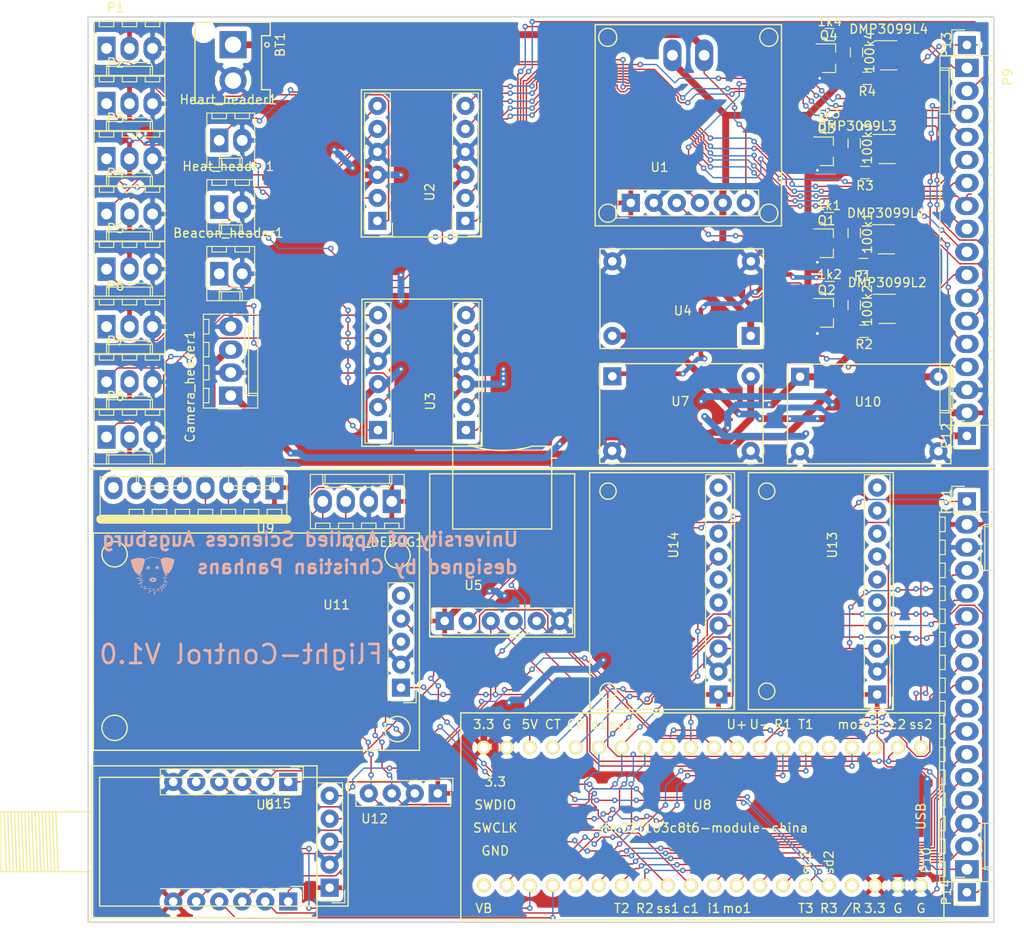
<source format=kicad_pcb>
(kicad_pcb (version 4) (host pcbnew 4.0.4-stable)
  (layers (0 F.Cu signal) (31 B.Cu signal) (34 B.Paste user) (35 F.Paste user) (36 B.SilkS user) (37 F.SilkS user) (38 B.Mask user) (39 F.Mask user) (44 Edge.Cuts user))
  (net 0 "")
  (net 1 "Net-(1k1-Pad1)")
  (net 2 Servo_switch)
  (net 3 "Net-(1k2-Pad1)")
  (net 4 Camera_switch)
  (net 5 "Net-(1k3-Pad1)")
  (net 6 Heat_switch)
  (net 7 "Net-(1k4-Pad1)")
  (net 8 Beacon_switch)
  (net 9 "Net-(100k1-Pad1)")
  (net 10 /Switch_sheet1/P_in)
  (net 11 "Net-(100k2-Pad1)")
  (net 12 "Net-(100k3-Pad1)")
  (net 13 "Net-(100k4-Pad1)")
  (net 14 /Switch_sheet3/P_out)
  (net 15 GND)
  (net 16 "Net-(BT1-Pad1)")
  (net 17 /Switch_sheet4/P_out)
  (net 18 "Net-(Camera_header1-Pad3)")
  (net 19 /Switch_sheet1/P_out)
  (net 20 /Switch_sheet2/P_out)
  (net 21 "Net-(Heart_header1-Pad1)")
  (net 22 +3V3)
  (net 23 I2C_SCL)
  (net 24 I2C_SDA)
  (net 25 "Net-(P1-Pad1)")
  (net 26 +5VD)
  (net 27 "Net-(P2-Pad1)")
  (net 28 "Net-(P3-Pad1)")
  (net 29 "Net-(P4-Pad1)")
  (net 30 "Net-(P5-Pad1)")
  (net 31 "Net-(P6-Pad1)")
  (net 32 "Net-(P7-Pad1)")
  (net 33 "Net-(P8-Pad1)")
  (net 34 servo1_signal)
  (net 35 servo2_signal)
  (net 36 servo3_signal)
  (net 37 servo4_signal)
  (net 38 servo5_signal)
  (net 39 servo6_signal)
  (net 40 servo7_signal)
  (net 41 servo8_signal)
  (net 42 "Net-(U5-Pad2)")
  (net 43 MOSI)
  (net 44 SPI_CLK)
  (net 45 MISO)
  (net 46 "Net-(U6-Pad3)")
  (net 47 "Net-(U6-Pad2)")
  (net 48 "Net-(U6-Pad1)")
  (net 49 +5VA)
  (net 50 GYRO_CS1)
  (net 51 Transceiver_CS)
  (net 52 GYRO_CS2)
  (net 53 IRQ_SI_transceiver)
  (net 54 "Net-(U8-Pad21)")
  (net 55 GPIO0_SI_transceiver)
  (net 56 GPIO1_SI_transceiver)
  (net 57 GPIO2_SI_transceiver)
  (net 58 GPIO3_SI_transceiver)
  (net 59 "Net-(U11-Pad2)")
  (net 60 "Net-(U11-Pad3)")
  (net 61 "Net-(U8-Pad37)")
  (net 62 "Net-(U9-Pad5)")
  (net 63 "Net-(U9-Pad7)")
  (net 64 "Net-(U9-Pad8)")
  (net 65 "Net-(U11-Pad1)")
  (net 66 "Net-(U13-Pad5)")
  (net 67 "Net-(U13-Pad6)")
  (net 68 "Net-(U13-Pad8)")
  (net 69 "Net-(U13-Pad9)")
  (net 70 "Net-(U13-Pad10)")
  (net 71 "Net-(U14-Pad5)")
  (net 72 "Net-(U14-Pad6)")
  (net 73 "Net-(U14-Pad8)")
  (net 74 "Net-(U14-Pad9)")
  (net 75 "Net-(U14-Pad10)")
  (net 76 "Net-(U15-Pad2)")
  (module Resistors_SMD:R_0603_HandSoldering (layer F.Cu) (at 174.788 49.276)
    (fp_text reference 1k1 (at 0 -1.45) (layer F.SilkS))
    (fp_text value R)
    (pad 1 smd rect (at -1.1 0) (size 1.2 0.9) (layers F.Cu F.Paste F.Mask) (net 1 "Net-(1k1-Pad1)"))
    (pad 2 smd rect (at 1.1 0) (size 1.2 0.9) (layers F.Cu F.Paste F.Mask) (net 2 Servo_switch))
  )
  (module Resistors_SMD:R_0603_HandSoldering (layer F.Cu) (at 174.872 56.896)
    (fp_text reference 1k2 (at 0 -1.45) (layer F.SilkS))
    (fp_text value R)
    (pad 1 smd rect (at -1.1 0) (size 1.2 0.9) (layers F.Cu F.Paste F.Mask) (net 3 "Net-(1k2-Pad1)"))
    (pad 2 smd rect (at 1.1 0) (size 1.2 0.9) (layers F.Cu F.Paste F.Mask) (net 4 Camera_switch))
  )
  (module Resistors_SMD:R_0603_HandSoldering (layer F.Cu) (at 174.704 39.116)
    (fp_text reference 1k3 (at 0 -1.45) (layer F.SilkS))
    (fp_text value R)
    (pad 1 smd rect (at -1.1 0) (size 1.2 0.9) (layers F.Cu F.Paste F.Mask) (net 5 "Net-(1k3-Pad1)"))
    (pad 2 smd rect (at 1.1 0) (size 1.2 0.9) (layers F.Cu F.Paste F.Mask) (net 6 Heat_switch))
  )
  (module Resistors_SMD:R_0603_HandSoldering (layer F.Cu) (at 174.872 28.956)
    (fp_text reference 1k4 (at 0 -1.45) (layer F.SilkS))
    (fp_text value R)
    (pad 1 smd rect (at -1.1 0) (size 1.2 0.9) (layers F.Cu F.Paste F.Mask) (net 7 "Net-(1k4-Pad1)"))
    (pad 2 smd rect (at 1.1 0) (size 1.2 0.9) (layers F.Cu F.Paste F.Mask) (net 8 Beacon_switch))
  )
  (module Resistors_SMD:R_0603_HandSoldering (layer F.Cu) (at 177.582 50.884 270)
    (fp_text reference 100k1 (at 0 -1.45 270) (layer F.SilkS))
    (fp_text value R)
    (pad 1 smd rect (at -1.1 0 270) (size 1.2 0.9) (layers F.Cu F.Paste F.Mask) (net 9 "Net-(100k1-Pad1)"))
    (pad 2 smd rect (at 1.1 0 270) (size 1.2 0.9) (layers F.Cu F.Paste F.Mask) (net 10 /Switch_sheet1/P_in))
  )
  (module Resistors_SMD:R_0603_HandSoldering (layer F.Cu) (at 177.582 58.844 270)
    (fp_text reference 100k2 (at 0 -1.45 270) (layer F.SilkS))
    (fp_text value R)
    (pad 1 smd rect (at -1.1 0 270) (size 1.2 0.9) (layers F.Cu F.Paste F.Mask) (net 11 "Net-(100k2-Pad1)"))
    (pad 2 smd rect (at 1.1 0 270) (size 1.2 0.9) (layers F.Cu F.Paste F.Mask) (net 10 /Switch_sheet1/P_in))
  )
  (module Resistors_SMD:R_0603_HandSoldering (layer F.Cu) (at 177.582 40.978 270)
    (fp_text reference 100k3 (at 0 -1.45 270) (layer F.SilkS))
    (fp_text value R)
    (pad 1 smd rect (at -1.1 0 270) (size 1.2 0.9) (layers F.Cu F.Paste F.Mask) (net 12 "Net-(100k3-Pad1)"))
    (pad 2 smd rect (at 1.1 0 270) (size 1.2 0.9) (layers F.Cu F.Paste F.Mask) (net 10 /Switch_sheet1/P_in))
  )
  (module Resistors_SMD:R_0603_HandSoldering (layer F.Cu) (at 177.836 30.904 270)
    (fp_text reference 100k4 (at 0 -1.45 450) (layer F.SilkS))
    (fp_text value R)
    (pad 1 smd rect (at -1.1 0 270) (size 1.2 0.9) (layers F.Cu F.Paste F.Mask) (net 13 "Net-(100k4-Pad1)"))
    (pad 2 smd rect (at 1.1 0 270) (size 1.2 0.9) (layers F.Cu F.Paste F.Mask) (net 10 /Switch_sheet1/P_in))
  )
  (module Connectors_Hirose:Hirose_DF63-2P-3.96DSA_02x3.96mm_Straight (layer F.Cu) (at 109.002 30.076 270)
    (fp_text reference BT1 (at 0 -5.2 270) (layer F.SilkS))
    (fp_text value Battery)
    (pad 1 thru_hole rect (at 0 0 270) (size 3 3) (drill 1.8) (layers *.Cu *.Mask) (net 16 "Net-(BT1-Pad1)"))
    (pad 2 thru_hole circle (at 3.96 0 270) (size 3 3) (drill 1.8) (layers *.Cu *.Mask) (net 15 GND))
    (pad "" np_thru_hole circle (at -1.5 3.25 270) (size 1.6 1.6) (drill 1.6) (layers *.Cu *.Mask))
  )
  (module Connectors_Molex:Molex_KK-6410-04_04x2.54mm_Straight (layer F.Cu) (at 108.748 68.834 90)
    (fp_text reference Camera_header1 (at 1 -4.5 90) (layer F.SilkS))
    (fp_text value CONN_01X04)
    (pad 1 thru_hole rect (at 0 0 90) (size 2 2.6) (drill 1.2) (layers *.Cu *.Mask) (net 17 /Switch_sheet4/P_out))
    (pad 2 thru_hole oval (at 2.54 0 90) (size 2 2.6) (drill 1.2) (layers *.Cu *.Mask) (net 15 GND))
    (pad 3 thru_hole oval (at 5.08 0 90) (size 2 2.6) (drill 1.2) (layers *.Cu *.Mask) (net 18 "Net-(Camera_header1-Pad3)"))
    (pad 4 thru_hole oval (at 7.62 0 90) (size 2 2.6) (drill 1.2) (layers *.Cu *.Mask) (net 15 GND))
  )
  (module TO_SOT_Packages_SMD:SOT-23-5_HandSoldering (layer F.Cu) (at 181.138 51.562)
    (fp_text reference DMP3099L1 (at 0 -2.9) (layer F.SilkS))
    (fp_text value Q_PMOS_GSD)
    (pad 1 smd rect (at -1.35 -0.95) (size 1.56 0.65) (layers F.Cu F.Paste F.Mask) (net 9 "Net-(100k1-Pad1)"))
    (pad 2 smd rect (at -1.35 0) (size 1.56 0.65) (layers F.Cu F.Paste F.Mask) (net 10 /Switch_sheet1/P_in))
    (pad 3 smd rect (at -1.35 0.95) (size 1.56 0.65) (layers F.Cu F.Paste F.Mask) (net 19 /Switch_sheet1/P_out))
    (pad 4 smd rect (at 1.35 0.95) (size 1.56 0.65) (layers F.Cu F.Paste F.Mask))
    (pad 5 smd rect (at 1.35 -0.95) (size 1.56 0.65) (layers F.Cu F.Paste F.Mask))
  )
  (module TO_SOT_Packages_SMD:SOT-23-5_HandSoldering (layer F.Cu) (at 181.218 59.248)
    (fp_text reference DMP3099L2 (at 0 -2.9) (layer F.SilkS))
    (fp_text value Q_PMOS_GSD)
    (pad 1 smd rect (at -1.35 -0.95) (size 1.56 0.65) (layers F.Cu F.Paste F.Mask) (net 11 "Net-(100k2-Pad1)"))
    (pad 2 smd rect (at -1.35 0) (size 1.56 0.65) (layers F.Cu F.Paste F.Mask) (net 10 /Switch_sheet1/P_in))
    (pad 3 smd rect (at -1.35 0.95) (size 1.56 0.65) (layers F.Cu F.Paste F.Mask) (net 17 /Switch_sheet4/P_out))
    (pad 4 smd rect (at 1.35 0.95) (size 1.56 0.65) (layers F.Cu F.Paste F.Mask))
    (pad 5 smd rect (at 1.35 -0.95) (size 1.56 0.65) (layers F.Cu F.Paste F.Mask))
  )
  (module TO_SOT_Packages_SMD:SOT-23-5_HandSoldering (layer F.Cu) (at 181.218 41.59)
    (fp_text reference DMP3099L3 (at -3.302 -2.54) (layer F.SilkS))
    (fp_text value Q_PMOS_GSD)
    (pad 1 smd rect (at -1.35 -0.95) (size 1.56 0.65) (layers F.Cu F.Paste F.Mask) (net 12 "Net-(100k3-Pad1)"))
    (pad 2 smd rect (at -1.35 0) (size 1.56 0.65) (layers F.Cu F.Paste F.Mask) (net 10 /Switch_sheet1/P_in))
    (pad 3 smd rect (at -1.35 0.95) (size 1.56 0.65) (layers F.Cu F.Paste F.Mask) (net 20 /Switch_sheet2/P_out))
    (pad 4 smd rect (at 1.35 0.95) (size 1.56 0.65) (layers F.Cu F.Paste F.Mask))
    (pad 5 smd rect (at 1.35 -0.95) (size 1.56 0.65) (layers F.Cu F.Paste F.Mask))
  )
  (module TO_SOT_Packages_SMD:SOT-23-5_HandSoldering (layer F.Cu) (at 181.392 31.242)
    (fp_text reference DMP3099L4 (at 0 -2.9) (layer F.SilkS))
    (fp_text value Q_PMOS_GSD)
    (pad 1 smd rect (at -1.35 -0.95) (size 1.56 0.65) (layers F.Cu F.Paste F.Mask) (net 13 "Net-(100k4-Pad1)"))
    (pad 2 smd rect (at -1.35 0) (size 1.56 0.65) (layers F.Cu F.Paste F.Mask) (net 10 /Switch_sheet1/P_in))
    (pad 3 smd rect (at -1.35 0.95) (size 1.56 0.65) (layers F.Cu F.Paste F.Mask) (net 14 /Switch_sheet3/P_out))
    (pad 4 smd rect (at 1.35 0.95) (size 1.56 0.65) (layers F.Cu F.Paste F.Mask))
    (pad 5 smd rect (at 1.35 -0.95) (size 1.56 0.65) (layers F.Cu F.Paste F.Mask))
  )
  (module Connectors_Molex:Molex_KK-6410-02_02x2.54mm_Straight (layer F.Cu) (at 107.478 40.64)
    (fp_text reference Heart_header1 (at 1 -4.5) (layer F.SilkS))
    (fp_text value CONN_01X02)
    (pad 1 thru_hole rect (at 0 0) (size 2 2.6) (drill 1.2) (layers *.Cu *.Mask) (net 21 "Net-(Heart_header1-Pad1)"))
    (pad 2 thru_hole oval (at 2.54 0) (size 2 2.6) (drill 1.2) (layers *.Cu *.Mask) (net 15 GND))
  )
  (module Connectors_Molex:Molex_KK-6410-02_02x2.54mm_Straight (layer F.Cu) (at 107.478 48.006)
    (fp_text reference Heat_header1 (at 1 -4.5) (layer F.SilkS))
    (fp_text value CONN_01X02)
    (pad 1 thru_hole rect (at 0 0) (size 2 2.6) (drill 1.2) (layers *.Cu *.Mask) (net 20 /Switch_sheet2/P_out))
    (pad 2 thru_hole oval (at 2.54 0) (size 2 2.6) (drill 1.2) (layers *.Cu *.Mask) (net 15 GND))
  )
  (module Connectors_Molex:Molex_KK-6410-04_04x2.54mm_Straight (layer F.Cu) (at 126.528 80.518 180)
    (fp_text reference I2C_DEBUG1 (at 1 -4.5 180) (layer F.SilkS))
    (fp_text value CONN_01X04)
    (pad 1 thru_hole rect (at 0 0 180) (size 2 2.6) (drill 1.2) (layers *.Cu *.Mask) (net 22 +3V3))
    (pad 2 thru_hole oval (at 2.54 0 180) (size 2 2.6) (drill 1.2) (layers *.Cu *.Mask) (net 15 GND))
    (pad 3 thru_hole oval (at 5.08 0 180) (size 2 2.6) (drill 1.2) (layers *.Cu *.Mask) (net 23 I2C_SCL))
    (pad 4 thru_hole oval (at 7.62 0 180) (size 2 2.6) (drill 1.2) (layers *.Cu *.Mask) (net 24 I2C_SDA))
  )
  (module Connectors_Molex:Molex_KK-6410-03_03x2.54mm_Straight (layer F.Cu) (at 95.032 30.48)
    (fp_text reference P1 (at 1 -4.5) (layer F.SilkS))
    (fp_text value PWM)
    (pad 1 thru_hole rect (at 0 0) (size 2 2.6) (drill 1.2) (layers *.Cu *.Mask) (net 25 "Net-(P1-Pad1)"))
    (pad 2 thru_hole oval (at 2.54 0) (size 2 2.6) (drill 1.2) (layers *.Cu *.Mask) (net 49 +5VA))
    (pad 3 thru_hole oval (at 5.08 0) (size 2 2.6) (drill 1.2) (layers *.Cu *.Mask) (net 15 GND))
  )
  (module Connectors_Molex:Molex_KK-6410-03_03x2.54mm_Straight (layer F.Cu) (at 95.032 36.576)
    (fp_text reference P2 (at 1 -4.5) (layer F.SilkS))
    (fp_text value PWM)
    (pad 1 thru_hole rect (at 0 0) (size 2 2.6) (drill 1.2) (layers *.Cu *.Mask) (net 27 "Net-(P2-Pad1)"))
    (pad 2 thru_hole oval (at 2.54 0) (size 2 2.6) (drill 1.2) (layers *.Cu *.Mask) (net 49 +5VA))
    (pad 3 thru_hole oval (at 5.08 0) (size 2 2.6) (drill 1.2) (layers *.Cu *.Mask) (net 15 GND))
  )
  (module Connectors_Molex:Molex_KK-6410-03_03x2.54mm_Straight (layer F.Cu) (at 95.032 42.672)
    (fp_text reference P3 (at 1 -4.5) (layer F.SilkS))
    (fp_text value PWM)
    (pad 1 thru_hole rect (at 0 0) (size 2 2.6) (drill 1.2) (layers *.Cu *.Mask) (net 28 "Net-(P3-Pad1)"))
    (pad 2 thru_hole oval (at 2.54 0) (size 2 2.6) (drill 1.2) (layers *.Cu *.Mask) (net 49 +5VA))
    (pad 3 thru_hole oval (at 5.08 0) (size 2 2.6) (drill 1.2) (layers *.Cu *.Mask) (net 15 GND))
  )
  (module Connectors_Molex:Molex_KK-6410-03_03x2.54mm_Straight (layer F.Cu) (at 95.032 48.768)
    (fp_text reference P4 (at 1 -4.5) (layer F.SilkS))
    (fp_text value PWM)
    (pad 1 thru_hole rect (at 0 0) (size 2 2.6) (drill 1.2) (layers *.Cu *.Mask) (net 29 "Net-(P4-Pad1)"))
    (pad 2 thru_hole oval (at 2.54 0) (size 2 2.6) (drill 1.2) (layers *.Cu *.Mask) (net 49 +5VA))
    (pad 3 thru_hole oval (at 5.08 0) (size 2 2.6) (drill 1.2) (layers *.Cu *.Mask) (net 15 GND))
  )
  (module Connectors_Molex:Molex_KK-6410-03_03x2.54mm_Straight (layer F.Cu) (at 95.032 54.864)
    (fp_text reference P5 (at 1 -4.5) (layer F.SilkS))
    (fp_text value PWM)
    (pad 1 thru_hole rect (at 0 0) (size 2 2.6) (drill 1.2) (layers *.Cu *.Mask) (net 30 "Net-(P5-Pad1)"))
    (pad 2 thru_hole oval (at 2.54 0) (size 2 2.6) (drill 1.2) (layers *.Cu *.Mask) (net 49 +5VA))
    (pad 3 thru_hole oval (at 5.08 0) (size 2 2.6) (drill 1.2) (layers *.Cu *.Mask) (net 15 GND))
  )
  (module Connectors_Molex:Molex_KK-6410-03_03x2.54mm_Straight (layer F.Cu) (at 95.032 61.214)
    (fp_text reference P6 (at 1 -4.5) (layer F.SilkS))
    (fp_text value PWM)
    (pad 1 thru_hole rect (at 0 0) (size 2 2.6) (drill 1.2) (layers *.Cu *.Mask) (net 31 "Net-(P6-Pad1)"))
    (pad 2 thru_hole oval (at 2.54 0) (size 2 2.6) (drill 1.2) (layers *.Cu *.Mask) (net 49 +5VA))
    (pad 3 thru_hole oval (at 5.08 0) (size 2 2.6) (drill 1.2) (layers *.Cu *.Mask) (net 15 GND))
  )
  (module Connectors_Molex:Molex_KK-6410-03_03x2.54mm_Straight (layer F.Cu) (at 95.032 67.31)
    (fp_text reference P7 (at 1 -4.5) (layer F.SilkS))
    (fp_text value PWM)
    (pad 1 thru_hole rect (at 0 0) (size 2 2.6) (drill 1.2) (layers *.Cu *.Mask) (net 32 "Net-(P7-Pad1)"))
    (pad 2 thru_hole oval (at 2.54 0) (size 2 2.6) (drill 1.2) (layers *.Cu *.Mask) (net 49 +5VA))
    (pad 3 thru_hole oval (at 5.08 0) (size 2 2.6) (drill 1.2) (layers *.Cu *.Mask) (net 15 GND))
  )
  (module Connectors_Molex:Molex_KK-6410-03_03x2.54mm_Straight (layer F.Cu) (at 95.032 73.406)
    (fp_text reference P8 (at 1 -4.5) (layer F.SilkS))
    (fp_text value PWM)
    (pad 1 thru_hole rect (at 0 0) (size 2 2.6) (drill 1.2) (layers *.Cu *.Mask) (net 33 "Net-(P8-Pad1)"))
    (pad 2 thru_hole oval (at 2.54 0) (size 2 2.6) (drill 1.2) (layers *.Cu *.Mask) (net 49 +5VA))
    (pad 3 thru_hole oval (at 5.08 0) (size 2 2.6) (drill 1.2) (layers *.Cu *.Mask) (net 15 GND))
  )
  (module TO_SOT_Packages_SMD:SOT-23 (layer F.Cu) (at 174.518 52.004)
    (fp_text reference Q1 (at 0 -2.5) (layer F.SilkS))
    (fp_text value BC817-40)
    (pad 1 smd rect (at -1 -0.95) (size 0.9 0.8) (layers F.Cu F.Paste F.Mask) (net 1 "Net-(1k1-Pad1)"))
    (pad 2 smd rect (at -1 0.95) (size 0.9 0.8) (layers F.Cu F.Paste F.Mask) (net 15 GND))
    (pad 3 smd rect (at 1 0) (size 0.9 0.8) (layers F.Cu F.Paste F.Mask) (net 9 "Net-(100k1-Pad1)"))
  )
  (module TO_SOT_Packages_SMD:SOT-23 (layer F.Cu) (at 174.534 59.69)
    (fp_text reference Q2 (at 0 -2.5) (layer F.SilkS))
    (fp_text value BC817-40)
    (pad 1 smd rect (at -1 -0.95) (size 0.9 0.8) (layers F.Cu F.Paste F.Mask) (net 3 "Net-(1k2-Pad1)"))
    (pad 2 smd rect (at -1 0.95) (size 0.9 0.8) (layers F.Cu F.Paste F.Mask) (net 15 GND))
    (pad 3 smd rect (at 1 0) (size 0.9 0.8) (layers F.Cu F.Paste F.Mask) (net 11 "Net-(100k2-Pad1)"))
  )
  (module TO_SOT_Packages_SMD:SOT-23 (layer F.Cu) (at 174.518 41.844)
    (fp_text reference Q3 (at 0 -2.5) (layer F.SilkS))
    (fp_text value BC817-40)
    (pad 1 smd rect (at -1 -0.95) (size 0.9 0.8) (layers F.Cu F.Paste F.Mask) (net 5 "Net-(1k3-Pad1)"))
    (pad 2 smd rect (at -1 0.95) (size 0.9 0.8) (layers F.Cu F.Paste F.Mask) (net 15 GND))
    (pad 3 smd rect (at 1 0) (size 0.9 0.8) (layers F.Cu F.Paste F.Mask) (net 12 "Net-(100k3-Pad1)"))
  )
  (module TO_SOT_Packages_SMD:SOT-23 (layer F.Cu) (at 174.772 31.562)
    (fp_text reference Q4 (at 0 -2.5) (layer F.SilkS))
    (fp_text value BC817-40)
    (pad 1 smd rect (at -1 -0.95) (size 0.9 0.8) (layers F.Cu F.Paste F.Mask) (net 7 "Net-(1k4-Pad1)"))
    (pad 2 smd rect (at -1 0.95) (size 0.9 0.8) (layers F.Cu F.Paste F.Mask) (net 15 GND))
    (pad 3 smd rect (at 1 0) (size 0.9 0.8) (layers F.Cu F.Paste F.Mask) (net 13 "Net-(100k4-Pad1)"))
  )
  (module Resistors_SMD:R_0603_HandSoldering (layer F.Cu) (at 178.598 54.356 180)
    (fp_text reference R1 (at 0.084 -1.27 180) (layer F.SilkS))
    (fp_text value R)
    (pad 1 smd rect (at -1.1 0 180) (size 1.2 0.9) (layers F.Cu F.Paste F.Mask) (net 19 /Switch_sheet1/P_out))
    (pad 2 smd rect (at 1.1 0 180) (size 1.2 0.9) (layers F.Cu F.Paste F.Mask) (net 10 /Switch_sheet1/P_in))
  )
  (module Resistors_SMD:R_0603_HandSoldering (layer F.Cu) (at 178.682 61.722 180)
    (fp_text reference R2 (at 0 -1.45 180) (layer F.SilkS))
    (fp_text value R)
    (pad 1 smd rect (at -1.1 0 180) (size 1.2 0.9) (layers F.Cu F.Paste F.Mask) (net 17 /Switch_sheet4/P_out))
    (pad 2 smd rect (at 1.1 0 180) (size 1.2 0.9) (layers F.Cu F.Paste F.Mask) (net 10 /Switch_sheet1/P_in))
  )
  (module Resistors_SMD:R_0603_HandSoldering (layer F.Cu) (at 178.768 44.196 180)
    (fp_text reference R3 (at 0 -1.45 180) (layer F.SilkS))
    (fp_text value R)
    (pad 1 smd rect (at -1.1 0 180) (size 1.2 0.9) (layers F.Cu F.Paste F.Mask) (net 20 /Switch_sheet2/P_out))
    (pad 2 smd rect (at 1.1 0 180) (size 1.2 0.9) (layers F.Cu F.Paste F.Mask) (net 10 /Switch_sheet1/P_in))
  )
  (module Resistors_SMD:R_0603_HandSoldering (layer F.Cu) (at 179.022 33.782 180)
    (fp_text reference R4 (at 0 -1.45 180) (layer F.SilkS))
    (fp_text value R)
    (pad 1 smd rect (at -1.1 0 180) (size 1.2 0.9) (layers F.Cu F.Paste F.Mask) (net 14 /Switch_sheet3/P_out))
    (pad 2 smd rect (at 1.1 0 180) (size 1.2 0.9) (layers F.Cu F.Paste F.Mask) (net 10 /Switch_sheet1/P_in))
  )
  (module LIB:Current_Sensor (layer F.Cu) (at 159.26606 47.542 90)
    (fp_text reference U1 (at 3.937 -3.175 180) (layer F.SilkS))
    (fp_text value CurrentMeter_INA219DC)
    (pad 6 thru_hole rect (at 0 -6.35 90) (size 2 2) (drill 0.95) (layers *.Cu *.Mask) (net 22 +3V3))
    (pad 5 thru_hole circle (at 0 -3.81 90) (size 2 2) (drill 0.95) (layers *.Cu *.Mask) (net 15 GND))
    (pad 4 thru_hole circle (at 0 -1.27 90) (size 2 2) (drill 0.95) (layers *.Cu *.Mask) (net 23 I2C_SCL))
    (pad 3 thru_hole circle (at 0 1.27 90) (size 2 2) (drill 0.95) (layers *.Cu *.Mask) (net 24 I2C_SDA))
    (pad 2 thru_hole circle (at 0 3.81 90) (size 2 2) (drill 0.95) (layers *.Cu *.Mask) (net 10 /Switch_sheet1/P_in))
    (pad 1 thru_hole circle (at 0 6.35 90) (size 2 2) (drill 0.95) (layers *.Cu *.Mask) (net 16 "Net-(BT1-Pad1)"))
    (pad 1 thru_hole oval (at 16.3 1.75006 180) (size 2 3.5) (drill oval 1.2) (layers *.Cu *.Mask) (net 16 "Net-(BT1-Pad1)"))
    (pad 2 thru_hole oval (at 16.3 -1.75006 180) (size 2 3.5) (drill oval 1.2) (layers *.Cu *.Mask) (net 10 /Switch_sheet1/P_in))
  )
  (module LIB:level_shifter (layer F.Cu) (at 134.656 43.18 180)
    (fp_text reference U2 (at 3.937 -3.175 270) (layer F.SilkS))
    (fp_text value Level_Shifter)
    (pad 7 thru_hole rect (at 0 -6.35 180) (size 2 2) (drill 0.95) (layers *.Cu *.Mask) (net 34 servo1_signal))
    (pad 8 thru_hole circle (at 0 -3.81 180) (size 2 2) (drill 0.95) (layers *.Cu *.Mask) (net 35 servo2_signal))
    (pad 9 thru_hole circle (at 0 -1.27 180) (size 2 2) (drill 0.95) (layers *.Cu *.Mask) (net 22 +3V3))
    (pad 10 thru_hole circle (at 0 1.27 180) (size 2 2) (drill 0.95) (layers *.Cu *.Mask) (net 15 GND))
    (pad 11 thru_hole circle (at 0 3.81 180) (size 2 2) (drill 0.95) (layers *.Cu *.Mask) (net 36 servo3_signal))
    (pad 12 thru_hole circle (at 0 6.35 180) (size 2 2) (drill 0.95) (layers *.Cu *.Mask) (net 37 servo4_signal))
    (pad 6 thru_hole circle (at 9.7155 6.35 180) (size 2 2) (drill 0.95) (layers *.Cu *.Mask) (net 29 "Net-(P4-Pad1)"))
    (pad 1 thru_hole rect (at 9.7155 -6.35 180) (size 2 2) (drill 0.95) (layers *.Cu *.Mask) (net 25 "Net-(P1-Pad1)"))
    (pad 2 thru_hole circle (at 9.7155 -3.81 180) (size 2 2) (drill 0.95) (layers *.Cu *.Mask) (net 27 "Net-(P2-Pad1)"))
    (pad 3 thru_hole circle (at 9.7155 -1.27 180) (size 2 2) (drill 0.95) (layers *.Cu *.Mask) (net 49 +5VA))
    (pad 4 thru_hole circle (at 9.7155 1.27 180) (size 2 2) (drill 0.95) (layers *.Cu *.Mask) (net 15 GND))
    (pad 5 thru_hole circle (at 9.7155 3.81 180) (size 2 2) (drill 0.95) (layers *.Cu *.Mask) (net 28 "Net-(P3-Pad1)"))
  )
  (module LIB:level_shifter (layer F.Cu) (at 134.7195 66.294 180)
    (fp_text reference U3 (at 3.937 -3.175 270) (layer F.SilkS))
    (fp_text value Level_Shifter)
    (pad 7 thru_hole rect (at 0 -6.35 180) (size 2 2) (drill 0.95) (layers *.Cu *.Mask) (net 38 servo5_signal))
    (pad 8 thru_hole circle (at 0 -3.81 180) (size 2 2) (drill 0.95) (layers *.Cu *.Mask) (net 39 servo6_signal))
    (pad 9 thru_hole circle (at 0 -1.27 180) (size 2 2) (drill 0.95) (layers *.Cu *.Mask) (net 22 +3V3))
    (pad 10 thru_hole circle (at 0 1.27 180) (size 2 2) (drill 0.95) (layers *.Cu *.Mask) (net 15 GND))
    (pad 11 thru_hole circle (at 0 3.81 180) (size 2 2) (drill 0.95) (layers *.Cu *.Mask) (net 40 servo7_signal))
    (pad 12 thru_hole circle (at 0 6.35 180) (size 2 2) (drill 0.95) (layers *.Cu *.Mask) (net 41 servo8_signal))
    (pad 6 thru_hole circle (at 9.7155 6.35 180) (size 2 2) (drill 0.95) (layers *.Cu *.Mask) (net 33 "Net-(P8-Pad1)"))
    (pad 1 thru_hole rect (at 9.7155 -6.35 180) (size 2 2) (drill 0.95) (layers *.Cu *.Mask) (net 30 "Net-(P5-Pad1)"))
    (pad 2 thru_hole circle (at 9.7155 -3.81 180) (size 2 2) (drill 0.95) (layers *.Cu *.Mask) (net 31 "Net-(P6-Pad1)"))
    (pad 3 thru_hole circle (at 9.7155 -1.27 180) (size 2 2) (drill 0.95) (layers *.Cu *.Mask) (net 49 +5VA))
    (pad 4 thru_hole circle (at 9.7155 1.27 180) (size 2 2) (drill 0.95) (layers *.Cu *.Mask) (net 15 GND))
    (pad 5 thru_hole circle (at 9.7155 3.81 180) (size 2 2) (drill 0.95) (layers *.Cu *.Mask) (net 32 "Net-(P7-Pad1)"))
  )
  (module LIB:step_down (layer F.Cu) (at 165.771 58.1152 180)
    (fp_text reference U4 (at 7.112 -1.3462 360) (layer F.SilkS))
    (fp_text value StepDown)
    (pad 1 thru_hole rect (at -0.381 -4.1148 180) (size 2 2) (drill 0.95) (layers *.Cu *.Mask) (net 10 /Switch_sheet1/P_in))
    (pad 2 thru_hole circle (at -0.4064 4.1148 180) (size 2 2) (drill 0.95) (layers *.Cu *.Mask) (net 15 GND))
    (pad 3 thru_hole circle (at 14.8844 -4.1148 180) (size 2 2) (drill 0.95) (layers *.Cu *.Mask) (net 26 +5VD))
    (pad 4 thru_hole circle (at 14.8844 4.1148 180) (size 2 2) (drill 0.95) (layers *.Cu *.Mask) (net 15 GND))
  )
  (module LIB:SD-CARD (layer F.Cu) (at 138.72 93.726 90)
    (fp_text reference U5 (at 3.937 -3.175 180) (layer F.SilkS))
    (fp_text value SD_Card_mini)
    (pad 1 thru_hole rect (at 0 -6.35 90) (size 2 2) (drill 0.95) (layers *.Cu *.Mask) (net 22 +3V3))
    (pad 2 thru_hole circle (at 0 -3.81 90) (size 2 2) (drill 0.95) (layers *.Cu *.Mask) (net 42 "Net-(U5-Pad2)"))
    (pad 3 thru_hole circle (at 0 -1.27 90) (size 2 2) (drill 0.95) (layers *.Cu *.Mask) (net 43 MOSI))
    (pad 4 thru_hole circle (at 0 1.27 90) (size 2 2) (drill 0.95) (layers *.Cu *.Mask) (net 44 SPI_CLK))
    (pad 5 thru_hole circle (at 0 3.81 90) (size 2 2) (drill 0.95) (layers *.Cu *.Mask) (net 45 MISO))
    (pad 6 thru_hole circle (at 0 6.35 90) (size 2 2) (drill 0.95) (layers *.Cu *.Mask) (net 15 GND))
  )
  (module LIB:HC-12 (layer F.Cu) (at 119.67 118.11 180)
    (fp_text reference U6 (at 7.112 4.064 360) (layer F.SilkS))
    (fp_text value Transceiver_HC_12_UART)
    (pad 5 thru_hole rect (at 0 -5.08 180) (size 2 2) (drill 0.95) (layers *.Cu *.Mask) (net 22 +3V3))
    (pad 4 thru_hole circle (at 0 -2.54 180) (size 2 2) (drill 0.95) (layers *.Cu *.Mask) (net 15 GND))
    (pad 3 thru_hole circle (at 0 0 180) (size 2 2) (drill 0.95) (layers *.Cu *.Mask) (net 46 "Net-(U6-Pad3)"))
    (pad 2 thru_hole circle (at 0 2.54 180) (size 2 2) (drill 0.95) (layers *.Cu *.Mask) (net 47 "Net-(U6-Pad2)"))
    (pad 1 thru_hole circle (at 0 5.08 180) (size 2 2) (drill 0.95) (layers *.Cu *.Mask) (net 48 "Net-(U6-Pad1)"))
  )
  (module LIB:step_down (layer F.Cu) (at 151.2676 70.8152)
    (fp_text reference U7 (at 7.112 -1.3462 180) (layer F.SilkS))
    (fp_text value StepDown)
    (pad 1 thru_hole rect (at -0.381 -4.1148) (size 2 2) (drill 0.95) (layers *.Cu *.Mask) (net 19 /Switch_sheet1/P_out))
    (pad 2 thru_hole circle (at -0.4064 4.1148) (size 2 2) (drill 0.95) (layers *.Cu *.Mask) (net 15 GND))
    (pad 3 thru_hole circle (at 14.8844 -4.1148) (size 2 2) (drill 0.95) (layers *.Cu *.Mask) (net 49 +5VA))
    (pad 4 thru_hole circle (at 14.8844 4.1148) (size 2 2) (drill 0.95) (layers *.Cu *.Mask) (net 15 GND))
  )
  (module myelin-kicad:stm32f103c8t6-module-china (layer F.Cu) (at 160.818 115.316 180)
    (fp_text reference U8 (at 0 1.27 180) (layer F.SilkS))
    (fp_text value stm32f103c8t6-module-china (at 0 -1.27 180) (layer F.SilkS))
    (fp_text user sc2 (at -11.43 -5.08 270) (layer F.SilkS))
    (fp_text user sd2 (at -13.97 -5.08 270) (layer F.SilkS))
    (fp_text user mo2 (at -16.51 10.16 180) (layer F.SilkS))
    (fp_text user i2 (at -19.05 10.16 180) (layer F.SilkS))
    (fp_text user c2 (at -21.59 10.16 180) (layer F.SilkS))
    (fp_text user ss2 (at -24.13 10.16 180) (layer F.SilkS))
    (fp_text user d1 (at 11.43 10.16 180) (layer F.SilkS))
    (fp_text user sc1 (at 8.89 10.16 180) (layer F.SilkS))
    (fp_text user T2 (at 8.89 -10.16 180) (layer F.SilkS))
    (fp_text user R2 (at 6.35 -10.16 180) (layer F.SilkS))
    (fp_text user ss1 (at 3.81 -10.16 180) (layer F.SilkS))
    (fp_text user c1 (at 1.27 -10.16 180) (layer F.SilkS))
    (fp_text user i1 (at -1.27 -10.16 180) (layer F.SilkS))
    (fp_text user mo1 (at -3.81 -10.16 180) (layer F.SilkS))
    (fp_text user T3 (at -11.43 -10.16 180) (layer F.SilkS))
    (fp_text user R3 (at -13.97 -10.16 180) (layer F.SilkS))
    (fp_text user CT (at 16.51 10.16 180) (layer F.SilkS))
    (fp_text user CR (at 13.97 10.16 180) (layer F.SilkS))
    (fp_text user U+ (at -3.81 10.16 180) (layer F.SilkS))
    (fp_text user U- (at -6.35 10.16 180) (layer F.SilkS))
    (fp_text user R1 (at -8.89 10.16 180) (layer F.SilkS))
    (fp_text user T1 (at -11.43 10.16 180) (layer F.SilkS))
    (fp_text user 3.3 (at 22.86 3.81 180) (layer F.SilkS))
    (fp_text user SWDIO (at 22.86 1.27 180) (layer F.SilkS))
    (fp_text user SWCLK (at 22.86 -1.27 180) (layer F.SilkS))
    (fp_text user GND (at 22.86 -3.81 180) (layer F.SilkS))
    (fp_text user 3.3 (at 24.13 10.16 180) (layer F.SilkS))
    (fp_text user G (at 21.59 10.16 180) (layer F.SilkS))
    (fp_text user /R (at -16.51 -10.16 180) (layer F.SilkS))
    (fp_text user 3.3 (at -19.05 -10.16 180) (layer F.SilkS))
    (fp_text user G (at -21.59 -10.16 180) (layer F.SilkS))
    (fp_text user G (at -24.13 -10.16 180) (layer F.SilkS))
    (fp_text user VB (at 24.13 -10.16 180) (layer F.SilkS))
    (fp_text user 5V (at 19.05 10.16 180) (layer F.SilkS))
    (fp_text user USB (at -24.13 0 270) (layer F.SilkS))
    (pad 1 thru_hole circle (at -24.13 7.62 180) (size 1.524 1.524) (drill 1.016) (layers *.Cu *.Mask F.SilkS) (net 42 "Net-(U5-Pad2)"))
    (pad 2 thru_hole circle (at -21.59 7.62 180) (size 1.524 1.524) (drill 1.016) (layers *.Cu *.Mask F.SilkS) (net 44 SPI_CLK))
    (pad 3 thru_hole circle (at -19.05 7.62 180) (size 1.524 1.524) (drill 1.016) (layers *.Cu *.Mask F.SilkS) (net 45 MISO))
    (pad 4 thru_hole circle (at -16.51 7.62 180) (size 1.524 1.524) (drill 1.016) (layers *.Cu *.Mask F.SilkS) (net 43 MOSI))
    (pad 5 thru_hole circle (at -13.97 7.62 180) (size 1.524 1.524) (drill 1.016) (layers *.Cu *.Mask F.SilkS) (net 4 Camera_switch))
    (pad 6 thru_hole circle (at -11.43 7.62 180) (size 1.524 1.524) (drill 1.016) (layers *.Cu *.Mask F.SilkS) (net 46 "Net-(U6-Pad3)"))
    (pad 7 thru_hole circle (at -8.89 7.62 180) (size 1.524 1.524) (drill 1.016) (layers *.Cu *.Mask F.SilkS) (net 47 "Net-(U6-Pad2)"))
    (pad 8 thru_hole circle (at -6.35 7.62 180) (size 1.524 1.524) (drill 1.016) (layers *.Cu *.Mask F.SilkS) (net 50 GYRO_CS1))
    (pad 9 thru_hole circle (at -3.81 7.62 180) (size 1.524 1.524) (drill 1.016) (layers *.Cu *.Mask F.SilkS) (net 48 "Net-(U6-Pad1)"))
    (pad 10 thru_hole circle (at -1.27 7.62 180) (size 1.524 1.524) (drill 1.016) (layers *.Cu *.Mask F.SilkS) (net 51 Transceiver_CS))
    (pad 11 thru_hole circle (at 1.27 7.62 180) (size 1.524 1.524) (drill 1.016) (layers *.Cu *.Mask F.SilkS) (net 52 GYRO_CS2))
    (pad 12 thru_hole circle (at 3.81 7.62 180) (size 1.524 1.524) (drill 1.016) (layers *.Cu *.Mask F.SilkS) (net 2 Servo_switch))
    (pad 13 thru_hole circle (at 6.35 7.62 180) (size 1.524 1.524) (drill 1.016) (layers *.Cu *.Mask F.SilkS) (net 53 IRQ_SI_transceiver))
    (pad 14 thru_hole circle (at 8.89 7.62 180) (size 1.524 1.524) (drill 1.016) (layers *.Cu *.Mask F.SilkS) (net 23 I2C_SCL))
    (pad 15 thru_hole circle (at 11.43 7.62 180) (size 1.524 1.524) (drill 1.016) (layers *.Cu *.Mask F.SilkS) (net 24 I2C_SDA))
    (pad 16 thru_hole circle (at 13.97 7.62 180) (size 1.524 1.524) (drill 1.016) (layers *.Cu *.Mask F.SilkS) (net 6 Heat_switch))
    (pad 17 thru_hole circle (at 16.51 7.62 180) (size 1.524 1.524) (drill 1.016) (layers *.Cu *.Mask F.SilkS) (net 8 Beacon_switch))
    (pad 18 thru_hole circle (at 19.05 7.62 180) (size 1.524 1.524) (drill 1.016) (layers *.Cu *.Mask F.SilkS) (net 26 +5VD))
    (pad 19 thru_hole circle (at 21.59 7.62 180) (size 1.524 1.524) (drill 1.016) (layers *.Cu *.Mask F.SilkS) (net 15 GND))
    (pad 20 thru_hole circle (at 24.13 7.62 180) (size 1.524 1.524) (drill 1.016) (layers *.Cu *.Mask F.SilkS) (net 22 +3V3))
    (pad 21 thru_hole circle (at 24.13 -7.62 180) (size 1.524 1.524) (drill 1.016) (layers *.Cu *.Mask F.SilkS) (net 54 "Net-(U8-Pad21)"))
    (pad 22 thru_hole circle (at 21.59 -7.62 180) (size 1.524 1.524) (drill 1.016) (layers *.Cu *.Mask F.SilkS) (net 21 "Net-(Heart_header1-Pad1)"))
    (pad 23 thru_hole circle (at 19.05 -7.62 180) (size 1.524 1.524) (drill 1.016) (layers *.Cu *.Mask F.SilkS) (net 55 GPIO0_SI_transceiver))
    (pad 24 thru_hole circle (at 16.51 -7.62 180) (size 1.524 1.524) (drill 1.016) (layers *.Cu *.Mask F.SilkS) (net 56 GPIO1_SI_transceiver))
    (pad 25 thru_hole circle (at 13.97 -7.62 180) (size 1.524 1.524) (drill 1.016) (layers *.Cu *.Mask F.SilkS) (net 34 servo1_signal))
    (pad 26 thru_hole circle (at 11.43 -7.62 180) (size 1.524 1.524) (drill 1.016) (layers *.Cu *.Mask F.SilkS) (net 35 servo2_signal))
    (pad 27 thru_hole circle (at 8.89 -7.62 180) (size 1.524 1.524) (drill 1.016) (layers *.Cu *.Mask F.SilkS) (net 36 servo3_signal))
    (pad 28 thru_hole circle (at 6.35 -7.62 180) (size 1.524 1.524) (drill 1.016) (layers *.Cu *.Mask F.SilkS) (net 37 servo4_signal))
    (pad 29 thru_hole circle (at 3.81 -7.62 180) (size 1.524 1.524) (drill 1.016) (layers *.Cu *.Mask F.SilkS) (net 57 GPIO2_SI_transceiver))
    (pad 30 thru_hole circle (at 1.27 -7.62 180) (size 1.524 1.524) (drill 1.016) (layers *.Cu *.Mask F.SilkS) (net 58 GPIO3_SI_transceiver))
    (pad 31 thru_hole circle (at -1.27 -7.62 180) (size 1.524 1.524) (drill 1.016) (layers *.Cu *.Mask F.SilkS) (net 38 servo5_signal))
    (pad 32 thru_hole circle (at -3.81 -7.62 180) (size 1.524 1.524) (drill 1.016) (layers *.Cu *.Mask F.SilkS) (net 39 servo6_signal))
    (pad 33 thru_hole circle (at -6.35 -7.62 180) (size 1.524 1.524) (drill 1.016) (layers *.Cu *.Mask F.SilkS) (net 40 servo7_signal))
    (pad 34 thru_hole circle (at -8.89 -7.62 180) (size 1.524 1.524) (drill 1.016) (layers *.Cu *.Mask F.SilkS) (net 41 servo8_signal))
    (pad 35 thru_hole circle (at -11.43 -7.62 180) (size 1.524 1.524) (drill 1.016) (layers *.Cu *.Mask F.SilkS) (net 59 "Net-(U11-Pad2)"))
    (pad 36 thru_hole circle (at -13.97 -7.62 180) (size 1.524 1.524) (drill 1.016) (layers *.Cu *.Mask F.SilkS) (net 60 "Net-(U11-Pad3)"))
    (pad 37 thru_hole circle (at -16.51 -7.62 180) (size 1.524 1.524) (drill 1.016) (layers *.Cu *.Mask F.SilkS) (net 61 "Net-(U8-Pad37)"))
    (pad 38 thru_hole circle (at -19.05 -7.62 180) (size 1.524 1.524) (drill 1.016) (layers *.Cu *.Mask F.SilkS) (net 22 +3V3))
    (pad 39 thru_hole circle (at -21.59 -7.62 180) (size 1.524 1.524) (drill 1.016) (layers *.Cu *.Mask F.SilkS) (net 15 GND))
    (pad 40 thru_hole circle (at -24.13 -7.62 180) (size 1.524 1.524) (drill 1.016) (layers *.Cu *.Mask F.SilkS) (net 15 GND))
  )
  (module LIB:GY_63 (layer F.Cu) (at 113.574 78.994 180)
    (fp_text reference U9 (at 1 -4.5 180) (layer F.SilkS))
    (fp_text value Pressure_GY_63)
    (pad 1 thru_hole rect (at 0 0 180) (size 2 2.6) (drill 1.2) (layers *.Cu *.Mask) (net 22 +3V3))
    (pad 2 thru_hole oval (at 2.54 0 180) (size 2 2.6) (drill 1.2) (layers *.Cu *.Mask) (net 15 GND))
    (pad 3 thru_hole oval (at 5.08 0 180) (size 2 2.6) (drill 1.2) (layers *.Cu *.Mask) (net 23 I2C_SCL))
    (pad 4 thru_hole oval (at 7.62 0 180) (size 2 2.6) (drill 1.2) (layers *.Cu *.Mask) (net 24 I2C_SDA))
    (pad 5 thru_hole oval (at 10.16 0 180) (size 2 2.6) (drill 1.2) (layers *.Cu *.Mask) (net 62 "Net-(U9-Pad5)"))
    (pad 6 thru_hole oval (at 12.7 0 180) (size 2 2.6) (drill 1.2) (layers *.Cu *.Mask))
    (pad 7 thru_hole oval (at 15.24 0 180) (size 2 2.6) (drill 1.2) (layers *.Cu *.Mask) (net 63 "Net-(U9-Pad7)"))
    (pad 8 thru_hole oval (at 17.78 0.01 180) (size 2 2.6) (drill 1.2) (layers *.Cu *.Mask) (net 64 "Net-(U9-Pad8)"))
  )
  (module LIB:step_down (layer F.Cu) (at 171.994 70.866)
    (fp_text reference U10 (at 7.112 -1.3462 180) (layer F.SilkS))
    (fp_text value StepDown)
    (pad 1 thru_hole rect (at -0.381 -4.1148) (size 2 2) (drill 0.95) (layers *.Cu *.Mask) (net 17 /Switch_sheet4/P_out))
    (pad 2 thru_hole circle (at -0.4064 4.1148) (size 2 2) (drill 0.95) (layers *.Cu *.Mask) (net 15 GND))
    (pad 3 thru_hole circle (at 14.8844 -4.1148) (size 2 2) (drill 0.95) (layers *.Cu *.Mask) (net 18 "Net-(Camera_header1-Pad3)"))
    (pad 4 thru_hole circle (at 14.8844 4.1148) (size 2 2) (drill 0.95) (layers *.Cu *.Mask) (net 15 GND))
  )
  (module LIB:GPS_Modul (layer F.Cu) (at 127.544 96.012 180)
    (fp_text reference U11 (at 7.112 4.064 360) (layer F.SilkS))
    (fp_text value GPS_NEO_6M)
    (pad 5 thru_hole rect (at 0 -5.08 180) (size 2 2) (drill 0.95) (layers *.Cu *.Mask) (net 26 +5VD))
    (pad 4 thru_hole circle (at 0 -2.54 180) (size 2 2) (drill 0.95) (layers *.Cu *.Mask) (net 15 GND))
    (pad 3 thru_hole circle (at 0 0 180) (size 2 2) (drill 0.95) (layers *.Cu *.Mask) (net 60 "Net-(U11-Pad3)"))
    (pad 2 thru_hole circle (at 0 2.54 180) (size 2 2) (drill 0.95) (layers *.Cu *.Mask) (net 59 "Net-(U11-Pad2)"))
    (pad 1 thru_hole circle (at 0 5.08 180) (size 2 2) (drill 0.95) (layers *.Cu *.Mask) (net 65 "Net-(U11-Pad1)"))
  )
  (module LIB:BMP180 (layer F.Cu) (at 127.798 111.379 270)
    (fp_text reference U12 (at 4.191 3.175 360) (layer F.SilkS))
    (fp_text value Pressure_BMP180)
    (pad 1 thru_hole rect (at 1.397 -3.81 270) (size 2 2) (drill 0.95) (layers *.Cu *.Mask) (net 22 +3V3))
    (pad 2 thru_hole circle (at 1.397 -1.27 270) (size 2 2) (drill 0.95) (layers *.Cu *.Mask) (net 15 GND))
    (pad 3 thru_hole circle (at 1.397 1.27 270) (size 2 2) (drill 0.95) (layers *.Cu *.Mask) (net 23 I2C_SCL))
    (pad 4 thru_hole circle (at 1.397 3.81 270) (size 2 2) (drill 0.95) (layers *.Cu *.Mask) (net 24 I2C_SDA))
  )
  (module LIB:MPU_9250 (layer F.Cu) (at 181.519 90.424 180)
    (fp_text reference U13 (at 6.35 5.08 450) (layer F.SilkS))
    (fp_text value Gyro_MPU_9250)
    (pad 1 thru_hole rect (at 1.397 -11.43 180) (size 2 2) (drill 0.95) (layers *.Cu *.Mask) (net 22 +3V3))
    (pad 2 thru_hole circle (at 1.397 -8.89 180) (size 2 2) (drill 0.95) (layers *.Cu *.Mask) (net 15 GND))
    (pad 3 thru_hole circle (at 1.397 -6.35 180) (size 2 2) (drill 0.95) (layers *.Cu *.Mask) (net 23 I2C_SCL))
    (pad 4 thru_hole circle (at 1.397 -3.81 180) (size 2 2) (drill 0.95) (layers *.Cu *.Mask) (net 24 I2C_SDA))
    (pad 5 thru_hole circle (at 1.397 -1.27 180) (size 2 2) (drill 0.95) (layers *.Cu *.Mask) (net 66 "Net-(U13-Pad5)"))
    (pad 6 thru_hole circle (at 1.397 1.27 180) (size 2 2) (drill 0.95) (layers *.Cu *.Mask) (net 67 "Net-(U13-Pad6)"))
    (pad 7 thru_hole circle (at 1.397 3.81 180) (size 2 2) (drill 0.95) (layers *.Cu *.Mask) (net 50 GYRO_CS1))
    (pad 8 thru_hole circle (at 1.397 6.35 180) (size 2 2) (drill 0.95) (layers *.Cu *.Mask) (net 68 "Net-(U13-Pad8)"))
    (pad 9 thru_hole circle (at 1.397 8.89 180) (size 2 2) (drill 0.95) (layers *.Cu *.Mask) (net 69 "Net-(U13-Pad9)"))
    (pad 10 thru_hole circle (at 1.397 11.43 180) (size 2 2) (drill 0.95) (layers *.Cu *.Mask) (net 70 "Net-(U13-Pad10)"))
  )
  (module LIB:MPU_9250 (layer F.Cu) (at 163.993 90.424 180)
    (fp_text reference U14 (at 6.35 5.08 450) (layer F.SilkS))
    (fp_text value Gyro_MPU_9250)
    (pad 1 thru_hole rect (at 1.397 -11.43 180) (size 2 2) (drill 0.95) (layers *.Cu *.Mask) (net 22 +3V3))
    (pad 2 thru_hole circle (at 1.397 -8.89 180) (size 2 2) (drill 0.95) (layers *.Cu *.Mask) (net 15 GND))
    (pad 3 thru_hole circle (at 1.397 -6.35 180) (size 2 2) (drill 0.95) (layers *.Cu *.Mask) (net 23 I2C_SCL))
    (pad 4 thru_hole circle (at 1.397 -3.81 180) (size 2 2) (drill 0.95) (layers *.Cu *.Mask) (net 24 I2C_SDA))
    (pad 5 thru_hole circle (at 1.397 -1.27 180) (size 2 2) (drill 0.95) (layers *.Cu *.Mask) (net 71 "Net-(U14-Pad5)"))
    (pad 6 thru_hole circle (at 1.397 1.27 180) (size 2 2) (drill 0.95) (layers *.Cu *.Mask) (net 72 "Net-(U14-Pad6)"))
    (pad 7 thru_hole circle (at 1.397 3.81 180) (size 2 2) (drill 0.95) (layers *.Cu *.Mask) (net 52 GYRO_CS2))
    (pad 8 thru_hole circle (at 1.397 6.35 180) (size 2 2) (drill 0.95) (layers *.Cu *.Mask) (net 73 "Net-(U14-Pad8)"))
    (pad 9 thru_hole circle (at 1.397 8.89 180) (size 2 2) (drill 0.95) (layers *.Cu *.Mask) (net 74 "Net-(U14-Pad9)"))
    (pad 10 thru_hole circle (at 1.397 11.43 180) (size 2 2) (drill 0.95) (layers *.Cu *.Mask) (net 75 "Net-(U14-Pad10)"))
  )
  (module LIB:SI4463_Modul (layer F.Cu) (at 108.748 110.109 270)
    (fp_text reference U15 (at 3.81 -5.207 360) (layer F.SilkS))
    (fp_text value SI4463_Modul)
    (pad 6 thru_hole rect (at 1.397 -6.35 270) (size 2 2) (drill 0.95) (layers *.Cu *.Mask) (net 43 MOSI))
    (pad 5 thru_hole circle (at 1.397 -3.81 270) (size 2 2) (drill 0.95) (layers *.Cu *.Mask) (net 51 Transceiver_CS))
    (pad 4 thru_hole circle (at 1.397 -1.27 270) (size 2 2) (drill 0.95) (layers *.Cu *.Mask) (net 57 GPIO2_SI_transceiver))
    (pad 3 thru_hole circle (at 1.397 1.27 270) (size 2 2) (drill 0.95) (layers *.Cu *.Mask) (net 58 GPIO3_SI_transceiver))
    (pad 2 thru_hole circle (at 1.397 3.81 270) (size 2 2) (drill 0.95) (layers *.Cu *.Mask) (net 76 "Net-(U15-Pad2)"))
    (pad 1 thru_hole circle (at 1.397 6.35 270) (size 2 2) (drill 0.95) (layers *.Cu *.Mask) (net 15 GND))
    (pad 11 thru_hole circle (at 14.605 3.81 270) (size 2 2) (drill 0.95) (layers *.Cu *.Mask) (net 55 GPIO0_SI_transceiver))
    (pad 7 thru_hole rect (at 14.605 -6.35 270) (size 2 2) (drill 0.95) (layers *.Cu *.Mask) (net 45 MISO))
    (pad 8 thru_hole circle (at 14.605 -3.81 270) (size 2 2) (drill 0.95) (layers *.Cu *.Mask) (net 44 SPI_CLK))
    (pad 9 thru_hole circle (at 14.605 -1.27 270) (size 2 2) (drill 0.95) (layers *.Cu *.Mask) (net 53 IRQ_SI_transceiver))
    (pad 10 thru_hole circle (at 14.605 1.27 270) (size 2 2) (drill 0.95) (layers *.Cu *.Mask) (net 56 GPIO1_SI_transceiver))
    (pad 12 thru_hole circle (at 14.605 6.35 270) (size 2 2) (drill 0.95) (layers *.Cu *.Mask) (net 22 +3V3))
  )
  (module Connectors_Molex:Molex_KK-6410-02_02x2.54mm_Straight (layer F.Cu) (at 107.478 55.372)
    (fp_text reference Beacon_header1 (at 1 -4.5) (layer F.SilkS))
    (fp_text value CONN_01X02)
    (pad 1 thru_hole rect (at 0 0) (size 2 2.6) (drill 1.2) (layers *.Cu *.Mask) (net 14 /Switch_sheet3/P_out))
    (pad 2 thru_hole oval (at 2.54 0) (size 2 2.6) (drill 1.2) (layers *.Cu *.Mask) (net 15 GND))
  )
  (module Connectors_Molex:Molex_KK-6410-16_16x2.54mm_Straight (layer F.Cu) (at 190.028 32.639 270)
    (fp_text reference P9 (at 1 -4.5 270) (layer F.SilkS))
    (fp_text value CONN_01X16)
    (pad 1 thru_hole rect (at 0 0 270) (size 2 2.6) (drill 1.2) (layers *.Cu *.Mask) (net 41 servo8_signal))
    (pad 2 thru_hole oval (at 2.54 0 270) (size 2 2.6) (drill 1.2) (layers *.Cu *.Mask) (net 40 servo7_signal))
    (pad 3 thru_hole oval (at 5.08 0 270) (size 2 2.6) (drill 1.2) (layers *.Cu *.Mask) (net 39 servo6_signal))
    (pad 4 thru_hole oval (at 7.62 0 270) (size 2 2.6) (drill 1.2) (layers *.Cu *.Mask) (net 38 servo5_signal))
    (pad 5 thru_hole oval (at 10.16 0 270) (size 2 2.6) (drill 1.2) (layers *.Cu *.Mask) (net 37 servo4_signal))
    (pad 6 thru_hole oval (at 12.7 0 270) (size 2 2.6) (drill 1.2) (layers *.Cu *.Mask) (net 36 servo3_signal))
    (pad 7 thru_hole oval (at 15.24 0 270) (size 2 2.6) (drill 1.2) (layers *.Cu *.Mask) (net 35 servo2_signal))
    (pad 8 thru_hole oval (at 17.78 0 270) (size 2 2.6) (drill 1.2) (layers *.Cu *.Mask) (net 34 servo1_signal))
    (pad 9 thru_hole oval (at 20.32 0 270) (size 2 2.6) (drill 1.2) (layers *.Cu *.Mask) (net 21 "Net-(Heart_header1-Pad1)"))
    (pad 10 thru_hole oval (at 22.86 0 270) (size 2 2.6) (drill 1.2) (layers *.Cu *.Mask) (net 4 Camera_switch))
    (pad 11 thru_hole oval (at 25.4 0 270) (size 2 2.6) (drill 1.2) (layers *.Cu *.Mask) (net 2 Servo_switch))
    (pad 12 thru_hole oval (at 27.94 0 270) (size 2 2.6) (drill 1.2) (layers *.Cu *.Mask) (net 6 Heat_switch))
    (pad 13 thru_hole oval (at 30.48 0 270) (size 2 2.6) (drill 1.2) (layers *.Cu *.Mask) (net 8 Beacon_switch))
    (pad 14 thru_hole oval (at 33.02 0 270) (size 2 2.6) (drill 1.2) (layers *.Cu *.Mask) (net 23 I2C_SCL))
    (pad 15 thru_hole oval (at 35.56 0 270) (size 2 2.6) (drill 1.2) (layers *.Cu *.Mask) (net 15 GND))
    (pad 16 thru_hole oval (at 38.1 0 270) (size 2 2.6) (drill 1.2) (layers *.Cu *.Mask) (net 22 +3V3))
  )
  (module Connectors_Molex:Molex_KK-6410-16_16x2.54mm_Straight (layer F.Cu) (at 190.028 121.158 90)
    (fp_text reference P10 (at 1 -4.5 90) (layer F.SilkS))
    (fp_text value CONN_01X16)
    (pad 1 thru_hole rect (at 0 0 90) (size 2 2.6) (drill 1.2) (layers *.Cu *.Mask) (net 41 servo8_signal))
    (pad 2 thru_hole oval (at 2.54 0 90) (size 2 2.6) (drill 1.2) (layers *.Cu *.Mask) (net 40 servo7_signal))
    (pad 3 thru_hole oval (at 5.08 0 90) (size 2 2.6) (drill 1.2) (layers *.Cu *.Mask) (net 39 servo6_signal))
    (pad 4 thru_hole oval (at 7.62 0 90) (size 2 2.6) (drill 1.2) (layers *.Cu *.Mask) (net 38 servo5_signal))
    (pad 5 thru_hole oval (at 10.16 0 90) (size 2 2.6) (drill 1.2) (layers *.Cu *.Mask) (net 37 servo4_signal))
    (pad 6 thru_hole oval (at 12.7 0 90) (size 2 2.6) (drill 1.2) (layers *.Cu *.Mask) (net 36 servo3_signal))
    (pad 7 thru_hole oval (at 15.24 0 90) (size 2 2.6) (drill 1.2) (layers *.Cu *.Mask) (net 35 servo2_signal))
    (pad 8 thru_hole oval (at 17.78 0 90) (size 2 2.6) (drill 1.2) (layers *.Cu *.Mask) (net 34 servo1_signal))
    (pad 9 thru_hole oval (at 20.32 0 90) (size 2 2.6) (drill 1.2) (layers *.Cu *.Mask) (net 21 "Net-(Heart_header1-Pad1)"))
    (pad 10 thru_hole oval (at 22.86 0 90) (size 2 2.6) (drill 1.2) (layers *.Cu *.Mask) (net 4 Camera_switch))
    (pad 11 thru_hole oval (at 25.4 0 90) (size 2 2.6) (drill 1.2) (layers *.Cu *.Mask) (net 2 Servo_switch))
    (pad 12 thru_hole oval (at 27.94 0 90) (size 2 2.6) (drill 1.2) (layers *.Cu *.Mask) (net 6 Heat_switch))
    (pad 13 thru_hole oval (at 30.48 0 90) (size 2 2.6) (drill 1.2) (layers *.Cu *.Mask) (net 8 Beacon_switch))
    (pad 14 thru_hole oval (at 33.02 0 90) (size 2 2.6) (drill 1.2) (layers *.Cu *.Mask) (net 23 I2C_SCL))
    (pad 15 thru_hole oval (at 35.56 0 90) (size 2 2.6) (drill 1.2) (layers *.Cu *.Mask) (net 15 GND))
    (pad 16 thru_hole oval (at 38.1 0 90) (size 2 2.6) (drill 1.2) (layers *.Cu *.Mask) (net 22 +3V3))
  )
  (module Connectors_Samtec:SL-101-X-XX_1x01 (layer F.Cu) (at 190.028 80.518)
    (fp_text reference P11 (at -2.27 0 90) (layer F.SilkS))
    (fp_text value CONN_01X01)
    (pad 1 thru_hole rect (at 0 0) (size 2 2) (drill 0.95) (layers *.Cu *.Mask) (net 26 +5VD))
  )
  (module Connectors_Samtec:SL-101-X-XX_1x01 (layer F.Cu) (at 190.028 73.279)
    (fp_text reference P12 (at -2.27 0 90) (layer F.SilkS))
    (fp_text value CONN_01X01)
    (pad 1 thru_hole rect (at 0 0) (size 2 2) (drill 0.95) (layers *.Cu *.Mask) (net 26 +5VD))
  )
  (module Connectors_Samtec:SL-101-X-XX_1x01 (layer F.Cu) (at 190.028 30.099)
    (fp_text reference P13 (at -2.27 0 90) (layer F.SilkS))
    (fp_text value CONN_01X01)
    (pad 1 thru_hole rect (at 0 0) (size 2 2) (drill 0.95) (layers *.Cu *.Mask) (net 24 I2C_SDA))
  )
  (module Connectors_Samtec:SL-101-X-XX_1x01 (layer F.Cu) (at 190.028 123.698)
    (fp_text reference P14 (at -2.27 0 90) (layer F.SilkS))
    (fp_text value CONN_01X01)
    (pad 1 thru_hole rect (at 0 0) (size 2 2) (drill 0.95) (layers *.Cu *.Mask) (net 24 I2C_SDA))
  )
  (module LIB:Brenda_logo (layer B.Cu) (at 100.112 88.773 180)
    (fp_text reference "" hide)
    (fp_text value "" hide)
  )
  (gr_text "Flight-Control V1.0" (at 109.891 97.409) (layer B.SilkS) (effects (font (size 2.1 2.1) (thickness 0.3)) (justify mirror)))
  (gr_text "designed by Christian Panhans" (at 122.718 87.757) (layer B.SilkS) (effects (font (size 1.5 1.5) (thickness 0.3)) (justify mirror)))
  (gr_text "University of Applied Sciences Augsburg" (at 117.511 84.709) (layer B.SilkS) (effects (font (size 1.5 1.5) (thickness 0.3)) (justify mirror)))
  (gr_line (start 93 76.962) (end 193.076 76.962) (layer F.SilkS) (width 0.2))
  (gr_line (start 193 27) (end 93 27) (angle 90) (layer Edge.Cuts) (width 0.15))
  (gr_line (start 193 127) (end 193 27) (angle 90) (layer Edge.Cuts) (width 0.15))
  (gr_line (start 93 127) (end 193 127) (angle 90) (layer Edge.Cuts) (width 0.15))
  (gr_line (start 93 27) (end 93 127) (angle 90) (layer Edge.Cuts) (width 0.15))
  (segment (start 182.568 52.592) (end 182.488 52.512) (width 0.1524) (layer F.Cu) (net 0))
  (segment (start 120.686 42.164) (end 120.381201 42.468799) (width 0.1524) (layer F.Cu) (net 0))
  (segment (start 170.3176 119.3546) (end 170.312183 119.349183) (width 0.1524) (layer B.Cu) (net 0))
  (segment (start 169.847179 118.745) (end 169.844918 118.747261) (width 0.1524) (layer B.Cu) (net 0))
  (segment (start 172.248 73.025) (end 171.943201 73.329799) (width 0.762) (layer B.Cu) (net 0))
  (segment (start 171.943201 73.329799) (end 163.258628 73.329799) (width 0.762) (layer B.Cu) (net 0))
  (segment (start 163.258628 73.329799) (end 161.072 71.143171) (width 0.762) (layer B.Cu) (net 0))
  (segment (start 161.072 71.143171) (end 161.072 71.12) (width 0.762) (layer B.Cu) (net 0))
  (via (at 161.072 71.12) (size 0.6096) (drill 0.3048) (layers F.Cu B.Cu) (net 0))
  (via (at 172.248 73.025) (size 0.6096) (drill 0.3048) (layers F.Cu B.Cu) (net 0))
  (segment (start 173.518 51.054) (end 173.518 49.446) (width 0.1524) (layer F.Cu) (net 1))
  (segment (start 173.518 49.446) (end 173.688 49.276) (width 0.1524) (layer F.Cu) (net 1))
  (segment (start 190.028 58.039) (end 190.328 58.039) (width 0.1524) (layer B.Cu) (net 2))
  (segment (start 191.806 56.134) (end 191.806 56.561) (width 0.1524) (layer F.Cu) (net 2))
  (segment (start 191.806 56.561) (end 190.328 58.039) (width 0.1524) (layer F.Cu) (net 2))
  (segment (start 190.328 58.039) (end 190.028 58.039) (width 0.1524) (layer F.Cu) (net 2))
  (segment (start 191.806 54.868066) (end 191.806 56.134) (width 0.1524) (layer F.Cu) (net 2))
  (segment (start 175.888 49.276) (end 176.6404 49.276) (width 0.1524) (layer F.Cu) (net 2))
  (segment (start 176.6404 49.276) (end 176.961001 48.955399) (width 0.1524) (layer F.Cu) (net 2))
  (segment (start 176.961001 48.955399) (end 183.904103 48.955399) (width 0.1524) (layer F.Cu) (net 2))
  (segment (start 183.904103 48.955399) (end 189.219094 54.27039) (width 0.1524) (layer F.Cu) (net 2))
  (segment (start 189.219094 54.27039) (end 191.208324 54.27039) (width 0.1524) (layer F.Cu) (net 2))
  (segment (start 191.208324 54.27039) (end 191.806 54.868066) (width 0.1524) (layer F.Cu) (net 2))
  (segment (start 157.338201 106.476799) (end 157.262 106.553) (width 0.1524) (layer B.Cu) (net 2))
  (segment (start 157.643 105.791) (end 157.338201 106.095799) (width 0.1524) (layer B.Cu) (net 2))
  (segment (start 157.338201 106.095799) (end 157.338201 106.476799) (width 0.1524) (layer B.Cu) (net 2))
  (segment (start 168.311 105.791) (end 157.643 105.791) (width 0.1524) (layer F.Cu) (net 2))
  (via (at 157.643 105.791) (size 0.6096) (drill 0.3048) (layers F.Cu B.Cu) (net 2))
  (segment (start 169.454 106.172) (end 168.692 106.172) (width 0.1524) (layer B.Cu) (net 2))
  (segment (start 168.692 106.172) (end 168.311 105.791) (width 0.1524) (layer B.Cu) (net 2))
  (via (at 168.311 105.791) (size 0.6096) (drill 0.3048) (layers F.Cu B.Cu) (net 2))
  (segment (start 178.979 105.156) (end 170.47 105.156) (width 0.1524) (layer F.Cu) (net 2))
  (segment (start 170.47 105.156) (end 169.454 106.172) (width 0.1524) (layer F.Cu) (net 2))
  (via (at 169.454 106.172) (size 0.6096) (drill 0.3048) (layers F.Cu B.Cu) (net 2))
  (segment (start 181.138 105.156) (end 178.979 105.156) (width 0.1524) (layer B.Cu) (net 2))
  (via (at 178.979 105.156) (size 0.6096) (drill 0.3048) (layers F.Cu B.Cu) (net 2))
  (segment (start 181.6714 105.3846) (end 181.4428 105.156) (width 0.1524) (layer F.Cu) (net 2))
  (segment (start 181.4428 105.156) (end 181.138 105.156) (width 0.1524) (layer F.Cu) (net 2))
  (via (at 181.138 105.156) (size 0.6096) (drill 0.3048) (layers F.Cu B.Cu) (net 2))
  (segment (start 184.4146 105.3846) (end 181.6714 105.3846) (width 0.1524) (layer F.Cu) (net 2))
  (segment (start 184.4146 101.727) (end 184.4146 105.3846) (width 0.1524) (layer F.Cu) (net 2))
  (segment (start 185.4814 101.727) (end 184.4146 101.727) (width 0.1524) (layer B.Cu) (net 2))
  (via (at 184.4146 101.727) (size 0.6096) (drill 0.3048) (layers F.Cu B.Cu) (net 2))
  (segment (start 185.633791 99.852209) (end 185.633791 101.574609) (width 0.1524) (layer F.Cu) (net 2))
  (segment (start 185.633791 101.574609) (end 185.4814 101.727) (width 0.1524) (layer F.Cu) (net 2))
  (via (at 185.4814 101.727) (size 0.6096) (drill 0.3048) (layers F.Cu B.Cu) (net 2))
  (segment (start 190.028 95.758) (end 189.728 95.758) (width 0.1524) (layer F.Cu) (net 2))
  (segment (start 189.728 95.758) (end 185.633791 99.852209) (width 0.1524) (layer F.Cu) (net 2))
  (segment (start 173.772 56.896) (end 173.772 58.502) (width 0.762) (layer F.Cu) (net 3))
  (segment (start 173.772 58.502) (end 173.534 58.74) (width 0.762) (layer F.Cu) (net 3))
  (segment (start 190.028 55.499) (end 190.328 55.499) (width 0.1524) (layer B.Cu) (net 4))
  (segment (start 190.028 55.499) (end 188.5756 55.499) (width 0.1524) (layer F.Cu) (net 4))
  (segment (start 188.5756 55.499) (end 187.1786 56.896) (width 0.1524) (layer F.Cu) (net 4))
  (segment (start 187.1786 56.896) (end 176.7244 56.896) (width 0.1524) (layer F.Cu) (net 4))
  (segment (start 176.7244 56.896) (end 175.972 56.896) (width 0.1524) (layer F.Cu) (net 4))
  (segment (start 190.328 55.499) (end 190.028 55.499) (width 0.1524) (layer F.Cu) (net 4))
  (segment (start 179.5886 105.918) (end 178.801201 106.705399) (width 0.1524) (layer F.Cu) (net 4))
  (segment (start 178.801201 106.705399) (end 175.448399 106.705399) (width 0.1524) (layer F.Cu) (net 4))
  (segment (start 180.6554 105.918) (end 179.5886 105.918) (width 0.1524) (layer B.Cu) (net 4))
  (via (at 179.5886 105.918) (size 0.6096) (drill 0.3048) (layers F.Cu B.Cu) (net 4))
  (segment (start 182.09609 105.918) (end 180.6554 105.918) (width 0.1524) (layer F.Cu) (net 4))
  (via (at 180.6554 105.918) (size 0.6096) (drill 0.3048) (layers F.Cu B.Cu) (net 4))
  (segment (start 190.028 98.298) (end 189.728 98.298) (width 0.1524) (layer F.Cu) (net 4))
  (segment (start 189.728 98.298) (end 185.938601 102.087399) (width 0.1524) (layer F.Cu) (net 4))
  (segment (start 185.938601 102.087399) (end 185.938601 108.171489) (width 0.1524) (layer F.Cu) (net 4))
  (segment (start 185.938601 108.171489) (end 185.423489 108.686601) (width 0.1524) (layer F.Cu) (net 4))
  (segment (start 185.423489 108.686601) (end 184.472511 108.686601) (width 0.1524) (layer F.Cu) (net 4))
  (segment (start 184.472511 108.686601) (end 183.398601 107.612691) (width 0.1524) (layer F.Cu) (net 4))
  (segment (start 183.398601 107.612691) (end 183.398601 107.220511) (width 0.1524) (layer F.Cu) (net 4))
  (segment (start 183.398601 107.220511) (end 182.09609 105.918) (width 0.1524) (layer F.Cu) (net 4))
  (segment (start 173.604 39.116) (end 173.604 40.808) (width 0.762) (layer F.Cu) (net 5))
  (segment (start 173.604 40.808) (end 173.518 40.894) (width 0.762) (layer F.Cu) (net 5))
  (segment (start 192.314 52.836066) (end 192.314 58.593) (width 0.1524) (layer F.Cu) (net 6))
  (segment (start 192.314 58.593) (end 190.328 60.579) (width 0.1524) (layer F.Cu) (net 6))
  (segment (start 190.328 60.579) (end 190.028 60.579) (width 0.1524) (layer F.Cu) (net 6))
  (segment (start 186.726 47.752) (end 186.726 49.154516) (width 0.1524) (layer F.Cu) (net 6))
  (segment (start 186.726 49.154516) (end 189.219094 51.64761) (width 0.1524) (layer F.Cu) (net 6))
  (segment (start 189.219094 51.64761) (end 191.125544 51.64761) (width 0.1524) (layer F.Cu) (net 6))
  (segment (start 191.125544 51.64761) (end 192.314 52.836066) (width 0.1524) (layer F.Cu) (net 6))
  (segment (start 186.726574 45.046084) (end 186.726574 47.751426) (width 0.1524) (layer B.Cu) (net 6))
  (segment (start 186.726574 47.751426) (end 186.726 47.752) (width 0.1524) (layer B.Cu) (net 6))
  (via (at 186.726 47.752) (size 0.6096) (drill 0.3048) (layers F.Cu B.Cu) (net 6))
  (segment (start 186.532399 39.049399) (end 186.726574 39.243574) (width 0.1524) (layer F.Cu) (net 6))
  (segment (start 186.726574 39.243574) (end 186.726574 45.046084) (width 0.1524) (layer F.Cu) (net 6))
  (via (at 186.726574 45.046084) (size 0.6096) (drill 0.3048) (layers F.Cu B.Cu) (net 6))
  (segment (start 175.804 39.116) (end 176.5564 39.116) (width 0.1524) (layer F.Cu) (net 6))
  (segment (start 176.5564 39.116) (end 176.623001 39.049399) (width 0.1524) (layer F.Cu) (net 6))
  (segment (start 176.623001 39.049399) (end 186.532399 39.049399) (width 0.1524) (layer F.Cu) (net 6))
  (segment (start 188.758 94.107) (end 189.139 94.107) (width 0.1524) (layer F.Cu) (net 6))
  (segment (start 189.139 94.107) (end 190.028 93.218) (width 0.1524) (layer F.Cu) (net 6))
  (segment (start 152.816831 102.07308) (end 153.643646 102.07308) (width 0.1524) (layer F.Cu) (net 6))
  (segment (start 153.643646 102.07308) (end 154.465967 102.895401) (width 0.1524) (layer F.Cu) (net 6))
  (segment (start 154.465967 102.895401) (end 154.978033 102.895401) (width 0.1524) (layer F.Cu) (net 6))
  (segment (start 154.978033 102.895401) (end 155.255401 102.618033) (width 0.1524) (layer F.Cu) (net 6))
  (segment (start 155.255401 102.618033) (end 155.255401 102.259665) (width 0.1524) (layer F.Cu) (net 6))
  (segment (start 162.011066 95.504) (end 178.344 95.504) (width 0.1524) (layer F.Cu) (net 6))
  (segment (start 155.255401 102.259665) (end 162.011066 95.504) (width 0.1524) (layer F.Cu) (net 6))
  (segment (start 187.538799 95.326201) (end 188.758 94.107) (width 0.1524) (layer F.Cu) (net 6))
  (segment (start 185.583 95.631) (end 185.887799 95.326201) (width 0.1524) (layer F.Cu) (net 6))
  (segment (start 185.887799 95.326201) (end 187.538799 95.326201) (width 0.1524) (layer F.Cu) (net 6))
  (segment (start 184.4146 95.631) (end 185.583 95.631) (width 0.1524) (layer B.Cu) (net 6))
  (via (at 185.583 95.631) (size 0.6096) (drill 0.3048) (layers F.Cu B.Cu) (net 6))
  (segment (start 181.884001 95.504) (end 184.2876 95.504) (width 0.1524) (layer F.Cu) (net 6))
  (segment (start 184.2876 95.504) (end 184.4146 95.631) (width 0.1524) (layer F.Cu) (net 6))
  (via (at 184.4146 95.631) (size 0.6096) (drill 0.3048) (layers F.Cu B.Cu) (net 6))
  (segment (start 178.344 95.504) (end 181.884001 95.504) (width 0.1524) (layer B.Cu) (net 6))
  (via (at 181.884001 95.504) (size 0.6096) (drill 0.3048) (layers F.Cu B.Cu) (net 6))
  (via (at 178.344 95.504) (size 0.6096) (drill 0.3048) (layers F.Cu B.Cu) (net 6))
  (segment (start 146.848 107.696) (end 152.47092 102.07308) (width 0.1524) (layer B.Cu) (net 6))
  (segment (start 152.47092 102.07308) (end 152.816831 102.07308) (width 0.1524) (layer B.Cu) (net 6))
  (via (at 152.816831 102.07308) (size 0.6096) (drill 0.3048) (layers F.Cu B.Cu) (net 6))
  (segment (start 173.772 28.956) (end 173.772 30.612) (width 0.762) (layer F.Cu) (net 7))
  (segment (start 187.964471 56.864471) (end 187.964471 61.355471) (width 0.1524) (layer F.Cu) (net 8))
  (segment (start 187.964471 61.355471) (end 189.728 63.119) (width 0.1524) (layer F.Cu) (net 8))
  (segment (start 189.728 63.119) (end 190.028 63.119) (width 0.1524) (layer F.Cu) (net 8))
  (segment (start 187.884523 52.181477) (end 187.884523 56.784523) (width 0.1524) (layer B.Cu) (net 8))
  (segment (start 187.884523 56.784523) (end 187.964471 56.864471) (width 0.1524) (layer B.Cu) (net 8))
  (via (at 187.964471 56.864471) (size 0.6096) (drill 0.3048) (layers F.Cu B.Cu) (net 8))
  (segment (start 185.964 47.752) (end 185.964 50.260954) (width 0.1524) (layer F.Cu) (net 8))
  (segment (start 185.964 50.260954) (end 187.884523 52.181477) (width 0.1524) (layer F.Cu) (net 8))
  (via (at 187.884523 52.181477) (size 0.6096) (drill 0.3048) (layers F.Cu B.Cu) (net 8))
  (segment (start 185.977641 45.1866) (end 185.977641 47.738359) (width 0.1524) (layer B.Cu) (net 8))
  (segment (start 185.977641 47.738359) (end 185.964 47.752) (width 0.1524) (layer B.Cu) (net 8))
  (via (at 185.964 47.752) (size 0.6096) (drill 0.3048) (layers F.Cu B.Cu) (net 8))
  (segment (start 186.091 39.878) (end 186.091 45.073241) (width 0.1524) (layer F.Cu) (net 8))
  (segment (start 186.091 45.073241) (end 185.977641 45.1866) (width 0.1524) (layer F.Cu) (net 8))
  (via (at 185.977641 45.1866) (size 0.6096) (drill 0.3048) (layers F.Cu B.Cu) (net 8))
  (segment (start 186.218 36.8046) (end 186.218 39.751) (width 0.1524) (layer B.Cu) (net 8))
  (segment (start 186.218 39.751) (end 186.091 39.878) (width 0.1524) (layer B.Cu) (net 8))
  (via (at 186.091 39.878) (size 0.6096) (drill 0.3048) (layers F.Cu B.Cu) (net 8))
  (segment (start 186.90381 37.03319) (end 186.44659 37.03319) (width 0.1524) (layer F.Cu) (net 8))
  (segment (start 186.44659 37.03319) (end 186.218 36.8046) (width 0.1524) (layer F.Cu) (net 8))
  (via (at 186.218 36.8046) (size 0.6096) (drill 0.3048) (layers F.Cu B.Cu) (net 8))
  (segment (start 187.996 32.766) (end 187.996 35.941) (width 0.1524) (layer F.Cu) (net 8))
  (segment (start 187.996 35.941) (end 186.90381 37.03319) (width 0.1524) (layer F.Cu) (net 8))
  (segment (start 184.186 28.956) (end 187.996 32.766) (width 0.1524) (layer F.Cu) (net 8))
  (segment (start 175.972 28.956) (end 184.186 28.956) (width 0.1524) (layer F.Cu) (net 8))
  (segment (start 188.631 91.44) (end 189.266 91.44) (width 0.1524) (layer F.Cu) (net 8))
  (segment (start 189.266 91.44) (end 190.028 90.678) (width 0.1524) (layer F.Cu) (net 8))
  (segment (start 187.107 92.964) (end 188.631 91.44) (width 0.1524) (layer F.Cu) (net 8))
  (segment (start 185.4814 92.964) (end 187.107 92.964) (width 0.1524) (layer F.Cu) (net 8))
  (segment (start 184.4146 92.964) (end 185.4814 92.964) (width 0.1524) (layer B.Cu) (net 8))
  (via (at 185.4814 92.964) (size 0.6096) (drill 0.3048) (layers F.Cu B.Cu) (net 8))
  (segment (start 181.9 92.964) (end 184.4146 92.964) (width 0.1524) (layer F.Cu) (net 8))
  (via (at 184.4146 92.964) (size 0.6096) (drill 0.3048) (layers F.Cu B.Cu) (net 8))
  (segment (start 178.471 92.964) (end 181.9 92.964) (width 0.1524) (layer B.Cu) (net 8))
  (via (at 181.9 92.964) (size 0.6096) (drill 0.3048) (layers F.Cu B.Cu) (net 8))
  (segment (start 156.728967 99.923967) (end 161.367399 95.285535) (width 0.1524) (layer F.Cu) (net 8))
  (segment (start 161.367399 95.285535) (end 161.367399 93.644271) (width 0.1524) (layer F.Cu) (net 8))
  (segment (start 161.367399 93.644271) (end 162.04767 92.964) (width 0.1524) (layer F.Cu) (net 8))
  (segment (start 162.04767 92.964) (end 178.471 92.964) (width 0.1524) (layer F.Cu) (net 8))
  (via (at 178.471 92.964) (size 0.6096) (drill 0.3048) (layers F.Cu B.Cu) (net 8))
  (segment (start 155.113255 101.539679) (end 156.728967 99.923967) (width 0.1524) (layer F.Cu) (net 8))
  (segment (start 152.055 101.219) (end 152.375679 101.539679) (width 0.1524) (layer F.Cu) (net 8))
  (segment (start 152.375679 101.539679) (end 155.113255 101.539679) (width 0.1524) (layer F.Cu) (net 8))
  (segment (start 144.308 107.696) (end 150.785 101.219) (width 0.1524) (layer B.Cu) (net 8))
  (segment (start 150.785 101.219) (end 152.055 101.219) (width 0.1524) (layer B.Cu) (net 8))
  (via (at 152.055 101.219) (size 0.6096) (drill 0.3048) (layers F.Cu B.Cu) (net 8))
  (segment (start 190.328 63.119) (end 190.028 63.119) (width 0.1524) (layer F.Cu) (net 8))
  (segment (start 177.582 49.784) (end 177.582 49.94) (width 0.762) (layer F.Cu) (net 9))
  (segment (start 177.582 49.94) (end 175.518 52.004) (width 0.762) (layer F.Cu) (net 9))
  (segment (start 179.788 50.612) (end 178.41 50.612) (width 0.762) (layer F.Cu) (net 9))
  (segment (start 178.41 50.612) (end 177.582 49.784) (width 0.762) (layer F.Cu) (net 9))
  (segment (start 179.788 51.562) (end 178.004 51.562) (width 0.762) (layer F.Cu) (net 10))
  (segment (start 178.004 51.562) (end 177.582 51.984) (width 0.762) (layer F.Cu) (net 10))
  (segment (start 163.07606 47.542) (end 163.07606 46.127787) (width 0.762) (layer F.Cu) (net 10))
  (segment (start 163.07606 46.127787) (end 163.395401 45.808446) (width 0.762) (layer F.Cu) (net 10))
  (segment (start 163.395401 45.808446) (end 163.395401 37.871401) (width 0.762) (layer F.Cu) (net 10))
  (segment (start 166.152 62.23) (end 166.152 60.468) (width 0.762) (layer F.Cu) (net 10))
  (segment (start 166.152 60.468) (end 163.07606 57.39206) (width 0.762) (layer F.Cu) (net 10))
  (segment (start 163.07606 57.39206) (end 163.07606 48.956213) (width 0.762) (layer F.Cu) (net 10))
  (segment (start 163.07606 48.956213) (end 163.07606 47.542) (width 0.762) (layer F.Cu) (net 10))
  (segment (start 172.470599 37.871401) (end 163.395401 37.871401) (width 0.762) (layer F.Cu) (net 10))
  (segment (start 163.395401 37.871401) (end 157.516 31.992) (width 0.762) (layer F.Cu) (net 10))
  (segment (start 157.516 31.992) (end 157.516 31.242) (width 0.762) (layer F.Cu) (net 10))
  (segment (start 177.582 59.944) (end 178.278 59.248) (width 0.762) (layer F.Cu) (net 10))
  (segment (start 178.278 59.248) (end 179.868 59.248) (width 0.762) (layer F.Cu) (net 10))
  (segment (start 177.582 61.722) (end 177.582 59.944) (width 0.762) (layer F.Cu) (net 10))
  (segment (start 172.470599 54.295137) (end 172.470599 62.169137) (width 0.762) (layer F.Cu) (net 10))
  (segment (start 172.470599 62.169137) (end 173.115663 62.814201) (width 0.762) (layer F.Cu) (net 10))
  (segment (start 173.115663 62.814201) (end 175.127799 62.814201) (width 0.762) (layer F.Cu) (net 10))
  (segment (start 175.127799 62.814201) (end 176.22 61.722) (width 0.762) (layer F.Cu) (net 10))
  (segment (start 176.22 61.722) (end 177.582 61.722) (width 0.762) (layer F.Cu) (net 10))
  (segment (start 177.836 32.004) (end 178.598 31.242) (width 0.762) (layer F.Cu) (net 10))
  (segment (start 178.598 31.242) (end 180.042 31.242) (width 0.762) (layer F.Cu) (net 10))
  (segment (start 177.922 33.782) (end 177.922 32.09) (width 0.762) (layer F.Cu) (net 10))
  (segment (start 177.922 32.09) (end 177.836 32.004) (width 0.762) (layer F.Cu) (net 10))
  (segment (start 177.582 42.078) (end 178.07 41.59) (width 0.762) (layer F.Cu) (net 10))
  (segment (start 178.07 41.59) (end 179.868 41.59) (width 0.762) (layer F.Cu) (net 10))
  (segment (start 177.668 44.196) (end 177.668 42.164) (width 0.762) (layer F.Cu) (net 10))
  (segment (start 177.668 42.164) (end 177.582 42.078) (width 0.762) (layer F.Cu) (net 10))
  (segment (start 177.498 54.356) (end 177.498 52.068) (width 0.762) (layer F.Cu) (net 10))
  (segment (start 177.498 52.068) (end 177.582 51.984) (width 0.762) (layer F.Cu) (net 10))
  (segment (start 172.470599 44.135137) (end 172.470599 54.295137) (width 0.762) (layer F.Cu) (net 10))
  (segment (start 172.470599 54.295137) (end 173.115663 54.940201) (width 0.762) (layer F.Cu) (net 10))
  (segment (start 173.115663 54.940201) (end 175.551799 54.940201) (width 0.762) (layer F.Cu) (net 10))
  (segment (start 175.551799 54.940201) (end 176.136 54.356) (width 0.762) (layer F.Cu) (net 10))
  (segment (start 176.136 54.356) (end 177.498 54.356) (width 0.762) (layer F.Cu) (net 10))
  (segment (start 177.922 33.782) (end 176.56 33.782) (width 0.762) (layer F.Cu) (net 10))
  (segment (start 172.470599 37.871401) (end 172.470599 44.135137) (width 0.762) (layer F.Cu) (net 10))
  (segment (start 176.56 33.782) (end 172.470599 37.871401) (width 0.762) (layer F.Cu) (net 10))
  (segment (start 172.470599 44.135137) (end 173.115663 44.780201) (width 0.762) (layer F.Cu) (net 10))
  (segment (start 173.115663 44.780201) (end 175.721799 44.780201) (width 0.762) (layer F.Cu) (net 10))
  (segment (start 175.721799 44.780201) (end 176.306 44.196) (width 0.762) (layer F.Cu) (net 10))
  (segment (start 176.306 44.196) (end 177.668 44.196) (width 0.762) (layer F.Cu) (net 10))
  (segment (start 177.582 57.744) (end 177.48 57.744) (width 0.762) (layer F.Cu) (net 11))
  (segment (start 177.48 57.744) (end 175.534 59.69) (width 0.762) (layer F.Cu) (net 11))
  (segment (start 177.582 57.744) (end 179.314 57.744) (width 0.762) (layer F.Cu) (net 11))
  (segment (start 179.314 57.744) (end 179.868 58.298) (width 0.762) (layer F.Cu) (net 11))
  (segment (start 177.582 39.878) (end 177.484 39.878) (width 0.762) (layer F.Cu) (net 12))
  (segment (start 177.484 39.878) (end 175.518 41.844) (width 0.762) (layer F.Cu) (net 12))
  (segment (start 179.868 40.64) (end 178.344 40.64) (width 0.762) (layer F.Cu) (net 12))
  (segment (start 178.344 40.64) (end 177.582 39.878) (width 0.762) (layer F.Cu) (net 12))
  (segment (start 177.836 29.804) (end 177.53 29.804) (width 0.762) (layer F.Cu) (net 13))
  (segment (start 177.53 29.804) (end 175.772 31.562) (width 0.762) (layer F.Cu) (net 13))
  (segment (start 180.042 30.292) (end 178.324 30.292) (width 0.762) (layer F.Cu) (net 13))
  (segment (start 178.324 30.292) (end 177.836 29.804) (width 0.762) (layer F.Cu) (net 13))
  (segment (start 174.001803 35.154803) (end 172.629 33.782) (width 0.1524) (layer F.Cu) (net 14))
  (segment (start 172.629 33.782) (end 171.74 33.782) (width 0.1524) (layer F.Cu) (net 14))
  (segment (start 175.296 36.322) (end 175.169 36.322) (width 0.1524) (layer B.Cu) (net 14))
  (segment (start 175.169 36.322) (end 174.001803 35.154803) (width 0.1524) (layer B.Cu) (net 14))
  (via (at 174.001803 35.154803) (size 0.6096) (drill 0.3048) (layers F.Cu B.Cu) (net 14))
  (segment (start 175.804 35.814) (end 175.296 36.322) (width 0.1524) (layer B.Cu) (net 14))
  (segment (start 177.134399 36.017201) (end 176.007201 36.017201) (width 0.1524) (layer F.Cu) (net 14))
  (segment (start 176.007201 36.017201) (end 175.804 35.814) (width 0.1524) (layer F.Cu) (net 14))
  (via (at 175.804 35.814) (size 0.6096) (drill 0.3048) (layers F.Cu B.Cu) (net 14))
  (segment (start 180.122 33.782) (end 180.122 32.272) (width 0.762) (layer F.Cu) (net 14))
  (segment (start 180.122 32.272) (end 180.042 32.192) (width 0.762) (layer F.Cu) (net 14))
  (segment (start 153.96 32.258) (end 155.738 32.258) (width 0.1524) (layer B.Cu) (net 14))
  (segment (start 155.738 32.258) (end 157.77 34.29) (width 0.1524) (layer B.Cu) (net 14))
  (segment (start 134.656 32.258) (end 153.96 32.258) (width 0.1524) (layer F.Cu) (net 14))
  (via (at 153.96 32.258) (size 0.6096) (drill 0.3048) (layers F.Cu B.Cu) (net 14))
  (segment (start 132.116 34.798) (end 134.656 32.258) (width 0.1524) (layer F.Cu) (net 14))
  (segment (start 132.116 37.55167) (end 132.116 34.798) (width 0.1524) (layer F.Cu) (net 14))
  (segment (start 132.116 55.88) (end 132.116 37.55167) (width 0.1524) (layer F.Cu) (net 14))
  (segment (start 131.09539 56.90061) (end 132.116 55.88) (width 0.1524) (layer F.Cu) (net 14))
  (segment (start 108.70661 56.90061) (end 131.09539 56.90061) (width 0.1524) (layer F.Cu) (net 14))
  (segment (start 177.134399 36.017201) (end 179.3696 33.782) (width 0.1524) (layer F.Cu) (net 14))
  (segment (start 179.3696 33.782) (end 180.122 33.782) (width 0.1524) (layer F.Cu) (net 14))
  (segment (start 162.596 33.782) (end 171.74 33.782) (width 0.1524) (layer F.Cu) (net 14))
  (segment (start 157.77 34.29) (end 158.278 33.782) (width 0.1524) (layer B.Cu) (net 14))
  (segment (start 158.278 33.782) (end 162.596 33.782) (width 0.1524) (layer B.Cu) (net 14))
  (via (at 162.596 33.782) (size 0.6096) (drill 0.3048) (layers F.Cu B.Cu) (net 14))
  (segment (start 107.478 55.372) (end 107.478 55.672) (width 0.1524) (layer F.Cu) (net 14))
  (segment (start 107.478 55.672) (end 108.70661 56.90061) (width 0.1524) (layer F.Cu) (net 14))
  (segment (start 173.772 32.512) (end 173.772 33.782) (width 0.762) (layer F.Cu) (net 15))
  (segment (start 173.518 42.794) (end 173.518 43.865791) (width 0.762) (layer F.Cu) (net 15))
  (segment (start 173.518 52.954) (end 173.518 54.025791) (width 0.762) (layer F.Cu) (net 15))
  (segment (start 173.534 60.64) (end 173.534 61.883791) (width 0.762) (layer F.Cu) (net 15))
  (segment (start 173.534 61.883791) (end 173.518 61.899791) (width 0.762) (layer F.Cu) (net 15))
  (segment (start 173.518 43.942) (end 173.822799 44.246799) (width 0.1524) (layer B.Cu) (net 15))
  (segment (start 173.518 42.794) (end 173.518 43.942) (width 0.1524) (layer F.Cu) (net 15))
  (via (at 173.518 43.942) (size 0.6096) (drill 0.3048) (layers F.Cu B.Cu) (net 15))
  (via (at 173.518 61.976) (size 0.6096) (drill 0.3048) (layers F.Cu B.Cu) (net 15))
  (segment (start 173.534 60.64) (end 173.534 61.96) (width 0.1524) (layer F.Cu) (net 15))
  (segment (start 173.534 61.96) (end 173.518 61.976) (width 0.1524) (layer F.Cu) (net 15))
  (via (at 173.518 61.976) (size 0.6096) (drill 0.3048) (layers F.Cu B.Cu) (net 15))
  (segment (start 173.518 54.102) (end 173.822799 54.406799) (width 0.1524) (layer B.Cu) (net 15))
  (segment (start 173.518 52.954) (end 173.518 54.102) (width 0.1524) (layer F.Cu) (net 15))
  (via (at 173.518 54.102) (size 0.6096) (drill 0.3048) (layers F.Cu B.Cu) (net 15))
  (via (at 173.772 33.782) (size 0.6096) (drill 0.3048) (layers F.Cu B.Cu) (net 15))
  (segment (start 191.729066 68.199) (end 191.4804 68.199) (width 0.1524) (layer F.Cu) (net 15))
  (segment (start 191.4804 68.199) (end 190.028 68.199) (width 0.1524) (layer F.Cu) (net 15))
  (segment (start 164.374 36.576) (end 161.01612 33.21812) (width 0.1524) (layer F.Cu) (net 16))
  (segment (start 161.01612 33.21812) (end 161.01612 31.242) (width 0.1524) (layer F.Cu) (net 16))
  (segment (start 164.374 37.033201) (end 164.374 36.576) (width 0.1524) (layer F.Cu) (net 16))
  (segment (start 164.882 38.862) (end 164.374 38.354) (width 0.1524) (layer B.Cu) (net 16))
  (segment (start 164.374 38.354) (end 164.374 37.033201) (width 0.1524) (layer B.Cu) (net 16))
  (via (at 164.374 37.033201) (size 0.6096) (drill 0.3048) (layers F.Cu B.Cu) (net 16))
  (segment (start 165.61606 47.542) (end 165.61606 39.59606) (width 0.1524) (layer F.Cu) (net 16))
  (segment (start 165.61606 39.59606) (end 164.882 38.862) (width 0.1524) (layer F.Cu) (net 16))
  (via (at 164.882 38.862) (size 0.6096) (drill 0.3048) (layers F.Cu B.Cu) (net 16))
  (segment (start 161.01612 31.242) (end 161.01612 30.492) (width 0.762) (layer F.Cu) (net 16))
  (segment (start 161.01612 30.492) (end 159.48271 28.95859) (width 0.762) (layer F.Cu) (net 16))
  (segment (start 159.48271 28.95859) (end 112.38141 28.95859) (width 0.762) (layer F.Cu) (net 16))
  (segment (start 111.264 30.076) (end 109.002 30.076) (width 0.762) (layer F.Cu) (net 16))
  (segment (start 112.38141 28.95859) (end 111.264 30.076) (width 0.762) (layer F.Cu) (net 16))
  (segment (start 179.782 61.722) (end 179.782 60.284) (width 0.762) (layer F.Cu) (net 17))
  (segment (start 179.782 60.284) (end 179.868 60.198) (width 0.762) (layer F.Cu) (net 17))
  (segment (start 168.184 69.85) (end 168.5142 69.85) (width 0.762) (layer F.Cu) (net 17))
  (segment (start 168.5142 69.85) (end 171.613 66.7512) (width 0.762) (layer F.Cu) (net 17))
  (segment (start 163.612 72.39) (end 163.612 70.842829) (width 0.762) (layer B.Cu) (net 17))
  (segment (start 163.612 70.842829) (end 164.604829 69.85) (width 0.762) (layer B.Cu) (net 17))
  (segment (start 164.604829 69.85) (end 168.184 69.85) (width 0.762) (layer B.Cu) (net 17))
  (via (at 168.184 69.85) (size 0.6096) (drill 0.3048) (layers F.Cu B.Cu) (net 17))
  (segment (start 161.73241 72.99959) (end 161.834 72.898) (width 0.762) (layer F.Cu) (net 17))
  (segment (start 161.834 72.898) (end 163.104 72.898) (width 0.762) (layer F.Cu) (net 17))
  (segment (start 163.104 72.898) (end 163.612 72.39) (width 0.762) (layer F.Cu) (net 17))
  (via (at 163.612 72.39) (size 0.6096) (drill 0.3048) (layers F.Cu B.Cu) (net 17))
  (segment (start 153.786566 72.99959) (end 161.73241 72.99959) (width 0.762) (layer F.Cu) (net 17))
  (segment (start 145.07 74.168) (end 147.670221 71.567779) (width 0.762) (layer F.Cu) (net 17))
  (segment (start 147.670221 71.567779) (end 152.354755 71.567779) (width 0.762) (layer F.Cu) (net 17))
  (segment (start 152.354755 71.567779) (end 153.786566 72.99959) (width 0.762) (layer F.Cu) (net 17))
  (segment (start 116.876 75.692) (end 143.546 75.692) (width 0.762) (layer B.Cu) (net 17))
  (segment (start 143.546 75.692) (end 145.07 74.168) (width 0.762) (layer B.Cu) (net 17))
  (via (at 145.07 74.168) (size 0.6096) (drill 0.3048) (layers F.Cu B.Cu) (net 17))
  (segment (start 116.368 75.184) (end 116.876 75.692) (width 0.762) (layer B.Cu) (net 17))
  (segment (start 115.352 75.184) (end 116.368 75.184) (width 0.762) (layer B.Cu) (net 17))
  (segment (start 108.748 68.834) (end 109.048 68.834) (width 0.762) (layer F.Cu) (net 17))
  (segment (start 115.352 75.138) (end 115.352 75.184) (width 0.762) (layer F.Cu) (net 17))
  (segment (start 109.048 68.834) (end 115.352 75.138) (width 0.762) (layer F.Cu) (net 17))
  (via (at 115.352 75.184) (size 0.6096) (drill 0.3048) (layers F.Cu B.Cu) (net 17))
  (segment (start 179.782 61.722) (end 179.632 61.722) (width 0.762) (layer F.Cu) (net 17))
  (segment (start 179.632 61.722) (end 174.6028 66.7512) (width 0.762) (layer F.Cu) (net 17))
  (segment (start 174.6028 66.7512) (end 173.375 66.7512) (width 0.762) (layer F.Cu) (net 17))
  (segment (start 173.375 66.7512) (end 171.613 66.7512) (width 0.762) (layer F.Cu) (net 17))
  (segment (start 111.034 76.2) (end 106.686 71.852) (width 0.762) (layer F.Cu) (net 18))
  (segment (start 106.686 65.516) (end 108.448 63.754) (width 0.762) (layer F.Cu) (net 18))
  (segment (start 106.686 71.852) (end 106.686 65.516) (width 0.762) (layer F.Cu) (net 18))
  (segment (start 108.448 63.754) (end 108.748 63.754) (width 0.762) (layer F.Cu) (net 18))
  (segment (start 147.356 76.2) (end 111.034 76.2) (width 0.762) (layer F.Cu) (net 18))
  (segment (start 150.159401 73.396599) (end 147.356 76.2) (width 0.762) (layer F.Cu) (net 18))
  (segment (start 163.612 75.200566) (end 153.4012 75.200566) (width 0.762) (layer F.Cu) (net 18))
  (segment (start 153.4012 75.200566) (end 151.597233 73.396599) (width 0.762) (layer F.Cu) (net 18))
  (segment (start 151.597233 73.396599) (end 150.159401 73.396599) (width 0.762) (layer F.Cu) (net 18))
  (segment (start 186.8784 66.7512) (end 176.600234 66.7512) (width 0.762) (layer F.Cu) (net 18))
  (segment (start 176.600234 66.7512) (end 169.954835 73.396599) (width 0.762) (layer F.Cu) (net 18))
  (segment (start 169.954835 73.396599) (end 165.415967 73.396599) (width 0.762) (layer F.Cu) (net 18))
  (segment (start 165.415967 73.396599) (end 163.612 75.200566) (width 0.762) (layer F.Cu) (net 18))
  (segment (start 160.945 59.055) (end 160.640201 59.359799) (width 0.508) (layer F.Cu) (net 19))
  (segment (start 160.640201 59.359799) (end 160.640201 64.338201) (width 0.508) (layer F.Cu) (net 19))
  (segment (start 160.640201 64.338201) (end 160.767201 64.465201) (width 0.508) (layer F.Cu) (net 19))
  (segment (start 160.767201 64.465201) (end 161.072 64.77) (width 0.508) (layer F.Cu) (net 19))
  (segment (start 164.958948 58.674) (end 161.326 58.674) (width 0.508) (layer B.Cu) (net 19))
  (segment (start 161.326 58.674) (end 160.945 59.055) (width 0.508) (layer B.Cu) (net 19))
  (via (at 160.945 59.055) (size 0.6096) (drill 0.3048) (layers F.Cu B.Cu) (net 19))
  (segment (start 166.66 57.404) (end 166.228948 57.404) (width 0.508) (layer B.Cu) (net 19))
  (segment (start 166.228948 57.404) (end 164.958948 58.674) (width 0.508) (layer B.Cu) (net 19))
  (segment (start 168.742799 55.448201) (end 166.787 57.404) (width 0.508) (layer F.Cu) (net 19))
  (segment (start 166.787 57.404) (end 166.66 57.404) (width 0.508) (layer F.Cu) (net 19))
  (via (at 166.66 57.404) (size 0.6096) (drill 0.3048) (layers F.Cu B.Cu) (net 19))
  (segment (start 170.851 55.753) (end 170.546201 55.448201) (width 0.508) (layer F.Cu) (net 19))
  (segment (start 170.546201 55.448201) (end 168.742799 55.448201) (width 0.508) (layer F.Cu) (net 19))
  (segment (start 158.659 66.421) (end 151.166 66.421) (width 0.508) (layer F.Cu) (net 19))
  (segment (start 151.166 66.421) (end 150.8866 66.7004) (width 0.508) (layer F.Cu) (net 19))
  (segment (start 161.072 64.77) (end 160.31 64.77) (width 0.508) (layer B.Cu) (net 19))
  (segment (start 160.31 64.77) (end 158.659 66.421) (width 0.508) (layer B.Cu) (net 19))
  (via (at 158.659 66.421) (size 0.6096) (drill 0.3048) (layers F.Cu B.Cu) (net 19))
  (via (at 161.072 64.77) (size 0.6096) (drill 0.3048) (layers F.Cu B.Cu) (net 19))
  (segment (start 173.391 55.778401) (end 170.876401 55.778401) (width 0.508) (layer B.Cu) (net 19))
  (segment (start 170.876401 55.778401) (end 170.851 55.753) (width 0.508) (layer B.Cu) (net 19))
  (via (at 170.851 55.753) (size 0.6096) (drill 0.3048) (layers F.Cu B.Cu) (net 19))
  (segment (start 179.698 54.356) (end 179.548 54.356) (width 0.508) (layer F.Cu) (net 19))
  (segment (start 179.548 54.356) (end 178.125599 55.778401) (width 0.508) (layer F.Cu) (net 19))
  (segment (start 178.125599 55.778401) (end 173.391 55.778401) (width 0.508) (layer F.Cu) (net 19))
  (via (at 173.391 55.778401) (size 0.6096) (drill 0.3048) (layers F.Cu B.Cu) (net 19))
  (segment (start 179.698 54.356) (end 179.698 52.602) (width 0.762) (layer F.Cu) (net 19))
  (segment (start 179.698 52.602) (end 179.788 52.512) (width 0.762) (layer F.Cu) (net 19))
  (segment (start 112.939 51.435) (end 112.634201 51.130201) (width 0.1524) (layer F.Cu) (net 20))
  (segment (start 112.634201 51.130201) (end 110.302201 51.130201) (width 0.1524) (layer F.Cu) (net 20))
  (segment (start 110.302201 51.130201) (end 107.478 48.306) (width 0.1524) (layer F.Cu) (net 20))
  (segment (start 107.478 48.306) (end 107.478 48.006) (width 0.1524) (layer F.Cu) (net 20))
  (segment (start 119.797 52.578) (end 114.082 52.578) (width 0.1524) (layer B.Cu) (net 20))
  (segment (start 114.082 52.578) (end 112.939 51.435) (width 0.1524) (layer B.Cu) (net 20))
  (via (at 112.939 51.435) (size 0.6096) (drill 0.3048) (layers F.Cu B.Cu) (net 20))
  (segment (start 123.07361 56.10861) (end 119.797 52.832) (width 0.1524) (layer F.Cu) (net 20))
  (segment (start 119.797 52.832) (end 119.797 52.578) (width 0.1524) (layer F.Cu) (net 20))
  (via (at 119.797 52.578) (size 0.6096) (drill 0.3048) (layers F.Cu B.Cu) (net 20))
  (segment (start 128.941 51.308) (end 128.941 54.964118) (width 0.1524) (layer F.Cu) (net 20))
  (segment (start 128.941 54.964118) (end 127.796508 56.10861) (width 0.1524) (layer F.Cu) (net 20))
  (segment (start 127.796508 56.10861) (end 123.07361 56.10861) (width 0.1524) (layer F.Cu) (net 20))
  (segment (start 131.354 51.308) (end 128.941 51.308) (width 0.1524) (layer F.Cu) (net 20))
  (segment (start 133.005 51.308) (end 131.354 51.308) (width 0.1524) (layer B.Cu) (net 20))
  (via (at 131.354 51.308) (size 0.6096) (drill 0.3048) (layers F.Cu B.Cu) (net 20))
  (segment (start 135.799 51.308) (end 133.005 51.308) (width 0.1524) (layer F.Cu) (net 20))
  (via (at 133.005 51.308) (size 0.6096) (drill 0.3048) (layers F.Cu B.Cu) (net 20))
  (segment (start 136.66262 49.30138) (end 136.66262 50.44438) (width 0.1524) (layer F.Cu) (net 20))
  (segment (start 136.66262 50.44438) (end 135.799 51.308) (width 0.1524) (layer F.Cu) (net 20))
  (segment (start 138.846267 38.277799) (end 136.66262 40.461446) (width 0.1524) (layer F.Cu) (net 20))
  (segment (start 136.66262 40.461446) (end 136.66262 49.30138) (width 0.1524) (layer F.Cu) (net 20))
  (segment (start 139.609 37.973) (end 139.304201 38.277799) (width 0.1524) (layer F.Cu) (net 20))
  (segment (start 139.304201 38.277799) (end 138.846267 38.277799) (width 0.1524) (layer F.Cu) (net 20))
  (segment (start 142.022 37.846) (end 139.736 37.846) (width 0.1524) (layer B.Cu) (net 20))
  (segment (start 139.736 37.846) (end 139.609 37.973) (width 0.1524) (layer B.Cu) (net 20))
  (via (at 139.609 37.973) (size 0.6096) (drill 0.3048) (layers F.Cu B.Cu) (net 20))
  (segment (start 143.453952 35.306) (end 143.453952 36.441482) (width 0.1524) (layer F.Cu) (net 20))
  (segment (start 143.453952 36.441482) (end 142.049434 37.846) (width 0.1524) (layer F.Cu) (net 20))
  (segment (start 142.049434 37.846) (end 142.022 37.846) (width 0.1524) (layer F.Cu) (net 20))
  (via (at 142.022 37.846) (size 0.6096) (drill 0.3048) (layers F.Cu B.Cu) (net 20))
  (segment (start 143.453952 34.789222) (end 143.453952 35.306) (width 0.1524) (layer F.Cu) (net 20))
  (segment (start 143.453952 34.763048) (end 143.453952 34.789222) (width 0.1524) (layer F.Cu) (net 20))
  (segment (start 143.596066 34.671) (end 143.546 34.671) (width 0.1524) (layer F.Cu) (net 20))
  (segment (start 143.546 34.671) (end 143.453952 34.763048) (width 0.1524) (layer F.Cu) (net 20))
  (segment (start 143.8 34.495294) (end 143.771772 34.495294) (width 0.1524) (layer F.Cu) (net 20))
  (segment (start 143.771772 34.495294) (end 143.596066 34.671) (width 0.1524) (layer F.Cu) (net 20))
  (segment (start 144.132294 34.495294) (end 143.8 34.495294) (width 0.1524) (layer F.Cu) (net 20))
  (segment (start 151.42 34.544) (end 144.181 34.544) (width 0.1524) (layer F.Cu) (net 20))
  (segment (start 144.181 34.544) (end 144.132294 34.495294) (width 0.1524) (layer F.Cu) (net 20))
  (segment (start 151.42 34.878318) (end 151.42 34.544) (width 0.1524) (layer F.Cu) (net 20))
  (segment (start 152.588401 34.925071) (end 152.588401 34.979917) (width 0.1524) (layer F.Cu) (net 20))
  (segment (start 152.588401 34.979917) (end 152.311033 35.257285) (width 0.1524) (layer F.Cu) (net 20))
  (segment (start 152.311033 35.257285) (end 151.798967 35.257285) (width 0.1524) (layer F.Cu) (net 20))
  (segment (start 151.798967 35.257285) (end 151.42 34.878318) (width 0.1524) (layer F.Cu) (net 20))
  (segment (start 154.571873 34.925071) (end 152.588401 34.925071) (width 0.1524) (layer F.Cu) (net 20))
  (segment (start 154.583401 34.936599) (end 154.571873 34.925071) (width 0.1524) (layer F.Cu) (net 20))
  (segment (start 156.246 36.599198) (end 154.583401 34.936599) (width 0.1524) (layer F.Cu) (net 20))
  (segment (start 159.764227 40.625425) (end 156.246 37.107198) (width 0.1524) (layer F.Cu) (net 20))
  (segment (start 156.246 37.107198) (end 156.246 36.599198) (width 0.1524) (layer F.Cu) (net 20))
  (segment (start 159.764227 41.056491) (end 159.764227 40.625425) (width 0.1524) (layer F.Cu) (net 20))
  (segment (start 160.259169 41.909801) (end 160.259169 41.551433) (width 0.1524) (layer F.Cu) (net 20))
  (segment (start 160.259169 41.551433) (end 159.764227 41.056491) (width 0.1524) (layer F.Cu) (net 20))
  (segment (start 160.959796 43.71044) (end 160.259169 43.009813) (width 0.1524) (layer F.Cu) (net 20))
  (segment (start 160.259169 43.009813) (end 160.259169 41.909801) (width 0.1524) (layer F.Cu) (net 20))
  (segment (start 167.273796 42.693204) (end 167.273796 44.266124) (width 0.1524) (layer B.Cu) (net 20))
  (segment (start 166.782406 44.757514) (end 162.00687 44.757514) (width 0.1524) (layer B.Cu) (net 20))
  (segment (start 167.273796 44.266124) (end 166.782406 44.757514) (width 0.1524) (layer B.Cu) (net 20))
  (segment (start 162.00687 44.757514) (end 160.959796 43.71044) (width 0.1524) (layer B.Cu) (net 20))
  (via (at 160.959796 43.71044) (size 0.6096) (drill 0.3048) (layers F.Cu B.Cu) (net 20))
  (segment (start 169.410045 44.844758) (end 167.273796 42.708509) (width 0.1524) (layer F.Cu) (net 20))
  (via (at 167.273796 42.693204) (size 0.6096) (drill 0.3048) (layers F.Cu B.Cu) (net 20))
  (segment (start 167.273796 42.708509) (end 167.273796 42.693204) (width 0.1524) (layer F.Cu) (net 20))
  (segment (start 176.439 45.339) (end 176.032599 44.932599) (width 0.1524) (layer B.Cu) (net 20))
  (segment (start 176.032599 44.932599) (end 169.497886 44.932599) (width 0.1524) (layer B.Cu) (net 20))
  (segment (start 169.497886 44.932599) (end 169.410045 44.844758) (width 0.1524) (layer B.Cu) (net 20))
  (via (at 169.410045 44.844758) (size 0.6096) (drill 0.3048) (layers F.Cu B.Cu) (net 20))
  (segment (start 179.868 44.196) (end 179.868 43.5936) (width 0.1524) (layer F.Cu) (net 20))
  (segment (start 179.868 43.5936) (end 180.876601 42.584999) (width 0.1524) (layer F.Cu) (net 20))
  (segment (start 177.986482 45.339) (end 176.439 45.339) (width 0.1524) (layer F.Cu) (net 20))
  (segment (start 180.876601 42.584999) (end 180.876601 42.448881) (width 0.1524) (layer F.Cu) (net 20))
  (segment (start 180.876601 42.448881) (end 177.986482 45.339) (width 0.1524) (layer F.Cu) (net 20))
  (via (at 176.566 45.1866) (size 0.6096) (drill 0.3048) (layers F.Cu B.Cu) (net 20))
  (segment (start 179.868 44.196) (end 179.868 42.54) (width 0.762) (layer F.Cu) (net 20))
  (segment (start 152.441005 119.13322) (end 151.79378 119.13322) (width 0.1524) (layer F.Cu) (net 21))
  (segment (start 151.79378 119.13322) (end 150.96282 119.96418) (width 0.1524) (layer F.Cu) (net 21))
  (segment (start 150.96282 119.96418) (end 149.007753 119.964181) (width 0.1524) (layer F.Cu) (net 21))
  (segment (start 149.007753 119.964181) (end 147.432934 121.539) (width 0.1524) (layer F.Cu) (net 21))
  (segment (start 147.432934 121.539) (end 140.244 121.539) (width 0.1524) (layer F.Cu) (net 21))
  (segment (start 140.244 121.539) (end 139.837601 121.945399) (width 0.1524) (layer F.Cu) (net 21))
  (segment (start 139.837601 121.945399) (end 139.837601 121.962399) (width 0.1524) (layer F.Cu) (net 21))
  (segment (start 139.837601 121.962399) (end 139.228 122.572) (width 0.1524) (layer F.Cu) (net 21))
  (segment (start 139.228 122.572) (end 139.228 122.936) (width 0.1524) (layer F.Cu) (net 21))
  (segment (start 111.923 38.481) (end 111.618201 38.176201) (width 0.1524) (layer F.Cu) (net 21))
  (segment (start 109.641799 38.176201) (end 107.478 40.34) (width 0.1524) (layer F.Cu) (net 21))
  (segment (start 111.618201 38.176201) (end 109.641799 38.176201) (width 0.1524) (layer F.Cu) (net 21))
  (segment (start 107.478 40.34) (end 107.478 40.64) (width 0.1524) (layer F.Cu) (net 21))
  (segment (start 114.209 36.195) (end 111.923 38.481) (width 0.1524) (layer B.Cu) (net 21))
  (via (at 111.923 38.481) (size 0.6096) (drill 0.3048) (layers F.Cu B.Cu) (net 21))
  (segment (start 114.463 36.195) (end 114.209 36.195) (width 0.1524) (layer B.Cu) (net 21))
  (segment (start 115.352 35.067999) (end 115.352 35.306) (width 0.1524) (layer B.Cu) (net 21))
  (segment (start 115.352 35.306) (end 114.463 36.195) (width 0.1524) (layer B.Cu) (net 21))
  (segment (start 125.394411 35.296589) (end 115.58059 35.296589) (width 0.1524) (layer F.Cu) (net 21))
  (segment (start 115.58059 35.296589) (end 115.352 35.067999) (width 0.1524) (layer F.Cu) (net 21))
  (via (at 115.352 35.067999) (size 0.6096) (drill 0.3048) (layers F.Cu B.Cu) (net 21))
  (segment (start 131.430934 35.052) (end 125.639 35.052) (width 0.1524) (layer F.Cu) (net 21))
  (segment (start 125.639 35.052) (end 125.394411 35.296589) (width 0.1524) (layer F.Cu) (net 21))
  (segment (start 150.658 31.95319) (end 134.529743 31.953191) (width 0.1524) (layer F.Cu) (net 21))
  (segment (start 134.529743 31.953191) (end 131.430934 35.052) (width 0.1524) (layer F.Cu) (net 21))
  (segment (start 150.88659 31.7246) (end 150.658 31.95319) (width 0.1524) (layer F.Cu) (net 21))
  (segment (start 152.055 31.7246) (end 150.88659 31.7246) (width 0.1524) (layer F.Cu) (net 21))
  (segment (start 152.055 34.723884) (end 152.055 31.7246) (width 0.1524) (layer B.Cu) (net 21))
  (via (at 152.055 31.7246) (size 0.6096) (drill 0.3048) (layers F.Cu B.Cu) (net 21))
  (segment (start 154.698129 34.620261) (end 152.158623 34.620261) (width 0.1524) (layer F.Cu) (net 21))
  (segment (start 152.158623 34.620261) (end 152.055 34.723884) (width 0.1524) (layer F.Cu) (net 21))
  (via (at 152.055 34.723884) (size 0.6096) (drill 0.3048) (layers F.Cu B.Cu) (net 21))
  (segment (start 156.60155 36.523682) (end 154.698129 34.620261) (width 0.1524) (layer F.Cu) (net 21))
  (segment (start 156.60155 37.031682) (end 156.60155 36.523682) (width 0.1524) (layer F.Cu) (net 21))
  (segment (start 160.069037 40.930235) (end 160.069037 40.499169) (width 0.1524) (layer F.Cu) (net 21))
  (segment (start 160.069037 40.499169) (end 156.60155 37.031682) (width 0.1524) (layer F.Cu) (net 21))
  (segment (start 160.563979 41.783545) (end 160.563979 41.425177) (width 0.1524) (layer F.Cu) (net 21))
  (segment (start 160.563979 41.425177) (end 160.069037 40.930235) (width 0.1524) (layer F.Cu) (net 21))
  (segment (start 161.402201 43.256201) (end 160.563979 42.417979) (width 0.1524) (layer F.Cu) (net 21))
  (segment (start 160.563979 42.417979) (end 160.563979 41.783545) (width 0.1524) (layer F.Cu) (net 21))
  (segment (start 161.707 43.561) (end 161.402201 43.256201) (width 0.1524) (layer F.Cu) (net 21))
  (segment (start 166.526373 44.224113) (end 165.86326 43.561) (width 0.1524) (layer B.Cu) (net 21))
  (segment (start 165.86326 43.561) (end 161.707 43.561) (width 0.1524) (layer B.Cu) (net 21))
  (via (at 161.707 43.561) (size 0.6096) (drill 0.3048) (layers F.Cu B.Cu) (net 21))
  (segment (start 171.613 47.879) (end 170.18126 47.879) (width 0.1524) (layer F.Cu) (net 21))
  (segment (start 170.18126 47.879) (end 166.526373 44.224113) (width 0.1524) (layer F.Cu) (net 21))
  (via (at 166.526373 44.224113) (size 0.6096) (drill 0.3048) (layers F.Cu B.Cu) (net 21))
  (segment (start 173.308799 47.879) (end 171.613 47.879) (width 0.1524) (layer B.Cu) (net 21))
  (via (at 171.613 47.879) (size 0.6096) (drill 0.3048) (layers F.Cu B.Cu) (net 21))
  (segment (start 185.329 49.022) (end 184.186 47.879) (width 0.1524) (layer F.Cu) (net 21))
  (via (at 173.308799 47.879) (size 0.6096) (drill 0.3048) (layers F.Cu B.Cu) (net 21))
  (segment (start 184.186 47.879) (end 173.308799 47.879) (width 0.1524) (layer F.Cu) (net 21))
  (segment (start 187.234 50.546) (end 185.71 49.022) (width 0.1524) (layer B.Cu) (net 21))
  (segment (start 185.71 49.022) (end 185.329 49.022) (width 0.1524) (layer B.Cu) (net 21))
  (via (at 185.329 49.022) (size 0.6096) (drill 0.3048) (layers F.Cu B.Cu) (net 21))
  (segment (start 190.028 52.959) (end 189.728 52.959) (width 0.1524) (layer F.Cu) (net 21))
  (via (at 187.234 50.546) (size 0.6096) (drill 0.3048) (layers F.Cu B.Cu) (net 21))
  (segment (start 189.728 52.959) (end 187.315 50.546) (width 0.1524) (layer F.Cu) (net 21))
  (segment (start 187.315 50.546) (end 187.234 50.546) (width 0.1524) (layer F.Cu) (net 21))
  (segment (start 190.028 52.959) (end 190.328 52.959) (width 0.1524) (layer B.Cu) (net 21))
  (segment (start 190.328 52.959) (end 190.028 52.959) (width 0.1524) (layer F.Cu) (net 21))
  (segment (start 156.215183 118.841183) (end 152.733042 118.841183) (width 0.1524) (layer B.Cu) (net 21))
  (segment (start 152.733042 118.841183) (end 152.441005 119.13322) (width 0.1524) (layer B.Cu) (net 21))
  (via (at 152.441005 119.13322) (size 0.6096) (drill 0.3048) (layers F.Cu B.Cu) (net 21))
  (segment (start 157.389 119.07519) (end 157.154993 118.841183) (width 0.1524) (layer F.Cu) (net 21))
  (segment (start 157.154993 118.841183) (end 156.215183 118.841183) (width 0.1524) (layer F.Cu) (net 21))
  (via (at 156.215183 118.841183) (size 0.6096) (drill 0.3048) (layers F.Cu B.Cu) (net 21))
  (segment (start 160.309256 119.07519) (end 157.389 119.07519) (width 0.1524) (layer F.Cu) (net 21))
  (segment (start 161.568401 119.241401) (end 161.453 119.126) (width 0.1524) (layer F.Cu) (net 21))
  (segment (start 161.453 119.126) (end 160.360066 119.126) (width 0.1524) (layer F.Cu) (net 21))
  (segment (start 160.360066 119.126) (end 160.309256 119.07519) (width 0.1524) (layer F.Cu) (net 21))
  (segment (start 163.588849 117.220953) (end 161.568401 119.241401) (width 0.1524) (layer F.Cu) (net 21))
  (segment (start 176.25891 117.220952) (end 163.588849 117.220953) (width 0.1524) (layer F.Cu) (net 21))
  (segment (start 185.83695 118.18619) (end 177.224148 118.18619) (width 0.1524) (layer F.Cu) (net 21))
  (segment (start 177.224148 118.18619) (end 176.25891 117.220952) (width 0.1524) (layer F.Cu) (net 21))
  (segment (start 185.83695 118.11005) (end 185.83695 118.18619) (width 0.1524) (layer F.Cu) (net 21))
  (segment (start 185.83695 113.79205) (end 185.83695 118.11005) (width 0.1524) (layer F.Cu) (net 21))
  (segment (start 185.83695 113.164786) (end 185.83695 113.79205) (width 0.1524) (layer F.Cu) (net 21))
  (segment (start 186.827591 105.847343) (end 186.827591 112.174145) (width 0.1524) (layer F.Cu) (net 21))
  (segment (start 186.827591 112.174145) (end 185.83695 113.164786) (width 0.1524) (layer F.Cu) (net 21))
  (segment (start 190.028 100.838) (end 188.5756 100.838) (width 0.1524) (layer F.Cu) (net 21))
  (segment (start 186.827591 102.586009) (end 186.827591 105.847343) (width 0.1524) (layer F.Cu) (net 21))
  (segment (start 188.5756 100.838) (end 186.827591 102.586009) (width 0.1524) (layer F.Cu) (net 21))
  (segment (start 175.169 69.85) (end 174.25459 68.93559) (width 0.762) (layer B.Cu) (net 22))
  (segment (start 174.25459 68.93559) (end 161.22441 68.93559) (width 0.762) (layer B.Cu) (net 22))
  (segment (start 161.22441 68.93559) (end 160.691 69.469) (width 0.762) (layer B.Cu) (net 22))
  (via (at 160.691 69.469) (size 0.6096) (drill 0.3048) (layers F.Cu B.Cu) (net 22))
  (segment (start 187.966 70.739) (end 187.077 69.85) (width 0.762) (layer F.Cu) (net 22))
  (segment (start 187.077 69.85) (end 175.169 69.85) (width 0.762) (layer F.Cu) (net 22))
  (via (at 175.169 69.85) (size 0.6096) (drill 0.3048) (layers F.Cu B.Cu) (net 22))
  (segment (start 138.847 66.421) (end 138.847 65.913) (width 0.762) (layer F.Cu) (net 22))
  (via (at 138.847 65.913) (size 0.6096) (drill 0.3048) (layers F.Cu B.Cu) (net 22))
  (segment (start 138.847 66.929) (end 138.847 66.421) (width 0.762) (layer B.Cu) (net 22))
  (via (at 138.847 66.421) (size 0.6096) (drill 0.3048) (layers F.Cu B.Cu) (net 22))
  (segment (start 138.847 67.564) (end 138.847 66.929) (width 0.762) (layer F.Cu) (net 22))
  (via (at 138.847 66.929) (size 0.6096) (drill 0.3048) (layers F.Cu B.Cu) (net 22))
  (segment (start 134.7195 67.564) (end 138.847 67.564) (width 0.762) (layer B.Cu) (net 22))
  (via (at 138.847 67.564) (size 0.6096) (drill 0.3048) (layers F.Cu B.Cu) (net 22))
  (segment (start 190.028 70.739) (end 187.966 70.739) (width 0.762) (layer F.Cu) (net 22))
  (segment (start 149.896 98.044) (end 150.200799 98.348799) (width 0.762) (layer F.Cu) (net 22))
  (segment (start 144.308 99.06) (end 148.88 99.06) (width 0.762) (layer B.Cu) (net 22))
  (segment (start 148.88 99.06) (end 149.896 98.044) (width 0.762) (layer B.Cu) (net 22))
  (via (at 149.896 98.044) (size 0.6096) (drill 0.3048) (layers F.Cu B.Cu) (net 22))
  (segment (start 140.929799 102.438201) (end 144.308 99.06) (width 0.762) (layer B.Cu) (net 22))
  (segment (start 139.482 102.743) (end 139.786799 102.438201) (width 0.762) (layer B.Cu) (net 22))
  (segment (start 139.786799 102.438201) (end 140.929799 102.438201) (width 0.762) (layer B.Cu) (net 22))
  (segment (start 136.688 107.696) (end 136.688 105.537) (width 0.762) (layer F.Cu) (net 22))
  (segment (start 136.688 105.537) (end 139.482 102.743) (width 0.762) (layer F.Cu) (net 22))
  (via (at 139.482 102.743) (size 0.6096) (drill 0.3048) (layers F.Cu B.Cu) (net 22))
  (segment (start 136.688 107.696) (end 137.932599 108.940599) (width 0.762) (layer F.Cu) (net 22))
  (segment (start 137.932599 108.940599) (end 137.932599 104.419401) (width 0.762) (layer F.Cu) (net 22))
  (segment (start 138.974 90.932) (end 139.278799 90.627201) (width 0.762) (layer F.Cu) (net 22))
  (segment (start 139.278799 90.627201) (end 139.939201 90.627201) (width 0.762) (layer F.Cu) (net 22))
  (segment (start 138.525671 90.864671) (end 138.906671 90.864671) (width 0.762) (layer B.Cu) (net 22))
  (segment (start 138.906671 90.864671) (end 138.974 90.932) (width 0.762) (layer B.Cu) (net 22))
  (via (at 138.974 90.932) (size 0.6096) (drill 0.3048) (layers F.Cu B.Cu) (net 22))
  (segment (start 137.323 90.424) (end 138.085 90.424) (width 0.762) (layer B.Cu) (net 22))
  (segment (start 138.085 90.424) (end 138.525671 90.864671) (width 0.762) (layer B.Cu) (net 22))
  (segment (start 132.37 93.726) (end 135.672 90.424) (width 0.762) (layer F.Cu) (net 22))
  (segment (start 135.672 90.424) (end 137.323 90.424) (width 0.762) (layer F.Cu) (net 22))
  (via (at 137.323 90.424) (size 0.6096) (drill 0.3048) (layers F.Cu B.Cu) (net 22))
  (segment (start 185.015329 111.184671) (end 184.44 111.76) (width 0.762) (layer F.Cu) (net 22))
  (segment (start 185.650329 111.184671) (end 185.015329 111.184671) (width 0.762) (layer F.Cu) (net 22))
  (segment (start 179.868 122.936) (end 181.163401 121.640599) (width 0.762) (layer F.Cu) (net 22))
  (segment (start 181.163401 121.640599) (end 185.227401 121.640599) (width 0.762) (layer F.Cu) (net 22))
  (segment (start 185.227401 121.640599) (end 185.506791 121.361209) (width 0.762) (layer F.Cu) (net 22))
  (segment (start 185.506791 121.361209) (end 185.583 121.361209) (width 0.762) (layer F.Cu) (net 22))
  (segment (start 185.650329 111.184671) (end 185.650329 121.217671) (width 0.762) (layer B.Cu) (net 22))
  (segment (start 185.650329 121.217671) (end 185.583 121.285) (width 0.762) (layer B.Cu) (net 22))
  (segment (start 185.633791 121.234209) (end 185.583 121.285) (width 0.1524) (layer F.Cu) (net 22))
  (segment (start 185.583 121.285) (end 184.922601 121.945399) (width 0.1524) (layer F.Cu) (net 22))
  (via (at 185.583 121.285) (size 0.6096) (drill 0.3048) (layers F.Cu B.Cu) (net 22))
  (segment (start 184.23681 109.52481) (end 185.650329 110.938329) (width 0.1524) (layer F.Cu) (net 22))
  (segment (start 185.650329 110.938329) (end 185.650329 111.184671) (width 0.1524) (layer F.Cu) (net 22))
  (via (at 185.650329 111.184671) (size 0.6096) (drill 0.3048) (layers F.Cu B.Cu) (net 22))
  (segment (start 184.186 109.52481) (end 184.23681 109.52481) (width 0.1524) (layer F.Cu) (net 22))
  (segment (start 182.48419 109.52481) (end 184.186 109.52481) (width 0.1524) (layer F.Cu) (net 22))
  (segment (start 181.595935 109.855) (end 182.154 109.855) (width 0.1524) (layer F.Cu) (net 22))
  (segment (start 182.154 109.855) (end 182.48419 109.52481) (width 0.1524) (layer F.Cu) (net 22))
  (segment (start 180.122 101.854) (end 180.122 106.48391) (width 0.1524) (layer F.Cu) (net 22))
  (segment (start 180.122 106.48391) (end 180.858601 107.220511) (width 0.1524) (layer F.Cu) (net 22))
  (segment (start 180.858601 107.220511) (end 180.858601 109.448601) (width 0.1524) (layer F.Cu) (net 22))
  (segment (start 184.922601 121.945399) (end 180.858601 121.945399) (width 0.1524) (layer F.Cu) (net 22))
  (segment (start 180.858601 109.448601) (end 181.265 109.855) (width 0.1524) (layer F.Cu) (net 22))
  (segment (start 181.265 109.855) (end 181.595935 109.855) (width 0.1524) (layer F.Cu) (net 22))
  (segment (start 180.858601 121.945399) (end 180.629999 122.174001) (width 0.1524) (layer F.Cu) (net 22))
  (segment (start 180.629999 122.174001) (end 179.868 122.936) (width 0.1524) (layer F.Cu) (net 22))
  (segment (start 164.501 51.181) (end 161.63506 51.181) (width 0.1524) (layer B.Cu) (net 23))
  (segment (start 161.63506 51.181) (end 161.478401 51.024341) (width 0.1524) (layer B.Cu) (net 23))
  (via (at 161.478401 51.024341) (size 0.6096) (drill 0.3048) (layers F.Cu B.Cu) (net 23))
  (segment (start 167.93 53.93467) (end 165.17633 51.181) (width 0.1524) (layer F.Cu) (net 23))
  (via (at 164.501 51.181) (size 0.6096) (drill 0.3048) (layers F.Cu B.Cu) (net 23))
  (segment (start 165.17633 51.181) (end 164.501 51.181) (width 0.1524) (layer F.Cu) (net 23))
  (segment (start 168.184 54.61) (end 168.184 54.18867) (width 0.1524) (layer F.Cu) (net 23))
  (segment (start 168.184 54.18867) (end 167.93 53.93467) (width 0.1524) (layer F.Cu) (net 23))
  (segment (start 166.126599 56.667401) (end 168.184 54.61) (width 0.1524) (layer F.Cu) (net 23))
  (segment (start 168.565 56.388) (end 167.015599 57.937401) (width 0.1524) (layer F.Cu) (net 23))
  (segment (start 167.015599 57.937401) (end 166.403967 57.937401) (width 0.1524) (layer F.Cu) (net 23))
  (segment (start 166.403967 57.937401) (end 166.126599 57.660033) (width 0.1524) (layer F.Cu) (net 23))
  (segment (start 166.126599 57.660033) (end 166.126599 56.667401) (width 0.1524) (layer F.Cu) (net 23))
  (segment (start 171.613 56.388) (end 168.565 56.388) (width 0.1524) (layer F.Cu) (net 23))
  (segment (start 171.74 56.515) (end 171.613 56.388) (width 0.1524) (layer F.Cu) (net 23))
  (segment (start 171.74 62.300656) (end 171.74 56.515) (width 0.1524) (layer F.Cu) (net 23))
  (segment (start 174.229201 64.465201) (end 173.904545 64.465201) (width 0.1524) (layer F.Cu) (net 23))
  (segment (start 173.904545 64.465201) (end 171.74 62.300656) (width 0.1524) (layer F.Cu) (net 23))
  (segment (start 174.534 64.77) (end 174.229201 64.465201) (width 0.1524) (layer F.Cu) (net 23))
  (segment (start 161.478401 51.024341) (end 158.996059 48.541999) (width 0.1524) (layer F.Cu) (net 23))
  (segment (start 158.996059 48.541999) (end 157.99606 47.542) (width 0.1524) (layer F.Cu) (net 23))
  (segment (start 176.947 65.659) (end 176.058 64.77) (width 0.1524) (layer B.Cu) (net 23))
  (segment (start 176.058 64.77) (end 174.534 64.77) (width 0.1524) (layer B.Cu) (net 23))
  (via (at 174.534 64.77) (size 0.6096) (drill 0.3048) (layers F.Cu B.Cu) (net 23))
  (segment (start 177.083401 65.522599) (end 176.947 65.659) (width 0.1524) (layer F.Cu) (net 23))
  (via (at 176.947 65.659) (size 0.6096) (drill 0.3048) (layers F.Cu B.Cu) (net 23))
  (segment (start 190.028 65.659) (end 188.5756 65.659) (width 0.1524) (layer F.Cu) (net 23))
  (segment (start 188.5756 65.659) (end 188.439199 65.522599) (width 0.1524) (layer F.Cu) (net 23))
  (segment (start 188.439199 65.522599) (end 177.083401 65.522599) (width 0.1524) (layer F.Cu) (net 23))
  (segment (start 185.4814 90.17) (end 186.98 90.17) (width 0.1524) (layer F.Cu) (net 23))
  (segment (start 186.98 90.17) (end 188.504 88.646) (width 0.1524) (layer F.Cu) (net 23))
  (segment (start 188.504 88.646) (end 189.52 88.646) (width 0.1524) (layer F.Cu) (net 23))
  (segment (start 189.52 88.646) (end 190.028 88.138) (width 0.1524) (layer F.Cu) (net 23))
  (segment (start 184.4146 90.17) (end 185.4814 90.17) (width 0.1524) (layer B.Cu) (net 23))
  (via (at 185.4814 90.17) (size 0.6096) (drill 0.3048) (layers F.Cu B.Cu) (net 23))
  (segment (start 182.408 90.297) (end 184.2876 90.297) (width 0.1524) (layer F.Cu) (net 23))
  (segment (start 184.2876 90.297) (end 184.4146 90.17) (width 0.1524) (layer F.Cu) (net 23))
  (via (at 184.4146 90.17) (size 0.6096) (drill 0.3048) (layers F.Cu B.Cu) (net 23))
  (segment (start 178.852 90.551) (end 179.283052 90.551) (width 0.1524) (layer B.Cu) (net 23))
  (segment (start 179.283052 90.551) (end 179.451451 90.382601) (width 0.1524) (layer B.Cu) (net 23))
  (segment (start 179.451451 90.382601) (end 182.322399 90.382601) (width 0.1524) (layer B.Cu) (net 23))
  (segment (start 182.322399 90.382601) (end 182.408 90.297) (width 0.1524) (layer B.Cu) (net 23))
  (via (at 182.408 90.297) (size 0.6096) (drill 0.3048) (layers F.Cu B.Cu) (net 23))
  (segment (start 177.201 92.202) (end 178.852 90.551) (width 0.1524) (layer F.Cu) (net 23))
  (via (at 178.852 90.551) (size 0.6096) (drill 0.3048) (layers F.Cu B.Cu) (net 23))
  (segment (start 177.074 96.139) (end 177.074 92.329) (width 0.1524) (layer B.Cu) (net 23))
  (segment (start 177.074 92.329) (end 177.201 92.202) (width 0.1524) (layer B.Cu) (net 23))
  (via (at 177.201 92.202) (size 0.6096) (drill 0.3048) (layers F.Cu B.Cu) (net 23))
  (segment (start 177.074 96.774) (end 162.596 96.774) (width 0.1524) (layer F.Cu) (net 23))
  (segment (start 178.707787 96.774) (end 177.074 96.774) (width 0.1524) (layer F.Cu) (net 23))
  (segment (start 177.074 96.774) (end 177.074 96.139) (width 0.1524) (layer F.Cu) (net 23))
  (via (at 177.074 96.139) (size 0.6096) (drill 0.3048) (layers F.Cu B.Cu) (net 23))
  (segment (start 121.37179 78.98939) (end 121.45261 78.98939) (width 0.1524) (layer F.Cu) (net 23))
  (segment (start 155.738 103.632) (end 156.042799 103.327201) (width 0.1524) (layer F.Cu) (net 23))
  (segment (start 156.042799 103.327201) (end 162.596 96.774) (width 0.1524) (layer F.Cu) (net 23))
  (via (at 155.738 103.632) (size 0.6096) (drill 0.3048) (layers F.Cu B.Cu) (net 23))
  (segment (start 154.722 104.648) (end 155.738 103.632) (width 0.1524) (layer B.Cu) (net 23))
  (segment (start 126.528 112.776) (end 127.756601 114.004601) (width 0.1524) (layer F.Cu) (net 23))
  (segment (start 127.756601 114.004601) (end 147.905399 114.004601) (width 0.1524) (layer F.Cu) (net 23))
  (segment (start 148.645537 112.268) (end 150.6326 112.268) (width 0.1524) (layer F.Cu) (net 23))
  (segment (start 147.905399 114.004601) (end 148.295789 113.614211) (width 0.1524) (layer F.Cu) (net 23))
  (segment (start 148.295789 112.617748) (end 148.645537 112.268) (width 0.1524) (layer F.Cu) (net 23))
  (segment (start 148.295789 113.614211) (end 148.295789 112.617748) (width 0.1524) (layer F.Cu) (net 23))
  (segment (start 150.6326 112.268) (end 151.166 111.7346) (width 0.1524) (layer F.Cu) (net 23))
  (segment (start 151.928 109.601734) (end 151.928 109.474) (width 0.1524) (layer B.Cu) (net 23))
  (segment (start 151.928 109.474) (end 151.928 109.0168) (width 0.1524) (layer B.Cu) (net 23))
  (segment (start 151.470799 111.201201) (end 151.928 110.744) (width 0.1524) (layer B.Cu) (net 23))
  (segment (start 151.928 110.744) (end 151.928 109.474) (width 0.1524) (layer B.Cu) (net 23))
  (segment (start 151.166 111.7346) (end 151.470799 111.429801) (width 0.1524) (layer B.Cu) (net 23))
  (segment (start 151.470799 111.429801) (end 151.470799 111.201201) (width 0.1524) (layer B.Cu) (net 23))
  (via (at 151.166 111.7346) (size 0.6096) (drill 0.3048) (layers F.Cu B.Cu) (net 23))
  (segment (start 109.515516 82.544484) (end 108.494 81.522968) (width 0.1524) (layer F.Cu) (net 23))
  (segment (start 108.494 81.522968) (end 108.494 78.994) (width 0.1524) (layer F.Cu) (net 23))
  (segment (start 114.844 82.544484) (end 109.515516 82.544484) (width 0.1524) (layer F.Cu) (net 23))
  (segment (start 121.448 80.518) (end 121.448 79.0656) (width 0.1524) (layer F.Cu) (net 23))
  (segment (start 121.448 79.0656) (end 121.37179 78.98939) (width 0.1524) (layer F.Cu) (net 23))
  (segment (start 121.37179 78.98939) (end 118.399094 78.98939) (width 0.1524) (layer F.Cu) (net 23))
  (segment (start 118.399094 78.98939) (end 114.844 82.544484) (width 0.1524) (layer F.Cu) (net 23))
  (segment (start 119.416 90.424) (end 121.448 88.392) (width 0.1524) (layer F.Cu) (net 23))
  (segment (start 121.448 88.392) (end 121.448 80.518) (width 0.1524) (layer F.Cu) (net 23))
  (segment (start 119.416 100.33) (end 119.416 90.424) (width 0.1524) (layer F.Cu) (net 23))
  (segment (start 124.692265 105.606265) (end 119.416 100.33) (width 0.1524) (layer F.Cu) (net 23))
  (segment (start 124.692265 106.368265) (end 124.692265 105.606265) (width 0.1524) (layer F.Cu) (net 23))
  (segment (start 125.446607 107.122607) (end 124.692265 106.368265) (width 0.1524) (layer B.Cu) (net 23))
  (via (at 124.692265 106.368265) (size 0.6096) (drill 0.3048) (layers F.Cu B.Cu) (net 23))
  (segment (start 126.274 110.744) (end 125.446607 109.916607) (width 0.1524) (layer F.Cu) (net 23))
  (segment (start 125.446607 109.916607) (end 125.446607 107.122607) (width 0.1524) (layer F.Cu) (net 23))
  (via (at 125.446607 107.122607) (size 0.6096) (drill 0.3048) (layers F.Cu B.Cu) (net 23))
  (segment (start 126.528 112.776) (end 126.528 110.998) (width 0.1524) (layer B.Cu) (net 23))
  (segment (start 126.528 110.998) (end 126.274 110.744) (width 0.1524) (layer B.Cu) (net 23))
  (via (at 126.274 110.744) (size 0.6096) (drill 0.3048) (layers F.Cu B.Cu) (net 23))
  (segment (start 153.925362 105.444638) (end 151.928 107.442) (width 0.1524) (layer F.Cu) (net 23))
  (segment (start 151.928 107.442) (end 151.928 107.696) (width 0.1524) (layer F.Cu) (net 23))
  (segment (start 154.722 104.648) (end 153.925362 105.444638) (width 0.1524) (layer B.Cu) (net 23))
  (via (at 153.925362 105.444638) (size 0.6096) (drill 0.3048) (layers F.Cu B.Cu) (net 23))
  (segment (start 151.928 109.0168) (end 151.928 107.696) (width 0.1524) (layer B.Cu) (net 23))
  (segment (start 180.122 96.774) (end 178.707787 96.774) (width 0.1524) (layer F.Cu) (net 23))
  (segment (start 190.328 65.659) (end 190.028 65.659) (width 0.1524) (layer F.Cu) (net 23))
  (segment (start 186.091 94.107) (end 186.395799 93.802201) (width 0.1524) (layer F.Cu) (net 24))
  (segment (start 189.219094 91.98939) (end 190.836906 91.98939) (width 0.1524) (layer F.Cu) (net 24))
  (segment (start 186.395799 93.802201) (end 187.406283 93.802201) (width 0.1524) (layer F.Cu) (net 24))
  (segment (start 187.406283 93.802201) (end 189.219094 91.98939) (width 0.1524) (layer F.Cu) (net 24))
  (segment (start 190.836906 91.98939) (end 191.78521 92.937694) (width 0.1524) (layer F.Cu) (net 24))
  (segment (start 191.78521 92.937694) (end 191.78521 123.09319) (width 0.1524) (layer F.Cu) (net 24))
  (segment (start 191.78521 123.09319) (end 191.1804 123.698) (width 0.1524) (layer F.Cu) (net 24))
  (segment (start 191.1804 123.698) (end 190.028 123.698) (width 0.1524) (layer F.Cu) (net 24))
  (segment (start 180.122 94.234) (end 185.964 94.234) (width 0.1524) (layer B.Cu) (net 24))
  (segment (start 185.964 94.234) (end 186.091 94.107) (width 0.1524) (layer B.Cu) (net 24))
  (via (at 186.091 94.107) (size 0.6096) (drill 0.3048) (layers F.Cu B.Cu) (net 24))
  (segment (start 190.028 30.099) (end 191.1804 30.099) (width 0.1524) (layer B.Cu) (net 24))
  (segment (start 159.294 41.402) (end 159.294 46.29994) (width 0.1524) (layer F.Cu) (net 24))
  (segment (start 159.294 46.29994) (end 160.53606 47.542) (width 0.1524) (layer F.Cu) (net 24))
  (segment (start 164.882 34.3916) (end 164.882 35.735767) (width 0.1524) (layer B.Cu) (net 24))
  (segment (start 164.882 35.735767) (end 159.294 41.323767) (width 0.1524) (layer B.Cu) (net 24))
  (segment (start 159.294 41.323767) (end 159.294 41.402) (width 0.1524) (layer B.Cu) (net 24))
  (via (at 159.294 41.402) (size 0.6096) (drill 0.3048) (layers F.Cu B.Cu) (net 24))
  (segment (start 173.391 35.687) (end 172.0956 34.3916) (width 0.1524) (layer F.Cu) (net 24))
  (segment (start 172.0956 34.3916) (end 164.882 34.3916) (width 0.1524) (layer F.Cu) (net 24))
  (via (at 164.882 34.3916) (size 0.6096) (drill 0.3048) (layers F.Cu B.Cu) (net 24))
  (segment (start 175.423 36.83) (end 174.887566 36.83) (width 0.1524) (layer B.Cu) (net 24))
  (segment (start 174.887566 36.83) (end 173.744566 35.687) (width 0.1524) (layer B.Cu) (net 24))
  (segment (start 173.744566 35.687) (end 173.391 35.687) (width 0.1524) (layer B.Cu) (net 24))
  (via (at 173.391 35.687) (size 0.6096) (drill 0.3048) (layers F.Cu B.Cu) (net 24))
  (segment (start 180.223599 36.855401) (end 175.448401 36.855401) (width 0.1524) (layer F.Cu) (net 24))
  (segment (start 175.448401 36.855401) (end 175.423 36.83) (width 0.1524) (layer F.Cu) (net 24))
  (via (at 175.55 36.8046) (size 0.6096) (drill 0.3048) (layers F.Cu B.Cu) (net 24))
  (segment (start 185.71 31.369) (end 180.223599 36.855401) (width 0.1524) (layer F.Cu) (net 24))
  (segment (start 186.948471 30.257529) (end 185.837 31.369) (width 0.1524) (layer B.Cu) (net 24))
  (segment (start 185.837 31.369) (end 185.71 31.369) (width 0.1524) (layer B.Cu) (net 24))
  (via (at 185.71 31.369) (size 0.6096) (drill 0.3048) (layers F.Cu B.Cu) (net 24))
  (segment (start 190.028 30.099) (end 187.107 30.099) (width 0.1524) (layer F.Cu) (net 24))
  (segment (start 187.107 30.099) (end 186.948471 30.257529) (width 0.1524) (layer F.Cu) (net 24))
  (via (at 186.948471 30.257529) (size 0.6096) (drill 0.3048) (layers F.Cu B.Cu) (net 24))
  (segment (start 154.722 102.362) (end 162.596 94.488) (width 0.1524) (layer F.Cu) (net 24))
  (segment (start 162.596 94.488) (end 162.596 94.234) (width 0.1524) (layer F.Cu) (net 24))
  (segment (start 153.409704 103.674296) (end 154.722 102.362) (width 0.1524) (layer B.Cu) (net 24))
  (via (at 154.722 102.362) (size 0.6096) (drill 0.3048) (layers F.Cu B.Cu) (net 24))
  (segment (start 148.901571 112.8014) (end 148.3974 112.8014) (width 0.1524) (layer B.Cu) (net 24))
  (segment (start 148.3974 112.8014) (end 147.838599 112.242599) (width 0.1524) (layer B.Cu) (net 24))
  (segment (start 147.838599 112.242599) (end 147.838599 111.503967) (width 0.1524) (layer B.Cu) (net 24))
  (segment (start 147.838599 111.503967) (end 148.852566 110.49) (width 0.1524) (layer B.Cu) (net 24))
  (segment (start 148.852566 110.49) (end 149.388 110.49) (width 0.1524) (layer B.Cu) (net 24))
  (segment (start 147.60059 114.30941) (end 149.115976 114.30941) (width 0.1524) (layer F.Cu) (net 24))
  (segment (start 149.115976 114.30941) (end 148.600599 113.794033) (width 0.1524) (layer F.Cu) (net 24))
  (segment (start 148.600599 113.794033) (end 148.600599 113.102372) (width 0.1524) (layer F.Cu) (net 24))
  (segment (start 148.600599 113.102372) (end 148.901571 112.8014) (width 0.1524) (layer F.Cu) (net 24))
  (via (at 148.901571 112.8014) (size 0.6096) (drill 0.3048) (layers F.Cu B.Cu) (net 24))
  (segment (start 107.94 84.374) (end 105.954 82.388) (width 0.1524) (layer F.Cu) (net 24))
  (segment (start 105.954 82.388) (end 105.954 78.994) (width 0.1524) (layer F.Cu) (net 24))
  (segment (start 115.352 84.374) (end 107.94 84.374) (width 0.1524) (layer F.Cu) (net 24))
  (segment (start 118.908 80.518) (end 118.908 80.818) (width 0.1524) (layer F.Cu) (net 24))
  (segment (start 118.908 80.818) (end 115.352 84.374) (width 0.1524) (layer F.Cu) (net 24))
  (segment (start 124.242 110.744) (end 124.242 112.522) (width 0.1524) (layer B.Cu) (net 24))
  (segment (start 124.242 112.522) (end 123.988 112.776) (width 0.1524) (layer B.Cu) (net 24))
  (segment (start 124.242 108.458) (end 124.242 110.744) (width 0.1524) (layer F.Cu) (net 24))
  (via (at 124.242 110.744) (size 0.6096) (drill 0.3048) (layers F.Cu B.Cu) (net 24))
  (segment (start 123.930265 107.130265) (end 123.930265 108.146265) (width 0.1524) (layer B.Cu) (net 24))
  (via (at 124.242 108.458) (size 0.6096) (drill 0.3048) (layers F.Cu B.Cu) (net 24))
  (segment (start 123.930265 108.146265) (end 124.242 108.458) (width 0.1524) (layer B.Cu) (net 24))
  (segment (start 118.908 80.518) (end 118.908 102.108) (width 0.1524) (layer F.Cu) (net 24))
  (segment (start 118.908 102.108) (end 123.930265 107.130265) (width 0.1524) (layer F.Cu) (net 24))
  (via (at 123.930265 107.130265) (size 0.6096) (drill 0.3048) (layers F.Cu B.Cu) (net 24))
  (segment (start 150.912001 106.172) (end 150.607201 106.476799) (width 0.1524) (layer B.Cu) (net 24))
  (segment (start 150.607201 106.476799) (end 149.388 107.696) (width 0.1524) (layer B.Cu) (net 24))
  (segment (start 152.69 104.394) (end 152.385201 104.6988) (width 0.1524) (layer F.Cu) (net 24))
  (segment (start 152.385201 104.6988) (end 150.912001 106.172) (width 0.1524) (layer F.Cu) (net 24))
  (via (at 150.912001 106.172) (size 0.6096) (drill 0.3048) (layers F.Cu B.Cu) (net 24))
  (segment (start 153.409704 103.674296) (end 152.69 104.394) (width 0.1524) (layer B.Cu) (net 24))
  (via (at 152.69 104.394) (size 0.6096) (drill 0.3048) (layers F.Cu B.Cu) (net 24))
  (segment (start 149.388 110.49) (end 149.388 107.696) (width 0.1524) (layer B.Cu) (net 24))
  (segment (start 123.988 112.776) (end 125.52141 114.30941) (width 0.1524) (layer F.Cu) (net 24))
  (segment (start 125.52141 114.30941) (end 147.60059 114.30941) (width 0.1524) (layer F.Cu) (net 24))
  (segment (start 180.122 94.234) (end 162.596 94.234) (width 0.1524) (layer F.Cu) (net 24))
  (segment (start 124.9405 49.53) (end 126.0929 49.53) (width 0.1524) (layer F.Cu) (net 25))
  (segment (start 95.032 30.78) (end 95.032 30.48) (width 0.1524) (layer F.Cu) (net 25))
  (segment (start 126.0929 49.53) (end 126.169101 49.453799) (width 0.1524) (layer F.Cu) (net 25))
  (segment (start 126.169101 49.453799) (end 126.169101 36.240271) (width 0.1524) (layer F.Cu) (net 25))
  (segment (start 126.169101 36.240271) (end 125.530229 35.601399) (width 0.1524) (layer F.Cu) (net 25))
  (segment (start 101.338117 35.764601) (end 97.582126 32.00861) (width 0.1524) (layer F.Cu) (net 25))
  (segment (start 125.530229 35.601399) (end 109.994931 35.601399) (width 0.1524) (layer F.Cu) (net 25))
  (segment (start 109.994931 35.601399) (end 109.831729 35.764601) (width 0.1524) (layer F.Cu) (net 25))
  (segment (start 109.831729 35.764601) (end 101.338117 35.764601) (width 0.1524) (layer F.Cu) (net 25))
  (segment (start 97.582126 32.00861) (end 96.26061 32.00861) (width 0.1524) (layer F.Cu) (net 25))
  (segment (start 96.26061 32.00861) (end 95.032 30.78) (width 0.1524) (layer F.Cu) (net 25))
  (segment (start 138.72 97.028) (end 137.9834 97.7646) (width 0.1524) (layer F.Cu) (net 26))
  (via (at 137.9834 101.854) (size 0.6096) (drill 0.3048) (layers F.Cu B.Cu) (net 26))
  (segment (start 137.9834 97.7646) (end 137.9834 101.854) (width 0.1524) (layer F.Cu) (net 26))
  (segment (start 139.736 89.789) (end 141.218601 91.271601) (width 0.1524) (layer B.Cu) (net 26))
  (via (at 138.72 97.028) (size 0.6096) (drill 0.3048) (layers F.Cu B.Cu) (net 26))
  (segment (start 141.218601 91.271601) (end 141.218601 94.529399) (width 0.1524) (layer B.Cu) (net 26))
  (segment (start 141.218601 94.529399) (end 138.72 97.028) (width 0.1524) (layer B.Cu) (net 26))
  (segment (start 140.371 88.9) (end 139.736 89.535) (width 0.1524) (layer F.Cu) (net 26))
  (segment (start 139.736 89.535) (end 139.736 89.789) (width 0.1524) (layer F.Cu) (net 26))
  (via (at 139.736 89.789) (size 0.6096) (drill 0.3048) (layers F.Cu B.Cu) (net 26))
  (segment (start 145.832 83.439) (end 140.371 88.9) (width 0.1524) (layer F.Cu) (net 26))
  (segment (start 145.959 83.439) (end 145.832 83.439) (width 0.1524) (layer F.Cu) (net 26))
  (segment (start 160.691 83.439) (end 145.959 83.439) (width 0.1524) (layer F.Cu) (net 26))
  (segment (start 164.247 82.169) (end 163.653399 82.762601) (width 0.1524) (layer B.Cu) (net 26))
  (segment (start 163.653399 82.762601) (end 161.367399 82.762601) (width 0.1524) (layer B.Cu) (net 26))
  (segment (start 161.367399 82.762601) (end 160.691 83.439) (width 0.1524) (layer B.Cu) (net 26))
  (via (at 160.691 83.439) (size 0.6096) (drill 0.3048) (layers F.Cu B.Cu) (net 26))
  (segment (start 178.09 80.645) (end 176.566 82.169) (width 0.1524) (layer F.Cu) (net 26))
  (segment (start 176.566 82.169) (end 164.247 82.169) (width 0.1524) (layer F.Cu) (net 26))
  (via (at 164.247 82.169) (size 0.6096) (drill 0.3048) (layers F.Cu B.Cu) (net 26))
  (segment (start 187.742 80.645) (end 187.402399 80.305399) (width 0.1524) (layer B.Cu) (net 26))
  (segment (start 187.402399 80.305399) (end 178.429601 80.305399) (width 0.1524) (layer B.Cu) (net 26))
  (segment (start 178.429601 80.305399) (end 178.09 80.645) (width 0.1524) (layer B.Cu) (net 26))
  (via (at 178.09 80.645) (size 0.6096) (drill 0.3048) (layers F.Cu B.Cu) (net 26))
  (segment (start 190.028 80.518) (end 187.869 80.518) (width 0.1524) (layer F.Cu) (net 26))
  (segment (start 187.869 80.518) (end 187.742 80.645) (width 0.1524) (layer F.Cu) (net 26))
  (via (at 187.742 80.645) (size 0.6096) (drill 0.3048) (layers F.Cu B.Cu) (net 26))
  (segment (start 190.028 73.279) (end 187.227171 73.279) (width 0.762) (layer F.Cu) (net 26))
  (segment (start 187.227171 73.279) (end 185.322171 71.374) (width 0.762) (layer F.Cu) (net 26))
  (segment (start 185.322171 71.374) (end 173.949052 71.374) (width 0.762) (layer F.Cu) (net 26))
  (segment (start 173.949052 71.374) (end 173.518 71.374) (width 0.762) (layer F.Cu) (net 26))
  (segment (start 170.47 71.374) (end 173.518 71.374) (width 0.762) (layer B.Cu) (net 26))
  (via (at 173.518 71.374) (size 0.6096) (drill 0.3048) (layers F.Cu B.Cu) (net 26))
  (segment (start 167.168 71.374) (end 170.47 71.374) (width 0.762) (layer F.Cu) (net 26))
  (via (at 170.47 71.374) (size 0.6096) (drill 0.3048) (layers F.Cu B.Cu) (net 26))
  (segment (start 164.882 70.866) (end 166.66 70.866) (width 0.762) (layer B.Cu) (net 26))
  (segment (start 166.66 70.866) (end 167.168 71.374) (width 0.762) (layer B.Cu) (net 26))
  (via (at 167.168 71.374) (size 0.6096) (drill 0.3048) (layers F.Cu B.Cu) (net 26))
  (segment (start 150.8866 62.23) (end 156.246 62.23) (width 0.762) (layer F.Cu) (net 26))
  (segment (start 156.246 62.23) (end 164.882 70.866) (width 0.762) (layer F.Cu) (net 26))
  (via (at 164.882 70.866) (size 0.6096) (drill 0.3048) (layers F.Cu B.Cu) (net 26))
  (segment (start 141.26 101.854) (end 141.768 102.362) (width 0.1524) (layer F.Cu) (net 26))
  (segment (start 141.768 102.362) (end 141.768 107.696) (width 0.1524) (layer F.Cu) (net 26))
  (segment (start 137.9834 101.854) (end 141.26 101.854) (width 0.1524) (layer F.Cu) (net 26))
  (segment (start 136.9166 101.854) (end 137.9834 101.854) (width 0.1524) (layer B.Cu) (net 26))
  (via (at 137.9834 101.854) (size 0.6096) (drill 0.3048) (layers F.Cu B.Cu) (net 26))
  (segment (start 132.203007 101.854) (end 136.9166 101.854) (width 0.1524) (layer F.Cu) (net 26))
  (via (at 136.9166 101.854) (size 0.6096) (drill 0.3048) (layers F.Cu B.Cu) (net 26))
  (segment (start 130.026265 101.034265) (end 130.846 101.854) (width 0.1524) (layer B.Cu) (net 26))
  (segment (start 130.846 101.854) (end 132.203007 101.854) (width 0.1524) (layer B.Cu) (net 26))
  (via (at 132.203007 101.854) (size 0.6096) (drill 0.3048) (layers F.Cu B.Cu) (net 26))
  (segment (start 127.544 101.092) (end 129.96853 101.092) (width 0.1524) (layer F.Cu) (net 26))
  (segment (start 129.96853 101.092) (end 130.026265 101.034265) (width 0.1524) (layer F.Cu) (net 26))
  (via (at 130.026265 101.034265) (size 0.6096) (drill 0.3048) (layers F.Cu B.Cu) (net 26))
  (segment (start 111.796 43.434) (end 111.796 45.845571) (width 0.1524) (layer B.Cu) (net 27))
  (segment (start 111.796 45.845571) (end 112.304 46.353571) (width 0.1524) (layer B.Cu) (net 27))
  (segment (start 104.938 42.926) (end 111.288 42.926) (width 0.1524) (layer F.Cu) (net 27))
  (segment (start 111.288 42.926) (end 111.796 43.434) (width 0.1524) (layer F.Cu) (net 27))
  (via (at 111.796 43.434) (size 0.6096) (drill 0.3048) (layers F.Cu B.Cu) (net 27))
  (segment (start 104.938 42.926) (end 103.15539 41.14339) (width 0.1524) (layer F.Cu) (net 27))
  (segment (start 103.15539 41.14339) (end 99.29939 41.14339) (width 0.1524) (layer F.Cu) (net 27))
  (segment (start 99.29939 41.14339) (end 95.032 36.876) (width 0.1524) (layer F.Cu) (net 27))
  (via (at 95.032 36.576) (size 0.6096) (drill 0.3048) (layers F.Cu B.Cu) (net 27))
  (segment (start 95.032 36.876) (end 95.032 36.576) (width 0.1524) (layer F.Cu) (net 27))
  (segment (start 113.169019 46.99) (end 112.53259 46.353571) (width 0.1524) (layer F.Cu) (net 27))
  (segment (start 112.53259 46.353571) (end 112.304 46.353571) (width 0.1524) (layer F.Cu) (net 27))
  (via (at 112.304 46.353571) (size 0.6096) (drill 0.3048) (layers F.Cu B.Cu) (net 27))
  (segment (start 124.9405 46.99) (end 113.169019 46.99) (width 0.1524) (layer F.Cu) (net 27))
  (segment (start 97.044829 45.700829) (end 95.032 43.688) (width 0.1524) (layer F.Cu) (net 28))
  (segment (start 95.032 43.688) (end 95.032 42.672) (width 0.1524) (layer F.Cu) (net 28))
  (segment (start 98.434171 45.820171) (end 97.164171 45.820171) (width 0.1524) (layer B.Cu) (net 28))
  (segment (start 97.164171 45.820171) (end 97.044829 45.700829) (width 0.1524) (layer B.Cu) (net 28))
  (via (at 97.044829 45.700829) (size 0.6096) (drill 0.3048) (layers F.Cu B.Cu) (net 28))
  (segment (start 124.9405 39.37) (end 118.490329 45.820171) (width 0.1524) (layer F.Cu) (net 28))
  (segment (start 118.490329 45.820171) (end 98.434171 45.820171) (width 0.1524) (layer F.Cu) (net 28))
  (via (at 98.434171 45.820171) (size 0.6096) (drill 0.3048) (layers F.Cu B.Cu) (net 28))
  (segment (start 122.223434 41.656) (end 122.223434 39.547066) (width 0.1524) (layer F.Cu) (net 29))
  (segment (start 122.223434 39.547066) (end 124.9405 36.83) (width 0.1524) (layer F.Cu) (net 29))
  (segment (start 118.4 45.466) (end 122.21 41.656) (width 0.1524) (layer F.Cu) (net 29))
  (segment (start 122.21 41.656) (end 122.223434 41.656) (width 0.1524) (layer F.Cu) (net 29))
  (segment (start 112.812 45.466) (end 118.4 45.466) (width 0.1524) (layer F.Cu) (net 29))
  (segment (start 112.304 44.958) (end 112.812 45.466) (width 0.1524) (layer F.Cu) (net 29))
  (segment (start 112.304 44.45) (end 112.304 44.958) (width 0.1524) (layer F.Cu) (net 29))
  (segment (start 112.304 44.45) (end 99.05 44.45) (width 0.1524) (layer F.Cu) (net 29))
  (segment (start 99.05 44.45) (end 95.032 48.468) (width 0.1524) (layer F.Cu) (net 29))
  (segment (start 95.032 48.468) (end 95.032 48.768) (width 0.1524) (layer F.Cu) (net 29))
  (segment (start 121.702 59.4106) (end 119.6954 57.404) (width 0.1524) (layer F.Cu) (net 30))
  (segment (start 119.6954 57.404) (end 97.272 57.404) (width 0.1524) (layer F.Cu) (net 30))
  (segment (start 97.272 57.404) (end 95.032 55.164) (width 0.1524) (layer F.Cu) (net 30))
  (segment (start 95.032 55.164) (end 95.032 54.864) (width 0.1524) (layer F.Cu) (net 30))
  (segment (start 121.702 60.4774) (end 121.702 59.4106) (width 0.1524) (layer B.Cu) (net 30))
  (via (at 121.702 59.4106) (size 0.6096) (drill 0.3048) (layers F.Cu B.Cu) (net 30))
  (segment (start 121.702 61.9506) (end 121.702 60.4774) (width 0.1524) (layer F.Cu) (net 30))
  (via (at 121.702 60.4774) (size 0.6096) (drill 0.3048) (layers F.Cu B.Cu) (net 30))
  (segment (start 121.702 63.0174) (end 121.702 61.9506) (width 0.1524) (layer B.Cu) (net 30))
  (via (at 121.702 61.9506) (size 0.6096) (drill 0.3048) (layers F.Cu B.Cu) (net 30))
  (segment (start 121.702 65.532) (end 121.702 63.0174) (width 0.1524) (layer F.Cu) (net 30))
  (via (at 121.702 63.0174) (size 0.6096) (drill 0.3048) (layers F.Cu B.Cu) (net 30))
  (segment (start 121.702 66.868799) (end 121.702 65.532) (width 0.1524) (layer B.Cu) (net 30))
  (via (at 121.702 65.532) (size 0.6096) (drill 0.3048) (layers F.Cu B.Cu) (net 30))
  (segment (start 122.21 72.136) (end 121.702 71.628) (width 0.1524) (layer F.Cu) (net 30))
  (segment (start 121.702 71.628) (end 121.702 66.868799) (width 0.1524) (layer F.Cu) (net 30))
  (via (at 121.702 66.868799) (size 0.6096) (drill 0.3048) (layers F.Cu B.Cu) (net 30))
  (segment (start 125.004 72.644) (end 122.718 72.644) (width 0.1524) (layer B.Cu) (net 30))
  (segment (start 122.718 72.644) (end 122.21 72.136) (width 0.1524) (layer B.Cu) (net 30))
  (via (at 122.21 72.136) (size 0.6096) (drill 0.3048) (layers F.Cu B.Cu) (net 30))
  (segment (start 111.288 58.928) (end 104.435516 58.928) (width 0.1524) (layer F.Cu) (net 31))
  (segment (start 104.435516 58.928) (end 100.620906 62.74261) (width 0.1524) (layer F.Cu) (net 31))
  (segment (start 100.620906 62.74261) (end 96.26061 62.74261) (width 0.1524) (layer F.Cu) (net 31))
  (segment (start 96.26061 62.74261) (end 95.032 61.514) (width 0.1524) (layer F.Cu) (net 31))
  (segment (start 95.032 61.514) (end 95.032 61.214) (width 0.1524) (layer F.Cu) (net 31))
  (segment (start 111.288 63.0174) (end 111.288 58.928) (width 0.1524) (layer B.Cu) (net 31))
  (via (at 111.288 58.928) (size 0.6096) (drill 0.3048) (layers F.Cu B.Cu) (net 31))
  (segment (start 125.004 70.104) (end 126.232601 68.875399) (width 0.1524) (layer F.Cu) (net 31))
  (via (at 111.288 63.0174) (size 0.6096) (drill 0.3048) (layers F.Cu B.Cu) (net 31))
  (segment (start 126.232601 68.875399) (end 126.232601 66.974271) (width 0.1524) (layer F.Cu) (net 31))
  (segment (start 126.232601 66.974271) (end 125.593729 66.335399) (width 0.1524) (layer F.Cu) (net 31))
  (segment (start 125.593729 66.335399) (end 114.605999 66.335399) (width 0.1524) (layer F.Cu) (net 31))
  (segment (start 114.605999 66.335399) (end 111.288 63.0174) (width 0.1524) (layer F.Cu) (net 31))
  (segment (start 102.144 64.516) (end 100.87861 65.78139) (width 0.1524) (layer F.Cu) (net 32))
  (segment (start 100.87861 65.78139) (end 96.26061 65.78139) (width 0.1524) (layer F.Cu) (net 32))
  (segment (start 96.26061 65.78139) (end 95.032 67.01) (width 0.1524) (layer F.Cu) (net 32))
  (segment (start 95.032 67.01) (end 95.032 67.31) (width 0.1524) (layer F.Cu) (net 32))
  (segment (start 104.176 65.024) (end 103.668 64.516) (width 0.1524) (layer B.Cu) (net 32))
  (segment (start 103.668 64.516) (end 102.144 64.516) (width 0.1524) (layer B.Cu) (net 32))
  (via (at 102.144 64.516) (size 0.6096) (drill 0.3048) (layers F.Cu B.Cu) (net 32))
  (segment (start 125.004 62.484) (end 106.716 62.484) (width 0.1524) (layer F.Cu) (net 32))
  (segment (start 106.716 62.484) (end 104.176 65.024) (width 0.1524) (layer F.Cu) (net 32))
  (via (at 104.176 65.024) (size 0.6096) (drill 0.3048) (layers F.Cu B.Cu) (net 32))
  (segment (start 125.004 59.944) (end 107.980484 59.944) (width 0.1524) (layer F.Cu) (net 33))
  (segment (start 107.980484 59.944) (end 101.34061 66.583874) (width 0.1524) (layer F.Cu) (net 33))
  (segment (start 101.34061 66.583874) (end 101.34061 68.617686) (width 0.1524) (layer F.Cu) (net 33))
  (segment (start 101.34061 68.617686) (end 98.080906 71.87739) (width 0.1524) (layer F.Cu) (net 33))
  (segment (start 98.080906 71.87739) (end 96.26061 71.87739) (width 0.1524) (layer F.Cu) (net 33))
  (segment (start 95.032 73.106) (end 95.032 73.406) (width 0.1524) (layer F.Cu) (net 33))
  (segment (start 96.26061 71.87739) (end 95.032 73.106) (width 0.1524) (layer F.Cu) (net 33))
  (segment (start 136.35781 40.33519) (end 136.35781 48.98059) (width 0.1524) (layer F.Cu) (net 34))
  (segment (start 136.35781 48.98059) (end 135.8084 49.53) (width 0.1524) (layer F.Cu) (net 34))
  (segment (start 135.8084 49.53) (end 134.656 49.53) (width 0.1524) (layer F.Cu) (net 34))
  (segment (start 139.609 37.084) (end 136.35781 40.33519) (width 0.1524) (layer F.Cu) (net 34))
  (segment (start 142.022 37.084) (end 139.609 37.084) (width 0.1524) (layer B.Cu) (net 34))
  (via (at 139.609 37.084) (size 0.6096) (drill 0.3048) (layers F.Cu B.Cu) (net 34))
  (segment (start 143.149142 34.915478) (end 143.149142 35.956858) (width 0.1524) (layer F.Cu) (net 34))
  (segment (start 143.149142 35.956858) (end 142.022 37.084) (width 0.1524) (layer F.Cu) (net 34))
  (via (at 142.022 37.084) (size 0.6096) (drill 0.3048) (layers F.Cu B.Cu) (net 34))
  (segment (start 143.149142 34.482924) (end 143.149142 34.915478) (width 0.1524) (layer F.Cu) (net 34))
  (segment (start 143.342066 34.29) (end 143.149142 34.482924) (width 0.1524) (layer F.Cu) (net 34))
  (segment (start 143.419 34.29) (end 143.342066 34.29) (width 0.1524) (layer F.Cu) (net 34))
  (segment (start 143.546 34.29) (end 143.419 34.29) (width 0.1524) (layer F.Cu) (net 34))
  (segment (start 143.546 34.190484) (end 143.546 34.29) (width 0.1524) (layer F.Cu) (net 34))
  (segment (start 143.673 34.190484) (end 143.546 34.190484) (width 0.1524) (layer F.Cu) (net 34))
  (segment (start 152.286418 34.190484) (end 143.673 34.190484) (width 0.1524) (layer F.Cu) (net 34))
  (segment (start 152.336612 34.21381) (end 152.309744 34.21381) (width 0.1524) (layer F.Cu) (net 34))
  (segment (start 152.309744 34.21381) (end 152.286418 34.190484) (width 0.1524) (layer F.Cu) (net 34))
  (segment (start 152.438253 34.315451) (end 152.336612 34.21381) (width 0.1524) (layer F.Cu) (net 34))
  (segment (start 154.824385 34.315451) (end 152.438253 34.315451) (width 0.1524) (layer F.Cu) (net 34))
  (segment (start 156.90636 36.397426) (end 154.824385 34.315451) (width 0.1524) (layer F.Cu) (net 34))
  (segment (start 160.373847 40.386) (end 160.373847 40.372913) (width 0.1524) (layer F.Cu) (net 34))
  (segment (start 160.373847 40.372913) (end 156.90636 36.905426) (width 0.1524) (layer F.Cu) (net 34))
  (segment (start 156.90636 36.905426) (end 156.90636 36.397426) (width 0.1524) (layer F.Cu) (net 34))
  (segment (start 160.373847 40.803979) (end 160.373847 40.386) (width 0.1524) (layer F.Cu) (net 34))
  (segment (start 160.868789 41.657289) (end 160.868789 41.298921) (width 0.1524) (layer F.Cu) (net 34))
  (segment (start 160.868789 41.298921) (end 160.373847 40.803979) (width 0.1524) (layer F.Cu) (net 34))
  (segment (start 161.707 42.799) (end 160.868789 41.960789) (width 0.1524) (layer F.Cu) (net 34))
  (segment (start 160.868789 41.960789) (end 160.868789 41.657289) (width 0.1524) (layer F.Cu) (net 34))
  (segment (start 166.511801 43.455199) (end 165.855602 42.799) (width 0.1524) (layer B.Cu) (net 34))
  (segment (start 165.855602 42.799) (end 161.707 42.799) (width 0.1524) (layer B.Cu) (net 34))
  (via (at 161.707 42.799) (size 0.6096) (drill 0.3048) (layers F.Cu B.Cu) (net 34))
  (segment (start 171.055397 47.3202) (end 170.376802 47.3202) (width 0.1524) (layer F.Cu) (net 34))
  (segment (start 170.376802 47.3202) (end 166.511801 43.455199) (width 0.1524) (layer F.Cu) (net 34))
  (via (at 166.511801 43.455199) (size 0.6096) (drill 0.3048) (layers F.Cu B.Cu) (net 34))
  (segment (start 174.018147 47.3202) (end 171.055397 47.3202) (width 0.1524) (layer B.Cu) (net 34))
  (via (at 171.055397 47.3202) (size 0.6096) (drill 0.3048) (layers F.Cu B.Cu) (net 34))
  (segment (start 184.694 47.09161) (end 174.246737 47.09161) (width 0.1524) (layer F.Cu) (net 34))
  (segment (start 174.246737 47.09161) (end 174.018147 47.3202) (width 0.1524) (layer F.Cu) (net 34))
  (via (at 174.018147 47.3202) (size 0.6096) (drill 0.3048) (layers F.Cu B.Cu) (net 34))
  (segment (start 187.58961 47.09161) (end 184.694 47.09161) (width 0.1524) (layer F.Cu) (net 34))
  (segment (start 187.742 47.244) (end 187.58961 47.09161) (width 0.1524) (layer F.Cu) (net 34))
  (segment (start 187.742 48.433) (end 187.742 47.244) (width 0.1524) (layer F.Cu) (net 34))
  (segment (start 190.028 50.419) (end 189.728 50.419) (width 0.1524) (layer F.Cu) (net 34))
  (segment (start 189.728 50.419) (end 187.742 48.433) (width 0.1524) (layer F.Cu) (net 34))
  (segment (start 146.848 122.936) (end 146.848 122.555) (width 0.1524) (layer F.Cu) (net 34))
  (segment (start 146.848 122.555) (end 149.13401 120.26899) (width 0.1524) (layer F.Cu) (net 34))
  (segment (start 149.13401 120.26899) (end 151.242944 120.26899) (width 0.1524) (layer F.Cu) (net 34))
  (segment (start 151.242944 120.26899) (end 151.844856 119.667078) (width 0.1524) (layer F.Cu) (net 34))
  (segment (start 151.844856 119.667078) (end 152.984735 119.667078) (width 0.1524) (layer F.Cu) (net 34))
  (segment (start 190.328 50.419) (end 190.028 50.419) (width 0.1524) (layer F.Cu) (net 34))
  (segment (start 156.754 119.38) (end 153.271813 119.38) (width 0.1524) (layer B.Cu) (net 34))
  (segment (start 153.271813 119.38) (end 152.984735 119.667078) (width 0.1524) (layer B.Cu) (net 34))
  (via (at 152.984735 119.667078) (size 0.6096) (drill 0.3048) (layers F.Cu B.Cu) (net 34))
  (segment (start 160.437 119.634) (end 160.183 119.38) (width 0.1524) (layer F.Cu) (net 34))
  (segment (start 160.183 119.38) (end 156.754 119.38) (width 0.1524) (layer F.Cu) (net 34))
  (via (at 156.754 119.38) (size 0.6096) (drill 0.3048) (layers F.Cu B.Cu) (net 34))
  (segment (start 161.021934 120.218934) (end 160.437 119.634) (width 0.1524) (layer F.Cu) (net 34))
  (segment (start 163.715106 117.525762) (end 161.021934 120.218934) (width 0.1524) (layer F.Cu) (net 34))
  (segment (start 176.132653 117.525761) (end 163.715106 117.525762) (width 0.1524) (layer F.Cu) (net 34))
  (segment (start 186.091 118.491) (end 177.097892 118.491) (width 0.1524) (layer F.Cu) (net 34))
  (segment (start 177.097892 118.491) (end 176.132653 117.525761) (width 0.1524) (layer F.Cu) (net 34))
  (segment (start 186.14176 118.44024) (end 186.091 118.491) (width 0.1524) (layer F.Cu) (net 34))
  (segment (start 186.14176 113.291042) (end 186.14176 118.44024) (width 0.1524) (layer F.Cu) (net 34))
  (segment (start 190.028 103.378) (end 189.728 103.378) (width 0.1524) (layer F.Cu) (net 34))
  (segment (start 189.728 103.378) (end 187.132401 105.973599) (width 0.1524) (layer F.Cu) (net 34))
  (segment (start 187.132401 105.973599) (end 187.132401 112.300401) (width 0.1524) (layer F.Cu) (net 34))
  (segment (start 187.132401 112.300401) (end 186.14176 113.291042) (width 0.1524) (layer F.Cu) (net 34))
  (segment (start 173.37265 46.7868) (end 188.9358 46.7868) (width 0.1524) (layer F.Cu) (net 35))
  (segment (start 188.9358 46.7868) (end 190.028 47.879) (width 0.1524) (layer F.Cu) (net 35))
  (segment (start 171.632399 46.7868) (end 173.37265 46.7868) (width 0.1524) (layer B.Cu) (net 35))
  (via (at 173.37265 46.7868) (size 0.6096) (drill 0.3048) (layers F.Cu B.Cu) (net 35))
  (segment (start 166.533 42.291003) (end 166.533 42.722055) (width 0.1524) (layer F.Cu) (net 35))
  (segment (start 166.533 42.722055) (end 170.597745 46.7868) (width 0.1524) (layer F.Cu) (net 35))
  (segment (start 170.597745 46.7868) (end 171.234034 46.7868) (width 0.1524) (layer F.Cu) (net 35))
  (segment (start 171.234034 46.7868) (end 171.632399 46.7868) (width 0.1524) (layer F.Cu) (net 35))
  (via (at 171.632399 46.7868) (size 0.6096) (drill 0.3048) (layers F.Cu B.Cu) (net 35))
  (segment (start 161.707 42.037) (end 162.011799 42.341799) (width 0.1524) (layer B.Cu) (net 35))
  (segment (start 162.011799 42.341799) (end 166.482204 42.341799) (width 0.1524) (layer B.Cu) (net 35))
  (segment (start 166.482204 42.341799) (end 166.533 42.291003) (width 0.1524) (layer B.Cu) (net 35))
  (via (at 166.533 42.291003) (size 0.6096) (drill 0.3048) (layers F.Cu B.Cu) (net 35))
  (segment (start 161.173599 41.172665) (end 161.173599 41.531033) (width 0.1524) (layer F.Cu) (net 35))
  (segment (start 161.173599 41.531033) (end 161.679566 42.037) (width 0.1524) (layer F.Cu) (net 35))
  (segment (start 161.679566 42.037) (end 161.707 42.037) (width 0.1524) (layer F.Cu) (net 35))
  (via (at 161.707 42.037) (size 0.6096) (drill 0.3048) (layers F.Cu B.Cu) (net 35))
  (segment (start 161.173967 41.173033) (end 161.173599 41.172665) (width 0.1524) (layer F.Cu) (net 35))
  (segment (start 157.21117 36.77917) (end 160.678657 40.246657) (width 0.1524) (layer F.Cu) (net 35))
  (segment (start 160.678657 40.246657) (end 160.678657 40.677723) (width 0.1524) (layer F.Cu) (net 35))
  (segment (start 160.678657 40.677723) (end 161.173967 41.173033) (width 0.1524) (layer F.Cu) (net 35))
  (segment (start 154.950641 34.010641) (end 157.21117 36.27117) (width 0.1524) (layer F.Cu) (net 35))
  (segment (start 157.21117 36.27117) (end 157.21117 36.77917) (width 0.1524) (layer F.Cu) (net 35))
  (segment (start 152.564509 34.010641) (end 154.950641 34.010641) (width 0.1524) (layer F.Cu) (net 35))
  (segment (start 152.412674 33.885674) (end 152.436 33.909) (width 0.1524) (layer F.Cu) (net 35))
  (segment (start 152.436 33.909) (end 152.462868 33.909) (width 0.1524) (layer F.Cu) (net 35))
  (segment (start 152.462868 33.909) (end 152.564509 34.010641) (width 0.1524) (layer F.Cu) (net 35))
  (segment (start 143.442326 33.885674) (end 152.412674 33.885674) (width 0.1524) (layer F.Cu) (net 35))
  (segment (start 143.292 33.909) (end 143.419 33.909) (width 0.1524) (layer F.Cu) (net 35))
  (segment (start 143.419 33.909) (end 143.442326 33.885674) (width 0.1524) (layer F.Cu) (net 35))
  (segment (start 142.844332 35.041734) (end 142.844332 34.356668) (width 0.1524) (layer F.Cu) (net 35))
  (segment (start 142.844332 34.356668) (end 143.292 33.909) (width 0.1524) (layer F.Cu) (net 35))
  (segment (start 142.022 36.322) (end 142.844332 35.499668) (width 0.1524) (layer F.Cu) (net 35))
  (segment (start 142.844332 35.499668) (end 142.844332 35.041734) (width 0.1524) (layer F.Cu) (net 35))
  (segment (start 139.609 36.322) (end 142.022 36.322) (width 0.1524) (layer B.Cu) (net 35))
  (via (at 142.022 36.322) (size 0.6096) (drill 0.3048) (layers F.Cu B.Cu) (net 35))
  (segment (start 136.053 38.989) (end 138.72 36.322) (width 0.1524) (layer F.Cu) (net 35))
  (segment (start 138.72 36.322) (end 139.609 36.322) (width 0.1524) (layer F.Cu) (net 35))
  (via (at 139.609 36.322) (size 0.6096) (drill 0.3048) (layers F.Cu B.Cu) (net 35))
  (segment (start 136.053 45.593) (end 136.053 38.989) (width 0.1524) (layer F.Cu) (net 35))
  (segment (start 134.656 46.99) (end 136.053 45.593) (width 0.1524) (layer F.Cu) (net 35))
  (segment (start 149.388 122.936) (end 149.388 122.555) (width 0.1524) (layer F.Cu) (net 35))
  (segment (start 149.388 122.555) (end 151.369201 120.573799) (width 0.1524) (layer F.Cu) (net 35))
  (segment (start 151.369201 120.573799) (end 153.147201 120.573799) (width 0.1524) (layer F.Cu) (net 35))
  (segment (start 153.147201 120.573799) (end 153.452 120.269) (width 0.1524) (layer F.Cu) (net 35))
  (segment (start 190.49461 46.56761) (end 190.18699 46.56761) (width 0.1524) (layer F.Cu) (net 35))
  (segment (start 190.18699 46.56761) (end 190.028 46.7266) (width 0.1524) (layer F.Cu) (net 35))
  (segment (start 190.028 46.7266) (end 190.028 47.879) (width 0.1524) (layer F.Cu) (net 35))
  (segment (start 157.321671 119.955329) (end 153.765671 119.955329) (width 0.1524) (layer B.Cu) (net 35))
  (segment (start 153.765671 119.955329) (end 153.452 120.269) (width 0.1524) (layer B.Cu) (net 35))
  (via (at 153.452 120.269) (size 0.6096) (drill 0.3048) (layers F.Cu B.Cu) (net 35))
  (segment (start 161.021934 120.65) (end 160.327263 119.955329) (width 0.1524) (layer F.Cu) (net 35))
  (segment (start 160.327263 119.955329) (end 157.321671 119.955329) (width 0.1524) (layer F.Cu) (net 35))
  (via (at 157.321671 119.955329) (size 0.6096) (drill 0.3048) (layers F.Cu B.Cu) (net 35))
  (segment (start 163.841363 117.830571) (end 161.021934 120.65) (width 0.1524) (layer F.Cu) (net 35))
  (segment (start 186.42119 118.79581) (end 176.971636 118.79581) (width 0.1524) (layer F.Cu) (net 35))
  (segment (start 176.971636 118.79581) (end 176.006396 117.83057) (width 0.1524) (layer F.Cu) (net 35))
  (segment (start 176.006396 117.83057) (end 163.841363 117.830571) (width 0.1524) (layer F.Cu) (net 35))
  (segment (start 187.51338 112.350488) (end 186.44657 113.417298) (width 0.1524) (layer F.Cu) (net 35))
  (segment (start 186.44657 113.417298) (end 186.44657 118.77043) (width 0.1524) (layer F.Cu) (net 35))
  (segment (start 186.44657 118.77043) (end 186.42119 118.79581) (width 0.1524) (layer F.Cu) (net 35))
  (segment (start 187.51338 110.241554) (end 187.51338 112.350488) (width 0.1524) (layer F.Cu) (net 35))
  (segment (start 190.028 105.918) (end 188.5756 105.918) (width 0.1524) (layer F.Cu) (net 35))
  (segment (start 188.5756 105.918) (end 187.51338 106.98022) (width 0.1524) (layer F.Cu) (net 35))
  (segment (start 187.51338 106.98022) (end 187.51338 110.241554) (width 0.1524) (layer F.Cu) (net 35))
  (segment (start 139.609 35.433) (end 138.593 35.433) (width 0.1524) (layer F.Cu) (net 36))
  (segment (start 138.593 35.433) (end 134.656 39.37) (width 0.1524) (layer F.Cu) (net 36))
  (segment (start 142.022 35.433) (end 139.609 35.433) (width 0.1524) (layer B.Cu) (net 36))
  (via (at 139.609 35.433) (size 0.6096) (drill 0.3048) (layers F.Cu B.Cu) (net 36))
  (segment (start 142.53729 34.206342) (end 142.539522 34.208574) (width 0.1524) (layer F.Cu) (net 36))
  (segment (start 142.539522 34.208574) (end 142.539522 34.915478) (width 0.1524) (layer F.Cu) (net 36))
  (segment (start 142.539522 34.915478) (end 142.022 35.433) (width 0.1524) (layer F.Cu) (net 36))
  (via (at 142.022 35.433) (size 0.6096) (drill 0.3048) (layers F.Cu B.Cu) (net 36))
  (segment (start 143.165 33.580864) (end 142.539522 34.206342) (width 0.1524) (layer F.Cu) (net 36))
  (segment (start 142.539522 34.206342) (end 142.53729 34.206342) (width 0.1524) (layer F.Cu) (net 36))
  (segment (start 152.565798 33.580864) (end 143.165 33.580864) (width 0.1524) (layer F.Cu) (net 36))
  (segment (start 152.690765 33.705831) (end 152.565798 33.580864) (width 0.1524) (layer F.Cu) (net 36))
  (segment (start 155.103765 33.705831) (end 152.690765 33.705831) (width 0.1524) (layer F.Cu) (net 36))
  (segment (start 156.030467 34.632533) (end 155.103765 33.705831) (width 0.1524) (layer F.Cu) (net 36))
  (segment (start 157.51598 36.118046) (end 156.030467 34.632533) (width 0.1524) (layer F.Cu) (net 36))
  (segment (start 157.51598 36.626046) (end 157.51598 36.118046) (width 0.1524) (layer F.Cu) (net 36))
  (segment (start 160.983467 40.551467) (end 160.983467 40.093533) (width 0.1524) (layer F.Cu) (net 36))
  (segment (start 160.983467 40.093533) (end 157.51598 36.626046) (width 0.1524) (layer F.Cu) (net 36))
  (segment (start 161.707 41.275) (end 160.983467 40.551467) (width 0.1524) (layer F.Cu) (net 36))
  (segment (start 166.533 41.529) (end 161.961 41.529) (width 0.1524) (layer B.Cu) (net 36))
  (segment (start 161.961 41.529) (end 161.707 41.275) (width 0.1524) (layer B.Cu) (net 36))
  (via (at 161.707 41.275) (size 0.6096) (drill 0.3048) (layers F.Cu B.Cu) (net 36))
  (segment (start 169.746467 44.411533) (end 166.863934 41.529) (width 0.1524) (layer F.Cu) (net 36))
  (via (at 166.533 41.529) (size 0.6096) (drill 0.3048) (layers F.Cu B.Cu) (net 36))
  (segment (start 166.863934 41.529) (end 166.533 41.529) (width 0.1524) (layer F.Cu) (net 36))
  (segment (start 170.978 46.2534) (end 170.721966 46.2534) (width 0.1524) (layer F.Cu) (net 36))
  (segment (start 170.089 45.620434) (end 170.089 44.754066) (width 0.1524) (layer F.Cu) (net 36))
  (segment (start 170.721966 46.2534) (end 170.089 45.620434) (width 0.1524) (layer F.Cu) (net 36))
  (segment (start 170.089 44.754066) (end 169.746467 44.411533) (width 0.1524) (layer F.Cu) (net 36))
  (segment (start 173.948995 46.2534) (end 170.978 46.2534) (width 0.1524) (layer B.Cu) (net 36))
  (via (at 170.978 46.2534) (size 0.6096) (drill 0.3048) (layers F.Cu B.Cu) (net 36))
  (segment (start 190.028 45.339) (end 188.5756 45.339) (width 0.1524) (layer F.Cu) (net 36))
  (segment (start 188.5756 45.339) (end 187.6612 46.2534) (width 0.1524) (layer F.Cu) (net 36))
  (segment (start 187.6612 46.2534) (end 173.948995 46.2534) (width 0.1524) (layer F.Cu) (net 36))
  (via (at 173.948995 46.2534) (size 0.6096) (drill 0.3048) (layers F.Cu B.Cu) (net 36))
  (segment (start 151.928 122.936) (end 151.928 122.555) (width 0.1524) (layer F.Cu) (net 36))
  (segment (start 151.928 122.555) (end 153.401201 121.081799) (width 0.1524) (layer F.Cu) (net 36))
  (segment (start 153.401201 121.081799) (end 153.782201 121.081799) (width 0.1524) (layer F.Cu) (net 36))
  (segment (start 153.782201 121.081799) (end 154.087 120.777) (width 0.1524) (layer F.Cu) (net 36))
  (segment (start 190.328 45.339) (end 190.028 45.339) (width 0.1524) (layer F.Cu) (net 36))
  (segment (start 158.020171 120.653829) (end 154.210171 120.653829) (width 0.1524) (layer B.Cu) (net 36))
  (segment (start 154.210171 120.653829) (end 154.087 120.777) (width 0.1524) (layer B.Cu) (net 36))
  (via (at 154.087 120.777) (size 0.6096) (drill 0.3048) (layers F.Cu B.Cu) (net 36))
  (segment (start 159.675 120.98019) (end 159.326398 120.631588) (width 0.1524) (layer F.Cu) (net 36))
  (segment (start 159.326398 120.631588) (end 158.042412 120.631588) (width 0.1524) (layer F.Cu) (net 36))
  (segment (start 158.042412 120.631588) (end 158.020171 120.653829) (width 0.1524) (layer F.Cu) (net 36))
  (via (at 158.020171 120.653829) (size 0.6096) (drill 0.3048) (layers F.Cu B.Cu) (net 36))
  (segment (start 161.12281 120.98019) (end 159.675 120.98019) (width 0.1524) (layer F.Cu) (net 36))
  (segment (start 176.84538 119.10062) (end 175.88014 118.13538) (width 0.1524) (layer F.Cu) (net 36))
  (segment (start 175.88014 118.13538) (end 163.96762 118.13538) (width 0.1524) (layer F.Cu) (net 36))
  (segment (start 163.96762 118.13538) (end 161.12281 120.98019) (width 0.1524) (layer F.Cu) (net 36))
  (segment (start 186.75138 119.10062) (end 176.84538 119.10062) (width 0.1524) (layer F.Cu) (net 36))
  (segment (start 186.75138 113.543554) (end 186.75138 119.10062) (width 0.1524) (layer F.Cu) (net 36))
  (segment (start 187.81819 112.476744) (end 186.75138 113.543554) (width 0.1524) (layer F.Cu) (net 36))
  (segment (start 190.028 108.458) (end 189.728 108.458) (width 0.1524) (layer F.Cu) (net 36))
  (segment (start 189.728 108.458) (end 187.81819 110.36781) (width 0.1524) (layer F.Cu) (net 36))
  (segment (start 187.81819 110.36781) (end 187.81819 112.476744) (width 0.1524) (layer F.Cu) (net 36))
  (segment (start 139.609 34.671) (end 136.815 34.671) (width 0.1524) (layer F.Cu) (net 37))
  (segment (start 136.815 34.671) (end 134.656 36.83) (width 0.1524) (layer F.Cu) (net 37))
  (segment (start 142.006121 34.629721) (end 139.650279 34.629721) (width 0.1524) (layer B.Cu) (net 37))
  (segment (start 139.650279 34.629721) (end 139.609 34.671) (width 0.1524) (layer B.Cu) (net 37))
  (via (at 139.609 34.671) (size 0.6096) (drill 0.3048) (layers F.Cu B.Cu) (net 37))
  (segment (start 143.036512 33.276054) (end 142.006121 34.306445) (width 0.1524) (layer F.Cu) (net 37))
  (segment (start 142.006121 34.306445) (end 142.006121 34.629721) (width 0.1524) (layer F.Cu) (net 37))
  (via (at 142.006121 34.629721) (size 0.6096) (drill 0.3048) (layers F.Cu B.Cu) (net 37))
  (segment (start 152.692054 33.276054) (end 143.036512 33.276054) (width 0.1524) (layer F.Cu) (net 37))
  (segment (start 155.256889 33.401021) (end 152.817021 33.401021) (width 0.1524) (layer F.Cu) (net 37))
  (segment (start 152.817021 33.401021) (end 152.692054 33.276054) (width 0.1524) (layer F.Cu) (net 37))
  (segment (start 157.82079 35.99179) (end 155.357 33.528) (width 0.1524) (layer F.Cu) (net 37))
  (segment (start 155.357 33.528) (end 155.357 33.501132) (width 0.1524) (layer F.Cu) (net 37))
  (segment (start 155.357 33.501132) (end 155.256889 33.401021) (width 0.1524) (layer F.Cu) (net 37))
  (segment (start 161.707 40.386) (end 157.82079 36.49979) (width 0.1524) (layer F.Cu) (net 37))
  (segment (start 157.82079 36.49979) (end 157.82079 35.99179) (width 0.1524) (layer F.Cu) (net 37))
  (segment (start 166.533 40.767) (end 166.152 40.386) (width 0.1524) (layer B.Cu) (net 37))
  (segment (start 166.152 40.386) (end 161.707 40.386) (width 0.1524) (layer B.Cu) (net 37))
  (via (at 161.707 40.386) (size 0.6096) (drill 0.3048) (layers F.Cu B.Cu) (net 37))
  (segment (start 170.724 45.466) (end 170.724 44.958) (width 0.1524) (layer F.Cu) (net 37))
  (segment (start 170.724 44.958) (end 166.533 40.767) (width 0.1524) (layer F.Cu) (net 37))
  (via (at 166.533 40.767) (size 0.6096) (drill 0.3048) (layers F.Cu B.Cu) (net 37))
  (segment (start 173.308799 45.72) (end 170.978 45.72) (width 0.1524) (layer B.Cu) (net 37))
  (segment (start 170.978 45.72) (end 170.724 45.466) (width 0.1524) (layer B.Cu) (net 37))
  (via (at 170.724 45.466) (size 0.6096) (drill 0.3048) (layers F.Cu B.Cu) (net 37))
  (segment (start 190.028 42.799) (end 189.728 42.799) (width 0.1524) (layer F.Cu) (net 37))
  (via (at 173.308799 45.72) (size 0.6096) (drill 0.3048) (layers F.Cu B.Cu) (net 37))
  (segment (start 189.728 42.799) (end 186.807 45.72) (width 0.1524) (layer F.Cu) (net 37))
  (segment (start 186.807 45.72) (end 173.308799 45.72) (width 0.1524) (layer F.Cu) (net 37))
  (segment (start 154.468 122.936) (end 154.468 121.539) (width 0.1524) (layer F.Cu) (net 37))
  (segment (start 154.468 121.539) (end 154.662329 121.344671) (width 0.1524) (layer F.Cu) (net 37))
  (segment (start 190.328 42.799) (end 190.028 42.799) (width 0.1524) (layer F.Cu) (net 37))
  (segment (start 158.659 121.285) (end 154.722 121.285) (width 0.1524) (layer B.Cu) (net 37))
  (segment (start 154.722 121.285) (end 154.662329 121.344671) (width 0.1524) (layer B.Cu) (net 37))
  (via (at 154.662329 121.344671) (size 0.6096) (drill 0.3048) (layers F.Cu B.Cu) (net 37))
  (segment (start 161.326 121.285) (end 158.659 121.285) (width 0.1524) (layer F.Cu) (net 37))
  (via (at 158.659 121.285) (size 0.6096) (drill 0.3048) (layers F.Cu B.Cu) (net 37))
  (segment (start 164.168549 118.442451) (end 161.326 121.285) (width 0.1524) (layer F.Cu) (net 37))
  (segment (start 165.115459 118.442451) (end 164.168549 118.442451) (width 0.1524) (layer F.Cu) (net 37))
  (segment (start 167.470549 118.442451) (end 165.115459 118.442451) (width 0.1524) (layer F.Cu) (net 37))
  (segment (start 187.05619 119.45619) (end 176.615324 119.456192) (width 0.1524) (layer F.Cu) (net 37))
  (segment (start 176.615324 119.456192) (end 175.599322 118.44019) (width 0.1524) (layer F.Cu) (net 37))
  (segment (start 175.599322 118.44019) (end 167.47281 118.44019) (width 0.1524) (layer F.Cu) (net 37))
  (segment (start 167.47281 118.44019) (end 167.470549 118.442451) (width 0.1524) (layer F.Cu) (net 37))
  (segment (start 187.05619 115.87481) (end 187.05619 119.45619) (width 0.1524) (layer F.Cu) (net 37))
  (segment (start 187.05619 115.778744) (end 187.05619 115.87481) (width 0.1524) (layer F.Cu) (net 37))
  (segment (start 188.123 114.711934) (end 187.05619 115.778744) (width 0.1524) (layer F.Cu) (net 37))
  (segment (start 190.028 110.998) (end 189.728 110.998) (width 0.1524) (layer F.Cu) (net 37))
  (segment (start 189.728 110.998) (end 188.123 112.603) (width 0.1524) (layer F.Cu) (net 37))
  (segment (start 188.123 112.603) (end 188.123 114.711934) (width 0.1524) (layer F.Cu) (net 37))
  (segment (start 159.197817 36.479817) (end 158.408383 36.479817) (width 0.1524) (layer F.Cu) (net 38))
  (segment (start 158.408383 36.479817) (end 158.125599 36.197033) (width 0.1524) (layer F.Cu) (net 38))
  (segment (start 158.125599 35.838665) (end 155.383145 33.096211) (width 0.1524) (layer F.Cu) (net 38))
  (segment (start 158.125599 36.197033) (end 158.125599 35.838665) (width 0.1524) (layer F.Cu) (net 38))
  (segment (start 155.383145 33.096211) (end 153.042277 33.096211) (width 0.1524) (layer F.Cu) (net 38))
  (segment (start 153.042277 33.096211) (end 152.91731 32.971244) (width 0.1524) (layer F.Cu) (net 38))
  (segment (start 141.540691 34.340809) (end 141.387 34.340809) (width 0.1524) (layer F.Cu) (net 38))
  (segment (start 152.91731 32.971244) (end 142.910256 32.971244) (width 0.1524) (layer F.Cu) (net 38))
  (segment (start 142.910256 32.971244) (end 141.540691 34.340809) (width 0.1524) (layer F.Cu) (net 38))
  (segment (start 135.8719 72.644) (end 134.7195 72.644) (width 0.1524) (layer F.Cu) (net 38))
  (segment (start 141.387 34.340809) (end 141.387 54.569698) (width 0.1524) (layer F.Cu) (net 38))
  (segment (start 141.387 54.569698) (end 136.846403 59.110295) (width 0.1524) (layer F.Cu) (net 38))
  (segment (start 136.846403 59.110295) (end 136.846403 71.669497) (width 0.1524) (layer F.Cu) (net 38))
  (segment (start 136.846403 71.669497) (end 135.8719 72.644) (width 0.1524) (layer F.Cu) (net 38))
  (segment (start 164.079265 35.526922) (end 160.150712 35.526922) (width 0.1524) (layer B.Cu) (net 38))
  (segment (start 160.150712 35.526922) (end 159.197817 36.479817) (width 0.1524) (layer B.Cu) (net 38))
  (via (at 159.197817 36.479817) (size 0.6096) (drill 0.3048) (layers F.Cu B.Cu) (net 38))
  (segment (start 164.45019 35.22981) (end 164.153078 35.526922) (width 0.1524) (layer F.Cu) (net 38))
  (segment (start 164.153078 35.526922) (end 164.079265 35.526922) (width 0.1524) (layer F.Cu) (net 38))
  (via (at 164.079265 35.526922) (size 0.6096) (drill 0.3048) (layers F.Cu B.Cu) (net 38))
  (segment (start 171.358256 35.22981) (end 164.45019 35.22981) (width 0.1524) (layer F.Cu) (net 38))
  (segment (start 171.359744 35.22981) (end 171.358256 35.22981) (width 0.1524) (layer F.Cu) (net 38))
  (segment (start 171.943201 35.813267) (end 171.359744 35.22981) (width 0.1524) (layer F.Cu) (net 38))
  (segment (start 172.248 36.83) (end 171.943201 36.525201) (width 0.1524) (layer F.Cu) (net 38))
  (segment (start 171.943201 36.525201) (end 171.943201 35.813267) (width 0.1524) (layer F.Cu) (net 38))
  (segment (start 174.007588 37.8714) (end 173.2894 37.8714) (width 0.1524) (layer B.Cu) (net 38))
  (segment (start 173.2894 37.8714) (end 172.248 36.83) (width 0.1524) (layer B.Cu) (net 38))
  (via (at 172.248 36.83) (size 0.6096) (drill 0.3048) (layers F.Cu B.Cu) (net 38))
  (segment (start 187.615 38.146) (end 174.282188 38.146) (width 0.1524) (layer F.Cu) (net 38))
  (segment (start 174.282188 38.146) (end 174.007588 37.8714) (width 0.1524) (layer F.Cu) (net 38))
  (via (at 174.007588 37.8714) (size 0.6096) (drill 0.3048) (layers F.Cu B.Cu) (net 38))
  (segment (start 190.028 40.259) (end 189.728 40.259) (width 0.1524) (layer F.Cu) (net 38))
  (segment (start 189.728 40.259) (end 187.615 38.146) (width 0.1524) (layer F.Cu) (net 38))
  (segment (start 162.088 122.936) (end 162.088 122.682) (width 0.1524) (layer F.Cu) (net 38))
  (segment (start 162.088 122.682) (end 166.022739 118.747261) (width 0.1524) (layer F.Cu) (net 38))
  (segment (start 166.022739 118.747261) (end 169.844918 118.747261) (width 0.1524) (layer F.Cu) (net 38))
  (segment (start 169.844918 118.747261) (end 169.847179 118.745) (width 0.1524) (layer F.Cu) (net 38))
  (segment (start 169.847179 118.745) (end 175.473066 118.745) (width 0.1524) (layer F.Cu) (net 38))
  (segment (start 187.361 119.761) (end 187.361 115.905) (width 0.1524) (layer F.Cu) (net 38))
  (segment (start 175.473066 118.745) (end 176.590636 119.86257) (width 0.1524) (layer F.Cu) (net 38))
  (segment (start 176.590636 119.86257) (end 183.194864 119.86257) (width 0.1524) (layer F.Cu) (net 38))
  (segment (start 183.296434 119.761) (end 187.361 119.761) (width 0.1524) (layer F.Cu) (net 38))
  (segment (start 183.194864 119.86257) (end 183.296434 119.761) (width 0.1524) (layer F.Cu) (net 38))
  (segment (start 187.361 115.905) (end 189.728 113.538) (width 0.1524) (layer F.Cu) (net 38))
  (segment (start 189.728 113.538) (end 190.028 113.538) (width 0.1524) (layer F.Cu) (net 38))
  (segment (start 190.328 40.259) (end 190.028 40.259) (width 0.1524) (layer F.Cu) (net 38))
  (segment (start 174.661 37.338) (end 189.647 37.338) (width 0.1524) (layer F.Cu) (net 39))
  (segment (start 189.647 37.338) (end 190.028 37.719) (width 0.1524) (layer F.Cu) (net 39))
  (segment (start 172.858803 36.297803) (end 173.899 37.338) (width 0.1524) (layer B.Cu) (net 39))
  (segment (start 173.899 37.338) (end 174.661 37.338) (width 0.1524) (layer B.Cu) (net 39))
  (via (at 174.661 37.338) (size 0.6096) (drill 0.3048) (layers F.Cu B.Cu) (net 39))
  (segment (start 171.232 34.925) (end 171.486 34.925) (width 0.1524) (layer F.Cu) (net 39))
  (segment (start 171.486 34.925) (end 172.858803 36.297803) (width 0.1524) (layer F.Cu) (net 39))
  (via (at 172.858803 36.297803) (size 0.6096) (drill 0.3048) (layers F.Cu B.Cu) (net 39))
  (segment (start 163.612 34.925) (end 171.232 34.925) (width 0.1524) (layer F.Cu) (net 39))
  (segment (start 158.659 35.941) (end 159.675 34.925) (width 0.1524) (layer B.Cu) (net 39))
  (segment (start 159.675 34.925) (end 163.612 34.925) (width 0.1524) (layer B.Cu) (net 39))
  (via (at 163.612 34.925) (size 0.6096) (drill 0.3048) (layers F.Cu B.Cu) (net 39))
  (segment (start 155.509401 32.791401) (end 158.659 35.941) (width 0.1524) (layer F.Cu) (net 39))
  (via (at 158.659 35.941) (size 0.6096) (drill 0.3048) (layers F.Cu B.Cu) (net 39))
  (segment (start 153.043566 32.666434) (end 153.168533 32.791401) (width 0.1524) (layer F.Cu) (net 39))
  (segment (start 153.168533 32.791401) (end 155.509401 32.791401) (width 0.1524) (layer F.Cu) (net 39))
  (segment (start 142.784 32.666434) (end 153.043566 32.666434) (width 0.1524) (layer F.Cu) (net 39))
  (segment (start 141.056821 34.036) (end 141.414434 34.036) (width 0.1524) (layer F.Cu) (net 39))
  (segment (start 141.414434 34.036) (end 142.784 32.666434) (width 0.1524) (layer F.Cu) (net 39))
  (segment (start 141.056821 54.037745) (end 141.056821 34.036) (width 0.1524) (layer F.Cu) (net 39))
  (segment (start 141.056821 54.468811) (end 141.056821 54.037745) (width 0.1524) (layer F.Cu) (net 39))
  (segment (start 136.541593 68.281907) (end 136.541593 58.984039) (width 0.1524) (layer F.Cu) (net 39))
  (segment (start 136.541593 58.984039) (end 141.056821 54.468811) (width 0.1524) (layer F.Cu) (net 39))
  (segment (start 134.7195 70.104) (end 136.541593 68.281907) (width 0.1524) (layer F.Cu) (net 39))
  (segment (start 164.628 122.936) (end 164.628 122.682) (width 0.1524) (layer F.Cu) (net 39))
  (segment (start 164.628 122.682) (end 167.960817 119.349183) (width 0.1524) (layer F.Cu) (net 39))
  (segment (start 167.960817 119.349183) (end 170.312183 119.349183) (width 0.1524) (layer F.Cu) (net 39))
  (segment (start 175.6516 119.3546) (end 176.46438 120.16738) (width 0.1524) (layer F.Cu) (net 39))
  (segment (start 183.679488 120.16738) (end 183.755678 120.09119) (width 0.1524) (layer F.Cu) (net 39))
  (segment (start 170.312183 119.349183) (end 170.3176 119.3546) (width 0.1524) (layer F.Cu) (net 39))
  (segment (start 183.755678 120.09119) (end 187.742 120.09119) (width 0.1524) (layer F.Cu) (net 39))
  (segment (start 170.3176 119.3546) (end 175.6516 119.3546) (width 0.1524) (layer F.Cu) (net 39))
  (segment (start 189.728 116.078) (end 190.028 116.078) (width 0.1524) (layer F.Cu) (net 39))
  (segment (start 176.46438 120.16738) (end 183.679488 120.16738) (width 0.1524) (layer F.Cu) (net 39))
  (segment (start 187.742 118.064) (end 189.728 116.078) (width 0.1524) (layer F.Cu) (net 39))
  (segment (start 187.742 120.09119) (end 187.742 118.064) (width 0.1524) (layer F.Cu) (net 39))
  (segment (start 190.028 116.078) (end 191.4804 116.078) (width 0.1524) (layer F.Cu) (net 39))
  (segment (start 190.328 37.719) (end 190.028 37.719) (width 0.1524) (layer F.Cu) (net 39))
  (segment (start 142.037613 27.5336) (end 190.8916 27.5336) (width 0.1524) (layer F.Cu) (net 40))
  (segment (start 190.8916 27.5336) (end 192.187 28.829) (width 0.1524) (layer F.Cu) (net 40))
  (segment (start 192.187 28.829) (end 192.187 33.32) (width 0.1524) (layer F.Cu) (net 40))
  (segment (start 192.187 33.32) (end 190.328 35.179) (width 0.1524) (layer F.Cu) (net 40))
  (segment (start 190.328 35.179) (end 190.028 35.179) (width 0.1524) (layer F.Cu) (net 40))
  (segment (start 141.641 33.02) (end 142.037613 32.623387) (width 0.1524) (layer B.Cu) (net 40))
  (segment (start 142.037613 32.623387) (end 142.037613 27.5336) (width 0.1524) (layer B.Cu) (net 40))
  (via (at 142.037613 27.5336) (size 0.6096) (drill 0.3048) (layers F.Cu B.Cu) (net 40))
  (segment (start 140.752011 54.342555) (end 140.752011 33.908989) (width 0.1524) (layer F.Cu) (net 40))
  (segment (start 140.752011 33.908989) (end 141.641 33.02) (width 0.1524) (layer F.Cu) (net 40))
  (via (at 141.641 33.02) (size 0.6096) (drill 0.3048) (layers F.Cu B.Cu) (net 40))
  (segment (start 136.236783 58.857783) (end 140.752011 54.342555) (width 0.1524) (layer F.Cu) (net 40))
  (segment (start 134.7195 62.484) (end 136.236783 60.966717) (width 0.1524) (layer F.Cu) (net 40))
  (segment (start 136.236783 60.966717) (end 136.236783 58.857783) (width 0.1524) (layer F.Cu) (net 40))
  (segment (start 167.168 122.936) (end 167.168 122.682) (width 0.1524) (layer F.Cu) (net 40))
  (segment (start 167.168 122.682) (end 169.962 119.888) (width 0.1524) (layer F.Cu) (net 40))
  (segment (start 169.962 119.888) (end 175.72781 119.888) (width 0.1524) (layer F.Cu) (net 40))
  (segment (start 175.72781 119.888) (end 176.312 120.47219) (width 0.1524) (layer F.Cu) (net 40))
  (segment (start 176.312 120.47219) (end 183.805744 120.47219) (width 0.1524) (layer F.Cu) (net 40))
  (segment (start 183.805744 120.47219) (end 183.881934 120.396) (width 0.1524) (layer F.Cu) (net 40))
  (segment (start 183.881934 120.396) (end 187.95 120.396) (width 0.1524) (layer F.Cu) (net 40))
  (segment (start 187.95 120.396) (end 189.728 118.618) (width 0.1524) (layer F.Cu) (net 40))
  (segment (start 189.728 118.618) (end 190.028 118.618) (width 0.1524) (layer F.Cu) (net 40))
  (segment (start 190.028 118.618) (end 190.328 118.618) (width 0.1524) (layer F.Cu) (net 40))
  (segment (start 190.028 32.639) (end 190.328 32.639) (width 0.1524) (layer B.Cu) (net 41))
  (segment (start 140.752 33.02) (end 140.447201 33.324799) (width 0.1524) (layer F.Cu) (net 41))
  (segment (start 140.447201 33.324799) (end 140.447201 54.216299) (width 0.1524) (layer F.Cu) (net 41))
  (segment (start 140.447201 54.216299) (end 135.719499 58.944001) (width 0.1524) (layer F.Cu) (net 41))
  (segment (start 135.719499 58.944001) (end 134.7195 59.944) (width 0.1524) (layer F.Cu) (net 41))
  (segment (start 141.26 28.067) (end 141.26 32.512) (width 0.1524) (layer B.Cu) (net 41))
  (segment (start 141.26 32.512) (end 140.752 33.02) (width 0.1524) (layer B.Cu) (net 41))
  (via (at 140.752 33.02) (size 0.6096) (drill 0.3048) (layers F.Cu B.Cu) (net 41))
  (segment (start 190.028 32.639) (end 188.5756 32.639) (width 0.1524) (layer F.Cu) (net 41))
  (segment (start 188.5756 32.639) (end 184.0036 28.067) (width 0.1524) (layer F.Cu) (net 41))
  (segment (start 184.0036 28.067) (end 141.26 28.067) (width 0.1524) (layer F.Cu) (net 41))
  (via (at 141.26 28.067) (size 0.6096) (drill 0.3048) (layers F.Cu B.Cu) (net 41))
  (segment (start 170.597 121.361948) (end 170.597 122.047) (width 0.1524) (layer F.Cu) (net 41))
  (segment (start 170.597 122.047) (end 169.708 122.936) (width 0.1524) (layer F.Cu) (net 41))
  (segment (start 190.028 121.158) (end 190.328 121.158) (width 0.1524) (layer F.Cu) (net 41))
  (segment (start 190.328 32.639) (end 190.028 32.639) (width 0.1524) (layer F.Cu) (net 41))
  (segment (start 186.599 121.158) (end 186.192599 120.751599) (width 0.1524) (layer F.Cu) (net 41))
  (segment (start 186.192599 120.751599) (end 183.957401 120.751599) (width 0.1524) (layer F.Cu) (net 41))
  (segment (start 183.957401 120.751599) (end 183.932 120.777) (width 0.1524) (layer F.Cu) (net 41))
  (segment (start 183.932 120.777) (end 171.181948 120.777) (width 0.1524) (layer F.Cu) (net 41))
  (segment (start 171.181948 120.777) (end 170.597 121.361948) (width 0.1524) (layer F.Cu) (net 41))
  (segment (start 170.597 121.361948) (end 170.597 121.412) (width 0.1524) (layer F.Cu) (net 41))
  (segment (start 190.028 121.158) (end 186.599 121.158) (width 0.1524) (layer F.Cu) (net 41))
  (segment (start 184.948 107.696) (end 184.948 84.54167) (width 0.1524) (layer F.Cu) (net 42))
  (segment (start 184.948 84.54167) (end 183.251729 82.845399) (width 0.1524) (layer F.Cu) (net 42))
  (segment (start 183.251729 82.845399) (end 145.790601 82.845399) (width 0.1524) (layer F.Cu) (net 42))
  (segment (start 145.790601 82.845399) (end 135.909999 92.726001) (width 0.1524) (layer F.Cu) (net 42))
  (segment (start 135.909999 92.726001) (end 134.91 93.726) (width 0.1524) (layer F.Cu) (net 42))
  (segment (start 137.45 93.726) (end 137.45 102.362) (width 0.1524) (layer F.Cu) (net 43))
  (segment (start 137.45 102.362) (end 128.306 111.506) (width 0.1524) (layer F.Cu) (net 43))
  (segment (start 128.306 111.506) (end 115.098 111.506) (width 0.1524) (layer F.Cu) (net 43))
  (segment (start 177.328 109.7534) (end 177.328 107.696) (width 0.1524) (layer B.Cu) (net 43))
  (segment (start 137.45 93.726) (end 148.09259 104.36859) (width 0.1524) (layer F.Cu) (net 43))
  (segment (start 148.09259 104.36859) (end 148.09259 108.297746) (width 0.1524) (layer F.Cu) (net 43))
  (segment (start 148.09259 108.297746) (end 149.548244 109.7534) (width 0.1524) (layer F.Cu) (net 43))
  (segment (start 149.548244 109.7534) (end 177.328 109.7534) (width 0.1524) (layer F.Cu) (net 43))
  (via (at 177.328 109.7534) (size 0.6096) (drill 0.3048) (layers F.Cu B.Cu) (net 43))
  (segment (start 185.924649 110.39263) (end 185.61985 110.087831) (width 0.1524) (layer F.Cu) (net 44))
  (segment (start 185.61985 110.087831) (end 185.307831 110.087831) (width 0.1524) (layer F.Cu) (net 44))
  (segment (start 185.307831 110.087831) (end 184.44 109.22) (width 0.1524) (layer F.Cu) (net 44))
  (segment (start 186.726 111.506) (end 186.726 111.193981) (width 0.1524) (layer B.Cu) (net 44))
  (segment (start 186.726 111.193981) (end 185.924649 110.39263) (width 0.1524) (layer B.Cu) (net 44))
  (via (at 185.924649 110.39263) (size 0.6096) (drill 0.3048) (layers F.Cu B.Cu) (net 44))
  (segment (start 184.44 109.22) (end 181.392001 109.22) (width 0.1524) (layer F.Cu) (net 44))
  (segment (start 186.726 123.317) (end 186.726 111.506) (width 0.1524) (layer B.Cu) (net 44))
  (segment (start 185.938601 124.231399) (end 185.938601 124.104399) (width 0.1524) (layer F.Cu) (net 44))
  (segment (start 185.938601 124.104399) (end 186.726 123.317) (width 0.1524) (layer F.Cu) (net 44))
  (via (at 186.726 123.317) (size 0.6096) (drill 0.3048) (layers F.Cu B.Cu) (net 44))
  (segment (start 184.186 125.984) (end 185.938601 124.231399) (width 0.1524) (layer F.Cu) (net 44))
  (segment (start 112.558 124.714) (end 113.828 125.984) (width 0.1524) (layer F.Cu) (net 44))
  (segment (start 113.828 125.984) (end 184.186 125.984) (width 0.1524) (layer F.Cu) (net 44))
  (segment (start 181.392001 109.22) (end 181.392001 108.711999) (width 0.1524) (layer F.Cu) (net 44))
  (segment (start 181.392001 108.711999) (end 182.408 107.696) (width 0.1524) (layer F.Cu) (net 44))
  (segment (start 180.325201 109.22) (end 181.392001 109.22) (width 0.1524) (layer B.Cu) (net 44))
  (via (at 181.392001 109.22) (size 0.6096) (drill 0.3048) (layers F.Cu B.Cu) (net 44))
  (segment (start 139.99 93.726) (end 148.397399 102.133399) (width 0.1524) (layer F.Cu) (net 44))
  (segment (start 148.397399 102.133399) (end 148.397399 108.171489) (width 0.1524) (layer F.Cu) (net 44))
  (segment (start 148.397399 108.171489) (end 149.44591 109.22) (width 0.1524) (layer F.Cu) (net 44))
  (segment (start 149.44591 109.22) (end 180.325201 109.22) (width 0.1524) (layer F.Cu) (net 44))
  (via (at 180.325201 109.22) (size 0.6096) (drill 0.3048) (layers F.Cu B.Cu) (net 44))
  (segment (start 149.134 117.3734) (end 146.781191 119.726209) (width 0.1524) (layer F.Cu) (net 45))
  (segment (start 146.781191 119.726209) (end 122.498791 119.726209) (width 0.1524) (layer F.Cu) (net 45))
  (segment (start 122.498791 119.726209) (end 120.346399 121.878601) (width 0.1524) (layer F.Cu) (net 45))
  (segment (start 120.346399 121.878601) (end 116.780999 121.878601) (width 0.1524) (layer F.Cu) (net 45))
  (segment (start 116.780999 121.878601) (end 116.714201 121.945399) (width 0.1524) (layer F.Cu) (net 45))
  (segment (start 116.730201 121.961399) (end 116.714201 121.945399) (width 0.1524) (layer F.Cu) (net 45))
  (segment (start 116.714201 121.945399) (end 115.098 123.5616) (width 0.1524) (layer F.Cu) (net 45))
  (segment (start 115.098 123.5616) (end 115.098 124.714) (width 0.1524) (layer F.Cu) (net 45))
  (segment (start 153.198 110.236) (end 153.198 108.458) (width 0.1524) (layer B.Cu) (net 45))
  (segment (start 152.486796 110.947204) (end 153.198 110.236) (width 0.1524) (layer B.Cu) (net 45))
  (segment (start 152.181997 111.7346) (end 152.486796 111.429801) (width 0.1524) (layer B.Cu) (net 45))
  (segment (start 152.486796 111.429801) (end 152.486796 110.947204) (width 0.1524) (layer B.Cu) (net 45))
  (segment (start 151.674 114.554) (end 151.674 112.242597) (width 0.1524) (layer F.Cu) (net 45))
  (segment (start 151.674 112.242597) (end 152.181997 111.7346) (width 0.1524) (layer F.Cu) (net 45))
  (via (at 152.181997 111.7346) (size 0.6096) (drill 0.3048) (layers F.Cu B.Cu) (net 45))
  (segment (start 151.452511 108.686601) (end 153.452 108.686601) (width 0.1524) (layer F.Cu) (net 45))
  (segment (start 153.223399 108.458) (end 153.452 108.686601) (width 0.1524) (layer F.Cu) (net 45))
  (segment (start 153.452 108.686601) (end 178.877399 108.686601) (width 0.1524) (layer F.Cu) (net 45))
  (segment (start 153.198 108.458) (end 153.223399 108.458) (width 0.1524) (layer F.Cu) (net 45))
  (segment (start 153.198 108.7628) (end 153.198 108.458) (width 0.1524) (layer B.Cu) (net 45))
  (via (at 153.198 108.458) (size 0.6096) (drill 0.3048) (layers F.Cu B.Cu) (net 45))
  (segment (start 150.658 115.57) (end 151.674 114.554) (width 0.1524) (layer F.Cu) (net 45))
  (segment (start 149.134 117.3734) (end 149.438799 117.068601) (width 0.1524) (layer B.Cu) (net 45))
  (segment (start 149.438799 117.068601) (end 149.438799 116.789201) (width 0.1524) (layer B.Cu) (net 45))
  (segment (start 149.438799 116.789201) (end 150.658 115.57) (width 0.1524) (layer B.Cu) (net 45))
  (via (at 150.658 115.57) (size 0.6096) (drill 0.3048) (layers F.Cu B.Cu) (net 45))
  (via (at 149.134 117.3734) (size 0.6096) (drill 0.3048) (layers F.Cu B.Cu) (net 45))
  (segment (start 142.53 93.726) (end 150.378601 101.574601) (width 0.1524) (layer F.Cu) (net 45))
  (segment (start 150.378601 101.574601) (end 150.378601 107.612691) (width 0.1524) (layer F.Cu) (net 45))
  (segment (start 150.378601 107.612691) (end 151.452511 108.686601) (width 0.1524) (layer F.Cu) (net 45))
  (segment (start 178.877399 108.686601) (end 179.106001 108.457999) (width 0.1524) (layer F.Cu) (net 45))
  (segment (start 179.106001 108.457999) (end 179.868 107.696) (width 0.1524) (layer F.Cu) (net 45))
  (segment (start 157.008 111.7346) (end 158.4558 110.2868) (width 0.1524) (layer B.Cu) (net 46))
  (via (at 158.4558 110.2868) (size 0.6096) (drill 0.3048) (layers F.Cu B.Cu) (net 46))
  (segment (start 172.248 110.2868) (end 172.248 107.696) (width 0.1524) (layer B.Cu) (net 46))
  (segment (start 158.4558 110.2868) (end 172.248 110.2868) (width 0.1524) (layer F.Cu) (net 46))
  (via (at 172.248 110.2868) (size 0.6096) (drill 0.3048) (layers F.Cu B.Cu) (net 46))
  (segment (start 156.754 114.0714) (end 156.754 111.9886) (width 0.1524) (layer B.Cu) (net 46))
  (segment (start 156.754 111.9886) (end 157.008 111.7346) (width 0.1524) (layer B.Cu) (net 46))
  (segment (start 154.052678 116.700984) (end 156.682262 114.0714) (width 0.1524) (layer F.Cu) (net 46))
  (segment (start 156.682262 114.0714) (end 156.754 114.0714) (width 0.1524) (layer F.Cu) (net 46))
  (via (at 156.754 114.0714) (size 0.6096) (drill 0.3048) (layers F.Cu B.Cu) (net 46))
  (segment (start 151.674 118.364) (end 153.337016 116.700984) (width 0.1524) (layer B.Cu) (net 46))
  (segment (start 153.337016 116.700984) (end 154.052678 116.700984) (width 0.1524) (layer B.Cu) (net 46))
  (via (at 154.052678 116.700984) (size 0.6096) (drill 0.3048) (layers F.Cu B.Cu) (net 46))
  (segment (start 148.126871 119.134871) (end 150.903129 119.134871) (width 0.1524) (layer F.Cu) (net 46))
  (segment (start 150.903129 119.134871) (end 151.674 118.364) (width 0.1524) (layer F.Cu) (net 46))
  (via (at 151.674 118.364) (size 0.6096) (drill 0.3048) (layers F.Cu B.Cu) (net 46))
  (segment (start 146.724829 117.986829) (end 147.872871 119.134871) (width 0.1524) (layer B.Cu) (net 46))
  (segment (start 147.872871 119.134871) (end 148.126871 119.134871) (width 0.1524) (layer B.Cu) (net 46))
  (via (at 148.126871 119.134871) (size 0.6096) (drill 0.3048) (layers F.Cu B.Cu) (net 46))
  (segment (start 119.67 118.11) (end 146.601658 118.11) (width 0.1524) (layer F.Cu) (net 46))
  (segment (start 146.601658 118.11) (end 146.724829 117.986829) (width 0.1524) (layer F.Cu) (net 46))
  (via (at 146.724829 117.986829) (size 0.6096) (drill 0.3048) (layers F.Cu B.Cu) (net 46))
  (segment (start 158.278 111.7346) (end 159.1924 110.8202) (width 0.1524) (layer B.Cu) (net 47))
  (via (at 159.1924 110.8202) (size 0.6096) (drill 0.3048) (layers F.Cu B.Cu) (net 47))
  (segment (start 169.708 110.8202) (end 169.708 107.696) (width 0.1524) (layer B.Cu) (net 47))
  (segment (start 159.1924 110.8202) (end 169.708 110.8202) (width 0.1524) (layer F.Cu) (net 47))
  (via (at 169.708 110.8202) (size 0.6096) (drill 0.3048) (layers F.Cu B.Cu) (net 47))
  (segment (start 158.024 114.0714) (end 158.024 111.9886) (width 0.1524) (layer B.Cu) (net 47))
  (segment (start 158.024 111.9886) (end 158.278 111.7346) (width 0.1524) (layer B.Cu) (net 47))
  (segment (start 155.738 115.824) (end 156.2714 115.824) (width 0.1524) (layer F.Cu) (net 47))
  (segment (start 156.2714 115.824) (end 158.024 114.0714) (width 0.1524) (layer F.Cu) (net 47))
  (via (at 158.024 114.0714) (size 0.6096) (drill 0.3048) (layers F.Cu B.Cu) (net 47))
  (segment (start 154.70266 115.29666) (end 155.21066 115.29666) (width 0.1524) (layer B.Cu) (net 47))
  (via (at 155.738 115.824) (size 0.6096) (drill 0.3048) (layers F.Cu B.Cu) (net 47))
  (segment (start 155.21066 115.29666) (end 155.738 115.824) (width 0.1524) (layer B.Cu) (net 47))
  (segment (start 153.528199 115.57) (end 154.42932 115.57) (width 0.1524) (layer F.Cu) (net 47))
  (segment (start 154.42932 115.57) (end 154.70266 115.29666) (width 0.1524) (layer F.Cu) (net 47))
  (via (at 154.70266 115.29666) (size 0.6096) (drill 0.3048) (layers F.Cu B.Cu) (net 47))
  (segment (start 150.915829 114.557829) (end 151.928 115.57) (width 0.1524) (layer B.Cu) (net 47))
  (segment (start 151.928 115.57) (end 153.528199 115.57) (width 0.1524) (layer B.Cu) (net 47))
  (via (at 153.528199 115.57) (size 0.6096) (drill 0.3048) (layers F.Cu B.Cu) (net 47))
  (segment (start 149.874761 115.048419) (end 150.425239 115.048419) (width 0.1524) (layer F.Cu) (net 47))
  (segment (start 150.425239 115.048419) (end 150.915829 114.557829) (width 0.1524) (layer F.Cu) (net 47))
  (via (at 150.915829 114.557829) (size 0.6096) (drill 0.3048) (layers F.Cu B.Cu) (net 47))
  (segment (start 148.88 115.57) (end 149.35318 115.57) (width 0.1524) (layer B.Cu) (net 47))
  (segment (start 149.35318 115.57) (end 149.874761 115.048419) (width 0.1524) (layer B.Cu) (net 47))
  (via (at 149.874761 115.048419) (size 0.6096) (drill 0.3048) (layers F.Cu B.Cu) (net 47))
  (segment (start 119.67 115.57) (end 148.88 115.57) (width 0.1524) (layer F.Cu) (net 47))
  (via (at 148.88 115.57) (size 0.6096) (drill 0.3048) (layers F.Cu B.Cu) (net 47))
  (segment (start 147.821704 97.832296) (end 152.486066 102.496658) (width 0.1524) (layer F.Cu) (net 48))
  (segment (start 152.486066 102.496658) (end 152.486066 102.819934) (width 0.1524) (layer F.Cu) (net 48))
  (segment (start 152.486066 102.819934) (end 156.066721 106.400589) (width 0.1524) (layer F.Cu) (net 48))
  (segment (start 156.066721 106.400589) (end 163.332589 106.400589) (width 0.1524) (layer F.Cu) (net 48))
  (segment (start 163.332589 106.400589) (end 164.628 107.696) (width 0.1524) (layer F.Cu) (net 48))
  (segment (start 142.022 99.06) (end 143.249704 97.832296) (width 0.1524) (layer B.Cu) (net 48))
  (segment (start 143.249704 97.832296) (end 147.821704 97.832296) (width 0.1524) (layer B.Cu) (net 48))
  (via (at 147.821704 97.832296) (size 0.6096) (drill 0.3048) (layers F.Cu B.Cu) (net 48))
  (segment (start 138.974 101.3206) (end 139.7614 101.3206) (width 0.1524) (layer F.Cu) (net 48))
  (segment (start 139.7614 101.3206) (end 142.022 99.06) (width 0.1524) (layer F.Cu) (net 48))
  (via (at 142.022 99.06) (size 0.6096) (drill 0.3048) (layers F.Cu B.Cu) (net 48))
  (segment (start 136.434 102.616) (end 138.010834 102.616) (width 0.1524) (layer B.Cu) (net 48))
  (segment (start 138.010834 102.616) (end 138.974 101.652834) (width 0.1524) (layer B.Cu) (net 48))
  (segment (start 138.974 101.652834) (end 138.974 101.3206) (width 0.1524) (layer B.Cu) (net 48))
  (via (at 138.974 101.3206) (size 0.6096) (drill 0.3048) (layers F.Cu B.Cu) (net 48))
  (segment (start 129.398934 109.982) (end 136.434 102.946934) (width 0.1524) (layer F.Cu) (net 48))
  (segment (start 136.434 102.946934) (end 136.434 102.616) (width 0.1524) (layer F.Cu) (net 48))
  (via (at 136.434 102.616) (size 0.6096) (drill 0.3048) (layers F.Cu B.Cu) (net 48))
  (segment (start 126.274 109.982) (end 129.398934 109.982) (width 0.1524) (layer F.Cu) (net 48))
  (segment (start 122.464 110.9726) (end 123.4546 109.982) (width 0.1524) (layer B.Cu) (net 48))
  (segment (start 123.4546 109.982) (end 126.274 109.982) (width 0.1524) (layer B.Cu) (net 48))
  (via (at 126.274 109.982) (size 0.6096) (drill 0.3048) (layers F.Cu B.Cu) (net 48))
  (segment (start 122.21 112.0394) (end 122.21 111.2266) (width 0.1524) (layer B.Cu) (net 48))
  (segment (start 122.21 111.2266) (end 122.464 110.9726) (width 0.1524) (layer B.Cu) (net 48))
  (segment (start 119.67 113.03) (end 121.2194 113.03) (width 0.1524) (layer F.Cu) (net 48))
  (segment (start 121.2194 113.03) (end 122.21 112.0394) (width 0.1524) (layer F.Cu) (net 48))
  (via (at 122.21 112.0394) (size 0.6096) (drill 0.3048) (layers F.Cu B.Cu) (net 48))
  (segment (start 127.544 44.45) (end 124.9405 44.45) (width 0.762) (layer B.Cu) (net 49))
  (via (at 127.544 44.45) (size 0.6096) (drill 0.3048) (layers F.Cu B.Cu) (net 49))
  (segment (start 127.544 55.499) (end 127.544 44.45) (width 0.762) (layer F.Cu) (net 49))
  (segment (start 127.544 58.42) (end 127.544 55.499) (width 0.762) (layer B.Cu) (net 49))
  (via (at 127.544 55.499) (size 0.6096) (drill 0.3048) (layers F.Cu B.Cu) (net 49))
  (segment (start 127.544 59.309) (end 127.544 58.42) (width 0.762) (layer F.Cu) (net 49))
  (via (at 127.544 58.42) (size 0.6096) (drill 0.3048) (layers F.Cu B.Cu) (net 49))
  (segment (start 127.544 65.913) (end 127.544 59.309) (width 0.762) (layer F.Cu) (net 49))
  (segment (start 125.004 67.564) (end 125.893 67.564) (width 0.762) (layer B.Cu) (net 49))
  (segment (start 125.893 67.564) (end 127.544 65.913) (width 0.762) (layer B.Cu) (net 49))
  (via (at 127.544 65.913) (size 0.6096) (drill 0.3048) (layers F.Cu B.Cu) (net 49))
  (segment (start 122.21 43.688) (end 120.178 41.656) (width 0.762) (layer B.Cu) (net 49))
  (segment (start 124.9405 44.45) (end 122.972 44.45) (width 0.762) (layer F.Cu) (net 49))
  (segment (start 122.972 44.45) (end 122.21 43.688) (width 0.762) (layer F.Cu) (net 49))
  (via (at 122.21 43.688) (size 0.6096) (drill 0.3048) (layers F.Cu B.Cu) (net 49))
  (segment (start 98.08 38.608) (end 97.796 38.608) (width 0.508) (layer F.Cu) (net 49))
  (segment (start 97.796 38.608) (end 97.572 38.384) (width 0.508) (layer F.Cu) (net 49))
  (segment (start 97.572 38.384) (end 97.572 36.576) (width 0.508) (layer F.Cu) (net 49))
  (segment (start 99.35 39.878) (end 98.08 38.608) (width 0.508) (layer F.Cu) (net 49))
  (via (at 120.178 41.656) (size 0.6096) (drill 0.3048) (layers F.Cu B.Cu) (net 49))
  (segment (start 97.572 40.64) (end 98.588 40.64) (width 0.1524) (layer B.Cu) (net 49))
  (segment (start 98.588 40.64) (end 99.35 39.878) (width 0.1524) (layer B.Cu) (net 49))
  (via (at 99.35 39.878) (size 0.6096) (drill 0.3048) (layers F.Cu B.Cu) (net 49))
  (segment (start 97.572 42.672) (end 97.572 40.64) (width 0.1524) (layer F.Cu) (net 49))
  (via (at 97.572 40.64) (size 0.6096) (drill 0.3048) (layers F.Cu B.Cu) (net 49))
  (segment (start 166.152 66.7004) (end 166.152 71.367396) (width 0.762) (layer F.Cu) (net 49))
  (segment (start 123.470599 69.097401) (end 124.004001 68.563999) (width 0.762) (layer F.Cu) (net 49))
  (segment (start 166.152 71.367396) (end 163.605396 73.914) (width 0.762) (layer F.Cu) (net 49))
  (segment (start 163.605396 73.914) (end 153.407804 73.914) (width 0.762) (layer F.Cu) (net 49))
  (segment (start 151.975994 72.482189) (end 149.78064 72.482189) (width 0.762) (layer F.Cu) (net 49))
  (segment (start 153.407804 73.914) (end 151.975994 72.482189) (width 0.762) (layer F.Cu) (net 49))
  (segment (start 149.78064 72.482189) (end 146.977239 75.28559) (width 0.762) (layer F.Cu) (net 49))
  (segment (start 146.977239 75.28559) (end 124.685468 75.28559) (width 0.762) (layer F.Cu) (net 49))
  (segment (start 123.470599 74.070721) (end 123.470599 69.097401) (width 0.762) (layer F.Cu) (net 49))
  (segment (start 124.685468 75.28559) (end 123.470599 74.070721) (width 0.762) (layer F.Cu) (net 49))
  (segment (start 124.004001 68.563999) (end 125.004 67.564) (width 0.762) (layer F.Cu) (net 49))
  (segment (start 179.5886 104.394) (end 170.47 104.394) (width 0.1524) (layer F.Cu) (net 50))
  (segment (start 170.47 104.394) (end 167.168 107.696) (width 0.1524) (layer F.Cu) (net 50))
  (segment (start 180.6554 104.394) (end 179.5886 104.394) (width 0.1524) (layer B.Cu) (net 50))
  (via (at 179.5886 104.394) (size 0.6096) (drill 0.3048) (layers F.Cu B.Cu) (net 50))
  (segment (start 180.122 86.614) (end 181.350601 87.842601) (width 0.1524) (layer F.Cu) (net 50))
  (segment (start 181.350601 87.842601) (end 181.350601 103.698799) (width 0.1524) (layer F.Cu) (net 50))
  (segment (start 181.350601 103.698799) (end 180.6554 104.394) (width 0.1524) (layer F.Cu) (net 50))
  (via (at 180.6554 104.394) (size 0.6096) (drill 0.3048) (layers F.Cu B.Cu) (net 50))
  (segment (start 112.558 111.506) (end 113.786601 110.277399) (width 0.1524) (layer F.Cu) (net 51))
  (segment (start 113.786601 110.277399) (end 121.537473 110.277399) (width 0.1524) (layer F.Cu) (net 51))
  (segment (start 121.537473 110.277399) (end 136.221399 95.593473) (width 0.1524) (layer F.Cu) (net 51))
  (segment (start 143.758601 93.136271) (end 143.758601 94.523535) (width 0.1524) (layer F.Cu) (net 51))
  (segment (start 155.940465 106.705399) (end 161.097399 106.705399) (width 0.1524) (layer F.Cu) (net 51))
  (segment (start 136.221399 95.593473) (end 136.221399 93.136271) (width 0.1524) (layer F.Cu) (net 51))
  (segment (start 136.221399 93.136271) (end 136.860271 92.497399) (width 0.1524) (layer F.Cu) (net 51))
  (segment (start 143.119729 92.497399) (end 143.758601 93.136271) (width 0.1524) (layer F.Cu) (net 51))
  (segment (start 136.860271 92.497399) (end 143.119729 92.497399) (width 0.1524) (layer F.Cu) (net 51))
  (segment (start 143.758601 94.523535) (end 155.940465 106.705399) (width 0.1524) (layer F.Cu) (net 51))
  (segment (start 161.097399 106.705399) (end 161.326001 106.934001) (width 0.1524) (layer F.Cu) (net 51))
  (segment (start 161.326001 106.934001) (end 162.088 107.696) (width 0.1524) (layer F.Cu) (net 51))
  (segment (start 160.313829 94.869) (end 160.313829 88.896171) (width 0.1524) (layer F.Cu) (net 52))
  (segment (start 160.313829 95.761829) (end 160.313829 94.869) (width 0.1524) (layer B.Cu) (net 52))
  (segment (start 159.548 104.902) (end 159.548 100.584) (width 0.1524) (layer F.Cu) (net 52))
  (segment (start 159.548 106.171999) (end 159.548 104.902) (width 0.1524) (layer B.Cu) (net 52))
  (via (at 159.548 104.902) (size 0.6096) (drill 0.3048) (layers F.Cu B.Cu) (net 52))
  (segment (start 159.548 106.171999) (end 159.548 107.696) (width 0.1524) (layer B.Cu) (net 52))
  (segment (start 160.31 99.822) (end 159.548 100.584) (width 0.1524) (layer F.Cu) (net 52))
  (segment (start 160.313829 95.761829) (end 160.313829 99.818171) (width 0.1524) (layer B.Cu) (net 52))
  (segment (start 160.313829 99.818171) (end 160.31 99.822) (width 0.1524) (layer B.Cu) (net 52))
  (via (at 160.31 99.822) (size 0.6096) (drill 0.3048) (layers F.Cu B.Cu) (net 52))
  (segment (start 162.596 86.614) (end 160.313829 88.896171) (width 0.1524) (layer F.Cu) (net 52))
  (via (at 160.313829 94.869) (size 0.6096) (drill 0.3048) (layers F.Cu B.Cu) (net 52))
  (segment (start 153.706 110.2868) (end 153.7568 110.236) (width 0.1524) (layer B.Cu) (net 53))
  (segment (start 153.7568 110.236) (end 154.468 109.5248) (width 0.1524) (layer B.Cu) (net 53))
  (segment (start 152.944 111.7346) (end 153.248799 111.429801) (width 0.1524) (layer B.Cu) (net 53))
  (segment (start 153.248799 111.429801) (end 153.248799 110.744001) (width 0.1524) (layer B.Cu) (net 53))
  (segment (start 153.248799 110.744001) (end 153.7568 110.236) (width 0.1524) (layer B.Cu) (net 53))
  (segment (start 152.994799 116.281201) (end 152.994799 111.785399) (width 0.1524) (layer F.Cu) (net 53))
  (segment (start 152.994799 111.785399) (end 152.944 111.7346) (width 0.1524) (layer F.Cu) (net 53))
  (via (at 152.944 111.7346) (size 0.6096) (drill 0.3048) (layers F.Cu B.Cu) (net 53))
  (segment (start 154.468 109.5248) (end 154.468 107.696) (width 0.1524) (layer B.Cu) (net 53))
  (segment (start 152.69 116.586) (end 152.994799 116.281201) (width 0.1524) (layer F.Cu) (net 53))
  (segment (start 150.912 117.602) (end 151.674 117.602) (width 0.1524) (layer B.Cu) (net 53))
  (segment (start 151.674 117.602) (end 152.69 116.586) (width 0.1524) (layer B.Cu) (net 53))
  (via (at 152.69 116.586) (size 0.6096) (drill 0.3048) (layers F.Cu B.Cu) (net 53))
  (segment (start 148.888871 118.372871) (end 149.659742 117.602) (width 0.1524) (layer F.Cu) (net 53))
  (segment (start 149.659742 117.602) (end 150.912 117.602) (width 0.1524) (layer F.Cu) (net 53))
  (via (at 150.912 117.602) (size 0.6096) (drill 0.3048) (layers F.Cu B.Cu) (net 53))
  (segment (start 147.864 117.602) (end 148.118 117.602) (width 0.1524) (layer B.Cu) (net 53))
  (segment (start 148.118 117.602) (end 148.888871 118.372871) (width 0.1524) (layer B.Cu) (net 53))
  (via (at 148.888871 118.372871) (size 0.6096) (drill 0.3048) (layers F.Cu B.Cu) (net 53))
  (segment (start 110.018 124.714) (end 115.310601 119.421399) (width 0.1524) (layer F.Cu) (net 53))
  (segment (start 115.310601 119.421399) (end 146.044601 119.421399) (width 0.1524) (layer F.Cu) (net 53))
  (segment (start 146.044601 119.421399) (end 147.864 117.602) (width 0.1524) (layer F.Cu) (net 53))
  (via (at 147.864 117.602) (size 0.6096) (drill 0.3048) (layers F.Cu B.Cu) (net 53))
  (segment (start 141.768 125.4506) (end 141.768 122.936) (width 0.1524) (layer B.Cu) (net 55))
  (segment (start 139.2534 125.4506) (end 141.768 125.4506) (width 0.1524) (layer F.Cu) (net 55))
  (via (at 141.768 125.4506) (size 0.6096) (drill 0.3048) (layers F.Cu B.Cu) (net 55))
  (segment (start 117.384 125.4506) (end 139.2534 125.4506) (width 0.1524) (layer F.Cu) (net 55))
  (segment (start 117.384 118.872) (end 117.384 125.4506) (width 0.1524) (layer B.Cu) (net 55))
  (via (at 117.384 125.4506) (size 0.6096) (drill 0.3048) (layers F.Cu B.Cu) (net 55))
  (segment (start 104.938 124.714) (end 110.78 118.872) (width 0.1524) (layer F.Cu) (net 55))
  (segment (start 110.78 118.872) (end 117.384 118.872) (width 0.1524) (layer F.Cu) (net 55))
  (via (at 117.384 118.872) (size 0.6096) (drill 0.3048) (layers F.Cu B.Cu) (net 55))
  (segment (start 144.308 125.4506) (end 144.308 122.936) (width 0.1524) (layer B.Cu) (net 56))
  (segment (start 144.308 126.5174) (end 144.308 125.4506) (width 0.1524) (layer B.Cu) (net 56))
  (segment (start 107.478 124.714) (end 109.2814 126.5174) (width 0.1524) (layer F.Cu) (net 56))
  (segment (start 109.2814 126.5174) (end 144.308 126.5174) (width 0.1524) (layer F.Cu) (net 56))
  (via (at 144.308 126.5174) (size 0.6096) (drill 0.3048) (layers F.Cu B.Cu) (net 56))
  (segment (start 149.32778 114.61422) (end 149.32778 115.25578) (width 0.1524) (layer F.Cu) (net 57))
  (segment (start 149.32778 115.25578) (end 157.008 122.936) (width 0.1524) (layer F.Cu) (net 57))
  (segment (start 110.018 111.506) (end 112.770601 114.258601) (width 0.1524) (layer F.Cu) (net 57))
  (segment (start 112.770601 114.258601) (end 125.039535 114.258601) (width 0.1524) (layer F.Cu) (net 57))
  (segment (start 125.039535 114.258601) (end 125.395154 114.61422) (width 0.1524) (layer F.Cu) (net 57))
  (segment (start 125.395154 114.61422) (end 149.32778 114.61422) (width 0.1524) (layer F.Cu) (net 57))
  (segment (start 151.674 116.84) (end 151.978799 117.144799) (width 0.1524) (layer F.Cu) (net 58))
  (segment (start 151.978799 117.144799) (end 153.756799 117.144799) (width 0.1524) (layer F.Cu) (net 58))
  (segment (start 153.756799 117.144799) (end 158.786001 122.174001) (width 0.1524) (layer F.Cu) (net 58))
  (segment (start 158.786001 122.174001) (end 159.548 122.936) (width 0.1524) (layer F.Cu) (net 58))
  (segment (start 150.15 116.84) (end 151.674 116.84) (width 0.1524) (layer B.Cu) (net 58))
  (via (at 151.674 116.84) (size 0.6096) (drill 0.3048) (layers F.Cu B.Cu) (net 58))
  (segment (start 107.478 111.506) (end 112.812 116.84) (width 0.1524) (layer F.Cu) (net 58))
  (via (at 150.15 116.84) (size 0.6096) (drill 0.3048) (layers F.Cu B.Cu) (net 58))
  (segment (start 112.812 116.84) (end 150.15 116.84) (width 0.1524) (layer F.Cu) (net 58))
  (segment (start 154.493389 113.23319) (end 165.781933 113.176193) (width 0.1524) (layer F.Cu) (net 59))
  (segment (start 165.781933 113.176193) (end 165.72019 113.23319) (width 0.1524) (layer F.Cu) (net 59))
  (via (at 165.781933 113.176193) (size 0.6096) (drill 0.3048) (layers F.Cu B.Cu) (net 59))
  (segment (start 173.772 121.412) (end 165.781933 113.421933) (width 0.1524) (layer B.Cu) (net 59))
  (segment (start 165.781933 113.421933) (end 165.781933 113.176193) (width 0.1524) (layer B.Cu) (net 59))
  (segment (start 172.248 122.936) (end 173.009999 122.174001) (width 0.1524) (layer F.Cu) (net 59))
  (segment (start 173.009999 122.174001) (end 173.772 121.412) (width 0.1524) (layer F.Cu) (net 59))
  (via (at 173.772 121.412) (size 0.6096) (drill 0.3048) (layers F.Cu B.Cu) (net 59))
  (segment (start 153.528199 112.268) (end 154.493389 113.23319) (width 0.1524) (layer F.Cu) (net 59))
  (segment (start 132.624 104.902) (end 133.894 106.172) (width 0.1524) (layer B.Cu) (net 59))
  (segment (start 133.894 106.172) (end 133.894 106.68) (width 0.1524) (layer B.Cu) (net 59))
  (segment (start 133.894 106.68) (end 135.672 108.458) (width 0.1524) (layer B.Cu) (net 59))
  (segment (start 135.672 108.458) (end 136.688 109.474) (width 0.1524) (layer B.Cu) (net 59))
  (segment (start 131.669607 103.947607) (end 132.624 104.902) (width 0.1524) (layer F.Cu) (net 59))
  (via (at 132.624 104.902) (size 0.6096) (drill 0.3048) (layers F.Cu B.Cu) (net 59))
  (segment (start 136.688 109.474) (end 138.974 111.76) (width 0.1524) (layer F.Cu) (net 59))
  (segment (start 138.974 111.76) (end 148.372 111.76) (width 0.1524) (layer F.Cu) (net 59))
  (via (at 136.688 109.474) (size 0.6096) (drill 0.3048) (layers F.Cu B.Cu) (net 59))
  (segment (start 130.846 100.076) (end 131.150799 99.771201) (width 0.1524) (layer F.Cu) (net 59))
  (segment (start 131.150799 99.771201) (end 131.150799 97.078799) (width 0.1524) (layer F.Cu) (net 59))
  (segment (start 131.150799 97.078799) (end 128.543999 94.471999) (width 0.1524) (layer F.Cu) (net 59))
  (segment (start 128.543999 94.471999) (end 127.544 93.472) (width 0.1524) (layer F.Cu) (net 59))
  (segment (start 131.669607 100.899607) (end 130.846 100.076) (width 0.1524) (layer B.Cu) (net 59))
  (via (at 130.846 100.076) (size 0.6096) (drill 0.3048) (layers F.Cu B.Cu) (net 59))
  (segment (start 131.669607 103.947607) (end 131.669607 100.899607) (width 0.1524) (layer F.Cu) (net 59))
  (via (at 131.669607 100.899607) (size 0.6096) (drill 0.3048) (layers F.Cu B.Cu) (net 59))
  (segment (start 153.528199 112.268) (end 148.88 112.268) (width 0.1524) (layer B.Cu) (net 59))
  (segment (start 148.88 112.268) (end 148.372 111.76) (width 0.1524) (layer B.Cu) (net 59))
  (via (at 148.372 111.76) (size 0.6096) (drill 0.3048) (layers F.Cu B.Cu) (net 59))
  (via (at 153.528199 112.268) (size 0.6096) (drill 0.3048) (layers F.Cu B.Cu) (net 59))
  (segment (start 165.372791 113.819039) (end 165.39 113.80183) (width 0.1524) (layer F.Cu) (net 60))
  (segment (start 165.39 113.80183) (end 165.39 113.538) (width 0.1524) (layer F.Cu) (net 60))
  (segment (start 165.39 113.573694) (end 165.39 113.80183) (width 0.1524) (layer B.Cu) (net 60))
  (segment (start 165.39 113.80183) (end 165.372791 113.819039) (width 0.1524) (layer B.Cu) (net 60))
  (via (at 165.372791 113.819039) (size 0.6096) (drill 0.3048) (layers F.Cu B.Cu) (net 60))
  (segment (start 165.5259 113.709594) (end 165.39 113.573694) (width 0.1524) (layer B.Cu) (net 60))
  (segment (start 165.638528 113.709594) (end 165.5259 113.709594) (width 0.1524) (layer B.Cu) (net 60))
  (segment (start 173.238599 121.309665) (end 165.638528 113.709594) (width 0.1524) (layer B.Cu) (net 60))
  (segment (start 174.788 122.936) (end 174.469245 122.936) (width 0.1524) (layer B.Cu) (net 60))
  (segment (start 174.469245 122.936) (end 173.238599 121.705354) (width 0.1524) (layer B.Cu) (net 60))
  (segment (start 173.238599 121.705354) (end 173.238599 121.309665) (width 0.1524) (layer B.Cu) (net 60))
  (segment (start 131.862 105.41) (end 129.826171 107.445829) (width 0.1524) (layer F.Cu) (net 60))
  (segment (start 129.826171 107.445829) (end 128.817829 107.445829) (width 0.1524) (layer F.Cu) (net 60))
  (segment (start 128.817829 107.445829) (end 127.036 105.664) (width 0.1524) (layer F.Cu) (net 60))
  (segment (start 132.631658 106.172) (end 132.624 106.172) (width 0.1524) (layer B.Cu) (net 60))
  (segment (start 132.624 106.172) (end 131.862 105.41) (width 0.1524) (layer B.Cu) (net 60))
  (via (at 131.862 105.41) (size 0.6096) (drill 0.3048) (layers F.Cu B.Cu) (net 60))
  (segment (start 136.821995 110.362337) (end 132.631658 106.172) (width 0.1524) (layer B.Cu) (net 60))
  (segment (start 145.37481 112.06481) (end 138.524468 112.06481) (width 0.1524) (layer F.Cu) (net 60))
  (segment (start 138.524468 112.06481) (end 136.821995 110.362337) (width 0.1524) (layer F.Cu) (net 60))
  (via (at 136.821995 110.362337) (size 0.6096) (drill 0.3048) (layers F.Cu B.Cu) (net 60))
  (segment (start 146.750229 113.440229) (end 145.37481 112.06481) (width 0.1524) (layer F.Cu) (net 60))
  (segment (start 153.528199 113.538) (end 165.39 113.538) (width 0.1524) (layer F.Cu) (net 60))
  (segment (start 151.1406 113.538) (end 153.528199 113.538) (width 0.1524) (layer B.Cu) (net 60))
  (via (at 153.528199 113.538) (size 0.6096) (drill 0.3048) (layers F.Cu B.Cu) (net 60))
  (segment (start 149.134 113.538) (end 151.1406 113.538) (width 0.1524) (layer F.Cu) (net 60))
  (via (at 151.1406 113.538) (size 0.6096) (drill 0.3048) (layers F.Cu B.Cu) (net 60))
  (segment (start 146.750229 113.440229) (end 149.036229 113.440229) (width 0.1524) (layer B.Cu) (net 60))
  (segment (start 149.036229 113.440229) (end 149.134 113.538) (width 0.1524) (layer B.Cu) (net 60))
  (via (at 149.134 113.538) (size 0.6096) (drill 0.3048) (layers F.Cu B.Cu) (net 60))
  (via (at 146.750229 113.440229) (size 0.6096) (drill 0.3048) (layers F.Cu B.Cu) (net 60))
  (segment (start 125.766 105.156) (end 126.528 105.156) (width 0.1524) (layer B.Cu) (net 60))
  (segment (start 126.528 105.156) (end 127.036 105.664) (width 0.1524) (layer B.Cu) (net 60))
  (via (at 127.036 105.664) (size 0.6096) (drill 0.3048) (layers F.Cu B.Cu) (net 60))
  (segment (start 127.544 96.012) (end 125.835265 97.720735) (width 0.1524) (layer F.Cu) (net 60))
  (via (at 125.766 105.156) (size 0.6096) (drill 0.3048) (layers F.Cu B.Cu) (net 60))
  (segment (start 125.835265 97.720735) (end 125.835265 105.086735) (width 0.1524) (layer F.Cu) (net 60))
  (segment (start 125.835265 105.086735) (end 125.766 105.156) (width 0.1524) (layer F.Cu) (net 60))
  (zone (net 22) (net_name +3V3) (layer F.Cu) (connect_pads (clearance 0.508)) (min_thickness 0.254) (fill yes (arc_segments 16) (thermal_gap 0.508) (thermal_bridge_width 0.508))
    (polygon (pts (xy 93 76.962) (xy 93 127) (xy 193.076 127) (xy 193.076 76.962)))
  )
  (zone (net 15) (net_name GND) (layer B.Cu) (connect_pads (clearance 0.508)) (min_thickness 0.254) (fill yes (arc_segments 16) (thermal_gap 0.508) (thermal_bridge_width 0.508))
    (polygon (pts (xy 93 76.962) (xy 93 127) (xy 193.076 127) (xy 193.076 76.962)))
  )
  (zone (net 49) (net_name +5VA) (layer F.Cu) (connect_pads (clearance 0.508)) (min_thickness 0.254) (fill yes (arc_segments 16) (thermal_gap 0.508) (thermal_bridge_width 0.508))
    (polygon (pts (xy 93 26.924) (xy 93 76.708) (xy 129.068 76.708) (xy 129.068 26.924)))
  )
  (zone (net 22) (net_name +3V3) (layer F.Cu) (connect_pads (clearance 0.508)) (min_thickness 0.254) (fill yes (arc_segments 16) (thermal_gap 0.508) (thermal_bridge_width 0.508))
    (polygon (pts (xy 130.338 76.708) (xy 130.338 26.924) (xy 193.076 26.924) (xy 193.076 76.708)))
  )
  (zone (net 15) (net_name GND) (layer B.Cu) (connect_pads (clearance 0.508)) (min_thickness 0.254) (fill yes (arc_segments 16) (thermal_gap 0.508) (thermal_bridge_width 0.508))
    (polygon (pts (xy 93 26.924) (xy 93 76.708) (xy 193.076 76.708) (xy 193.076 26.924)))
  )
)
</source>
